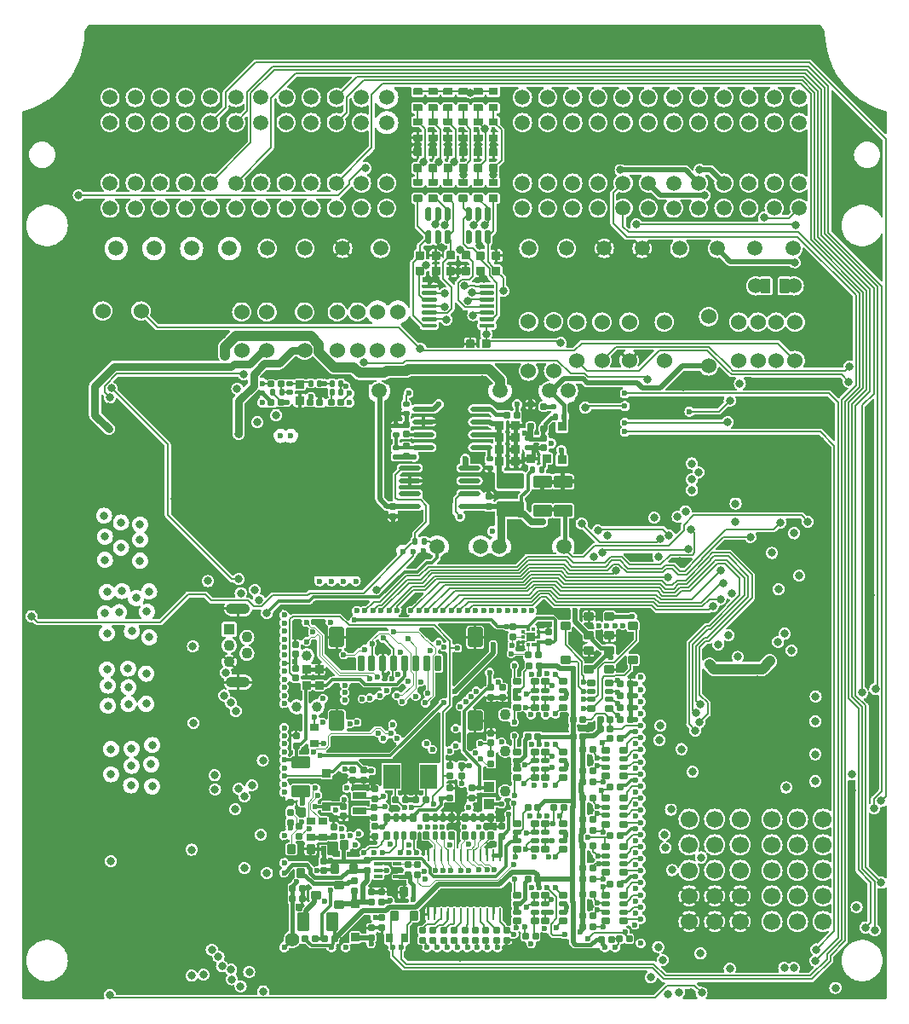
<source format=gbl>
G75*
G70*
%OFA0B0*%
%FSLAX25Y25*%
%IPPOS*%
%LPD*%
%AMOC8*
5,1,8,0,0,1.08239X$1,22.5*
%
%AMM100*
21,1,0.033470,0.026770,-0.000000,0.000000,90.000000*
21,1,0.026770,0.033470,-0.000000,0.000000,90.000000*
1,1,0.006690,0.013390,0.013390*
1,1,0.006690,0.013390,-0.013390*
1,1,0.006690,-0.013390,-0.013390*
1,1,0.006690,-0.013390,0.013390*
%
%AMM139*
21,1,0.019680,0.019680,-0.000000,-0.000000,180.000000*
21,1,0.015750,0.023620,-0.000000,-0.000000,180.000000*
1,1,0.003940,-0.007870,0.009840*
1,1,0.003940,0.007870,0.009840*
1,1,0.003940,0.007870,-0.009840*
1,1,0.003940,-0.007870,-0.009840*
%
%AMM140*
21,1,0.019680,0.019680,-0.000000,-0.000000,90.000000*
21,1,0.015750,0.023620,-0.000000,-0.000000,90.000000*
1,1,0.003940,0.009840,0.007870*
1,1,0.003940,0.009840,-0.007870*
1,1,0.003940,-0.009840,-0.007870*
1,1,0.003940,-0.009840,0.007870*
%
%AMM155*
21,1,0.033470,0.026770,-0.000000,-0.000000,90.000000*
21,1,0.026770,0.033470,-0.000000,-0.000000,90.000000*
1,1,0.006690,0.013390,0.013390*
1,1,0.006690,0.013390,-0.013390*
1,1,0.006690,-0.013390,-0.013390*
1,1,0.006690,-0.013390,0.013390*
%
%AMM156*
21,1,0.023620,0.018900,-0.000000,-0.000000,0.000000*
21,1,0.018900,0.023620,-0.000000,-0.000000,0.000000*
1,1,0.004720,0.009450,-0.009450*
1,1,0.004720,-0.009450,-0.009450*
1,1,0.004720,-0.009450,0.009450*
1,1,0.004720,0.009450,0.009450*
%
%AMM170*
21,1,0.035830,0.026770,0.000000,-0.000000,270.000000*
21,1,0.029130,0.033470,0.000000,-0.000000,270.000000*
1,1,0.006690,-0.013390,-0.014570*
1,1,0.006690,-0.013390,0.014570*
1,1,0.006690,0.013390,0.014570*
1,1,0.006690,0.013390,-0.014570*
%
%AMM171*
21,1,0.070870,0.036220,0.000000,-0.000000,0.000000*
21,1,0.061810,0.045280,0.000000,-0.000000,0.000000*
1,1,0.009060,0.030910,-0.018110*
1,1,0.009060,-0.030910,-0.018110*
1,1,0.009060,-0.030910,0.018110*
1,1,0.009060,0.030910,0.018110*
%
%AMM174*
21,1,0.023620,0.018900,0.000000,-0.000000,0.000000*
21,1,0.018900,0.023620,0.000000,-0.000000,0.000000*
1,1,0.004720,0.009450,-0.009450*
1,1,0.004720,-0.009450,-0.009450*
1,1,0.004720,-0.009450,0.009450*
1,1,0.004720,0.009450,0.009450*
%
%AMM175*
21,1,0.019680,0.019680,0.000000,-0.000000,270.000000*
21,1,0.015750,0.023620,0.000000,-0.000000,270.000000*
1,1,0.003940,-0.009840,-0.007870*
1,1,0.003940,-0.009840,0.007870*
1,1,0.003940,0.009840,0.007870*
1,1,0.003940,0.009840,-0.007870*
%
%AMM176*
21,1,0.019680,0.019680,0.000000,-0.000000,180.000000*
21,1,0.015750,0.023620,0.000000,-0.000000,180.000000*
1,1,0.003940,-0.007870,0.009840*
1,1,0.003940,0.007870,0.009840*
1,1,0.003940,0.007870,-0.009840*
1,1,0.003940,-0.007870,-0.009840*
%
%AMM190*
21,1,0.106300,0.050390,0.000000,-0.000000,0.000000*
21,1,0.093700,0.062990,0.000000,-0.000000,0.000000*
1,1,0.012600,0.046850,-0.025200*
1,1,0.012600,-0.046850,-0.025200*
1,1,0.012600,-0.046850,0.025200*
1,1,0.012600,0.046850,0.025200*
%
%AMM191*
21,1,0.033470,0.026770,0.000000,-0.000000,180.000000*
21,1,0.026770,0.033470,0.000000,-0.000000,180.000000*
1,1,0.006690,-0.013390,0.013390*
1,1,0.006690,0.013390,0.013390*
1,1,0.006690,0.013390,-0.013390*
1,1,0.006690,-0.013390,-0.013390*
%
%AMM192*
21,1,0.023620,0.018900,0.000000,-0.000000,90.000000*
21,1,0.018900,0.023620,0.000000,-0.000000,90.000000*
1,1,0.004720,0.009450,0.009450*
1,1,0.004720,0.009450,-0.009450*
1,1,0.004720,-0.009450,-0.009450*
1,1,0.004720,-0.009450,0.009450*
%
%AMM193*
21,1,0.122050,0.075590,0.000000,-0.000000,90.000000*
21,1,0.103150,0.094490,0.000000,-0.000000,90.000000*
1,1,0.018900,0.037800,0.051580*
1,1,0.018900,0.037800,-0.051580*
1,1,0.018900,-0.037800,-0.051580*
1,1,0.018900,-0.037800,0.051580*
%
%AMM194*
21,1,0.118110,0.083460,0.000000,-0.000000,270.000000*
21,1,0.097240,0.104330,0.000000,-0.000000,270.000000*
1,1,0.020870,-0.041730,-0.048620*
1,1,0.020870,-0.041730,0.048620*
1,1,0.020870,0.041730,0.048620*
1,1,0.020870,0.041730,-0.048620*
%
%AMM200*
21,1,0.025590,0.026380,-0.000000,0.000000,0.000000*
21,1,0.020470,0.031500,-0.000000,0.000000,0.000000*
1,1,0.005120,0.010240,-0.013190*
1,1,0.005120,-0.010240,-0.013190*
1,1,0.005120,-0.010240,0.013190*
1,1,0.005120,0.010240,0.013190*
%
%AMM201*
21,1,0.017720,0.027950,-0.000000,0.000000,0.000000*
21,1,0.014170,0.031500,-0.000000,0.000000,0.000000*
1,1,0.003540,0.007090,-0.013980*
1,1,0.003540,-0.007090,-0.013980*
1,1,0.003540,-0.007090,0.013980*
1,1,0.003540,0.007090,0.013980*
%
%AMM204*
21,1,0.027560,0.018900,-0.000000,0.000000,180.000000*
21,1,0.022840,0.023620,-0.000000,0.000000,180.000000*
1,1,0.004720,-0.011420,0.009450*
1,1,0.004720,0.011420,0.009450*
1,1,0.004720,0.011420,-0.009450*
1,1,0.004720,-0.011420,-0.009450*
%
%AMM206*
21,1,0.027560,0.018900,-0.000000,0.000000,270.000000*
21,1,0.022840,0.023620,-0.000000,0.000000,270.000000*
1,1,0.004720,-0.009450,-0.011420*
1,1,0.004720,-0.009450,0.011420*
1,1,0.004720,0.009450,0.011420*
1,1,0.004720,0.009450,-0.011420*
%
%AMM208*
21,1,0.035430,0.030320,-0.000000,0.000000,0.000000*
21,1,0.028350,0.037400,-0.000000,0.000000,0.000000*
1,1,0.007090,0.014170,-0.015160*
1,1,0.007090,-0.014170,-0.015160*
1,1,0.007090,-0.014170,0.015160*
1,1,0.007090,0.014170,0.015160*
%
%AMM211*
21,1,0.027560,0.030710,-0.000000,0.000000,90.000000*
21,1,0.022050,0.036220,-0.000000,0.000000,90.000000*
1,1,0.005510,0.015350,0.011020*
1,1,0.005510,0.015350,-0.011020*
1,1,0.005510,-0.015350,-0.011020*
1,1,0.005510,-0.015350,0.011020*
%
%AMM232*
21,1,0.025590,0.026380,-0.000000,0.000000,90.000000*
21,1,0.020470,0.031500,-0.000000,0.000000,90.000000*
1,1,0.005120,0.013190,0.010240*
1,1,0.005120,0.013190,-0.010240*
1,1,0.005120,-0.013190,-0.010240*
1,1,0.005120,-0.013190,0.010240*
%
%AMM233*
21,1,0.017720,0.027950,-0.000000,0.000000,90.000000*
21,1,0.014170,0.031500,-0.000000,0.000000,90.000000*
1,1,0.003540,0.013980,0.007090*
1,1,0.003540,0.013980,-0.007090*
1,1,0.003540,-0.013980,-0.007090*
1,1,0.003540,-0.013980,0.007090*
%
%AMM234*
21,1,0.078740,0.045670,-0.000000,0.000000,270.000000*
21,1,0.067320,0.057090,-0.000000,0.000000,270.000000*
1,1,0.011420,-0.022840,-0.033660*
1,1,0.011420,-0.022840,0.033660*
1,1,0.011420,0.022840,0.033660*
1,1,0.011420,0.022840,-0.033660*
%
%AMM235*
21,1,0.059060,0.020470,-0.000000,0.000000,270.000000*
21,1,0.053940,0.025590,-0.000000,0.000000,270.000000*
1,1,0.005120,-0.010240,-0.026970*
1,1,0.005120,-0.010240,0.026970*
1,1,0.005120,0.010240,0.026970*
1,1,0.005120,0.010240,-0.026970*
%
%AMM236*
21,1,0.035430,0.030320,-0.000000,0.000000,270.000000*
21,1,0.028350,0.037400,-0.000000,0.000000,270.000000*
1,1,0.007090,-0.015160,-0.014170*
1,1,0.007090,-0.015160,0.014170*
1,1,0.007090,0.015160,0.014170*
1,1,0.007090,0.015160,-0.014170*
%
%AMM237*
21,1,0.012600,0.028980,-0.000000,0.000000,270.000000*
21,1,0.010080,0.031500,-0.000000,0.000000,270.000000*
1,1,0.002520,-0.014490,-0.005040*
1,1,0.002520,-0.014490,0.005040*
1,1,0.002520,0.014490,0.005040*
1,1,0.002520,0.014490,-0.005040*
%
%AMM238*
21,1,0.070870,0.036220,-0.000000,0.000000,90.000000*
21,1,0.061810,0.045280,-0.000000,0.000000,90.000000*
1,1,0.009060,0.018110,0.030910*
1,1,0.009060,0.018110,-0.030910*
1,1,0.009060,-0.018110,-0.030910*
1,1,0.009060,-0.018110,0.030910*
%
%AMM239*
21,1,0.027560,0.049610,-0.000000,0.000000,90.000000*
21,1,0.022050,0.055120,-0.000000,0.000000,90.000000*
1,1,0.005510,0.024800,0.011020*
1,1,0.005510,0.024800,-0.011020*
1,1,0.005510,-0.024800,-0.011020*
1,1,0.005510,-0.024800,0.011020*
%
%AMM240*
21,1,0.027560,0.030710,-0.000000,0.000000,180.000000*
21,1,0.022050,0.036220,-0.000000,0.000000,180.000000*
1,1,0.005510,-0.011020,0.015350*
1,1,0.005510,0.011020,0.015350*
1,1,0.005510,0.011020,-0.015350*
1,1,0.005510,-0.011020,-0.015350*
%
%AMM98*
21,1,0.035830,0.026770,-0.000000,0.000000,90.000000*
21,1,0.029130,0.033470,-0.000000,0.000000,90.000000*
1,1,0.006690,0.013390,0.014570*
1,1,0.006690,0.013390,-0.014570*
1,1,0.006690,-0.013390,-0.014570*
1,1,0.006690,-0.013390,0.014570*
%
%AMM99*
21,1,0.070870,0.036220,-0.000000,0.000000,180.000000*
21,1,0.061810,0.045280,-0.000000,0.000000,180.000000*
1,1,0.009060,-0.030910,0.018110*
1,1,0.009060,0.030910,0.018110*
1,1,0.009060,0.030910,-0.018110*
1,1,0.009060,-0.030910,-0.018110*
%
%ADD10C,0.00787*%
%ADD13C,0.05906*%
%ADD14C,0.06000*%
%ADD15C,0.06693*%
%ADD168C,0.00492*%
%ADD169C,0.01260*%
%ADD170C,0.03900*%
%ADD171C,0.05512*%
%ADD18R,0.04331X0.04331*%
%ADD19C,0.04331*%
%ADD20O,0.09449X0.04331*%
%ADD204R,0.01378X0.01476*%
%ADD205R,0.01968X0.01968*%
%ADD21C,0.02362*%
%ADD210R,0.01476X0.01378*%
%ADD22O,0.00787X0.04823*%
%ADD23O,0.36614X0.00787*%
%ADD24R,0.24350X0.00984*%
%ADD25R,0.04390X0.00984*%
%ADD251M98*%
%ADD252M99*%
%ADD253M100*%
%ADD258O,0.40158X0.00787*%
%ADD26R,0.00984X0.56201*%
%ADD27R,0.00984X0.59449*%
%ADD275O,0.08661X0.01968*%
%ADD28R,0.20374X0.00984*%
%ADD29R,0.14567X0.00787*%
%ADD295M139*%
%ADD296M140*%
%ADD30R,0.01575X0.00787*%
%ADD31R,0.06299X0.00787*%
%ADD311M155*%
%ADD312M156*%
%ADD32R,0.38189X0.00787*%
%ADD326M170*%
%ADD327M171*%
%ADD33R,0.09055X0.00787*%
%ADD330M174*%
%ADD331M175*%
%ADD332M176*%
%ADD34R,0.00787X0.05512*%
%ADD346M190*%
%ADD347M191*%
%ADD348M192*%
%ADD349M193*%
%ADD35R,0.00787X0.25197*%
%ADD350M194*%
%ADD359M200*%
%ADD36R,0.00787X0.06693*%
%ADD360M201*%
%ADD364M204*%
%ADD366M206*%
%ADD368M208*%
%ADD37R,0.00787X0.12992*%
%ADD371M211*%
%ADD38R,0.27559X0.00787*%
%ADD39R,0.12992X0.00787*%
%ADD394M232*%
%ADD395M233*%
%ADD396M234*%
%ADD397M235*%
%ADD398M236*%
%ADD399M237*%
%ADD40R,0.24803X0.00787*%
%ADD400O,0.00984X0.04961*%
%ADD401M238*%
%ADD402R,0.06693X0.09449*%
%ADD403M239*%
%ADD404R,0.04331X0.03937*%
%ADD405M240*%
%ADD41O,0.12992X0.00787*%
%ADD42O,0.40157X0.00787*%
%ADD43O,0.01181X0.00787*%
%ADD44O,0.00787X0.66929*%
%ADD45O,0.00787X0.60630*%
%ADD46O,0.18898X0.00787*%
%ADD47O,0.10236X0.00787*%
%ADD48O,0.03937X0.00787*%
%ADD49O,0.05906X0.00787*%
%ADD56C,0.03150*%
%ADD57C,0.01969*%
%ADD58C,0.03937*%
%ADD59C,0.02756*%
%ADD60C,0.00591*%
%ADD61C,0.01181*%
%ADD65C,0.00984*%
%ADD75C,0.01968*%
%ADD76C,0.01575*%
X0000000Y0000000D02*
%LPD*%
G01*
D13*
X0304741Y0353214D03*
X0294899Y0353214D03*
X0285056Y0353214D03*
X0275214Y0353214D03*
X0265371Y0353214D03*
X0255529Y0353214D03*
X0245686Y0353214D03*
X0235844Y0353214D03*
X0226001Y0353214D03*
X0216159Y0353214D03*
X0206316Y0353214D03*
X0196473Y0353214D03*
X0304741Y0343372D03*
X0294899Y0343372D03*
X0285056Y0343372D03*
X0275214Y0343372D03*
X0265371Y0343372D03*
X0255529Y0343372D03*
X0245686Y0343372D03*
X0235844Y0343372D03*
X0226001Y0343372D03*
X0216159Y0343372D03*
X0206316Y0343372D03*
X0196473Y0343372D03*
X0304741Y0319750D03*
X0294899Y0319750D03*
X0285056Y0319750D03*
X0275214Y0319750D03*
X0265371Y0319750D03*
X0255529Y0319750D03*
X0245686Y0319750D03*
X0235844Y0319750D03*
X0226001Y0319750D03*
X0216159Y0319750D03*
X0206316Y0319750D03*
X0196473Y0319750D03*
X0304741Y0309907D03*
X0294899Y0309907D03*
X0285056Y0309907D03*
X0275214Y0309907D03*
X0265371Y0309907D03*
X0255529Y0309907D03*
X0245686Y0309907D03*
X0235844Y0309907D03*
X0226001Y0309907D03*
X0216159Y0309907D03*
X0206316Y0309907D03*
X0196473Y0309907D03*
X0302281Y0294159D03*
X0287517Y0294159D03*
X0272753Y0294159D03*
X0257989Y0294159D03*
X0243225Y0294159D03*
X0228462Y0294159D03*
X0213698Y0294159D03*
X0198934Y0294159D03*
X0143324Y0353214D03*
X0133481Y0353214D03*
X0123639Y0353214D03*
X0113796Y0353214D03*
X0103954Y0353214D03*
X0094111Y0353214D03*
X0084269Y0353214D03*
X0074426Y0353214D03*
X0064584Y0353214D03*
X0054741Y0353214D03*
X0044899Y0353214D03*
X0035056Y0353214D03*
X0143324Y0343372D03*
X0133481Y0343372D03*
X0123639Y0343372D03*
X0113796Y0343372D03*
X0103954Y0343372D03*
X0094111Y0343372D03*
X0084269Y0343372D03*
X0074426Y0343372D03*
X0064584Y0343372D03*
X0054741Y0343372D03*
X0044899Y0343372D03*
X0035056Y0343372D03*
X0143324Y0319750D03*
X0133481Y0319750D03*
X0123639Y0319750D03*
X0113796Y0319750D03*
X0103954Y0319750D03*
X0094111Y0319750D03*
X0084269Y0319750D03*
X0074426Y0319750D03*
X0064584Y0319750D03*
X0054741Y0319750D03*
X0044899Y0319750D03*
X0035056Y0319750D03*
X0143324Y0309907D03*
X0133481Y0309907D03*
X0123639Y0309907D03*
X0113796Y0309907D03*
X0103954Y0309907D03*
X0094111Y0309907D03*
X0084269Y0309907D03*
X0074426Y0309907D03*
X0064584Y0309907D03*
X0054741Y0309907D03*
X0044899Y0309907D03*
X0035056Y0309907D03*
X0140863Y0294159D03*
X0126099Y0294159D03*
X0111336Y0294159D03*
X0096572Y0294159D03*
X0081808Y0294159D03*
X0067044Y0294159D03*
X0052281Y0294159D03*
X0037517Y0294159D03*
D14*
X0131890Y0269311D03*
X0131890Y0254311D03*
D15*
X0294063Y0031024D03*
X0294063Y0041024D03*
X0294063Y0051024D03*
X0294063Y0061024D03*
X0294063Y0071024D03*
X0304063Y0031024D03*
X0304063Y0041024D03*
X0304063Y0051024D03*
X0304063Y0061024D03*
X0304063Y0071024D03*
X0314063Y0031024D03*
X0314063Y0041024D03*
X0314063Y0051024D03*
X0314063Y0061024D03*
X0314063Y0071024D03*
D14*
X0032244Y0269685D03*
X0047244Y0269685D03*
X0124016Y0269311D03*
X0124016Y0254311D03*
X0086614Y0269311D03*
X0086614Y0254311D03*
X0208661Y0265551D03*
X0208661Y0246260D03*
X0111220Y0269311D03*
X0111220Y0254311D03*
X0269291Y0267520D03*
X0269291Y0248228D03*
X0198819Y0265551D03*
X0198819Y0246260D03*
X0251969Y0265374D03*
X0251969Y0250374D03*
D15*
X0261654Y0031024D03*
X0261654Y0041024D03*
X0261654Y0051024D03*
X0261654Y0061024D03*
X0261654Y0071024D03*
X0271654Y0031024D03*
X0271654Y0041024D03*
X0271654Y0051024D03*
X0271654Y0061024D03*
X0271654Y0071024D03*
X0281654Y0031024D03*
X0281654Y0041024D03*
X0281654Y0051024D03*
X0281654Y0061024D03*
X0281654Y0071024D03*
D14*
X0147638Y0269311D03*
X0147638Y0254311D03*
X0303150Y0265374D03*
X0303150Y0250374D03*
D18*
X0081693Y0145276D03*
D19*
X0088583Y0142126D03*
X0081693Y0138976D03*
X0088583Y0135827D03*
X0081693Y0132677D03*
D20*
X0085138Y0153346D03*
X0085138Y0124606D03*
D21*
X0094587Y0233957D03*
D22*
X0129626Y0241732D03*
D23*
X0111713Y0231594D03*
X0111713Y0243799D03*
D21*
X0094587Y0237697D03*
X0094587Y0241437D03*
X0128839Y0237500D03*
X0128839Y0233957D03*
D14*
X0281102Y0265374D03*
X0281102Y0250374D03*
X0288583Y0265374D03*
X0288583Y0250374D03*
X0139764Y0269311D03*
X0139764Y0254311D03*
D21*
X0121752Y0164075D03*
X0117028Y0164075D03*
X0126476Y0164075D03*
X0131201Y0164075D03*
D24*
X0120699Y0221752D03*
D25*
X0096880Y0221752D03*
D26*
X0132382Y0194144D03*
D27*
X0095177Y0192520D03*
D28*
X0104872Y0163287D03*
D21*
X0105768Y0220866D03*
X0101831Y0220866D03*
D14*
X0295669Y0265374D03*
X0295669Y0250374D03*
X0096457Y0269311D03*
X0096457Y0254311D03*
D21*
X0217028Y0152461D03*
X0200098Y0152461D03*
X0196949Y0152461D03*
X0193799Y0152461D03*
X0190650Y0152461D03*
X0187500Y0152461D03*
X0184350Y0152461D03*
X0181201Y0152461D03*
X0178051Y0152461D03*
X0174902Y0152461D03*
X0171752Y0152461D03*
X0168602Y0152461D03*
X0165453Y0152461D03*
X0162303Y0152461D03*
X0159154Y0152461D03*
X0156004Y0152461D03*
X0152854Y0152461D03*
X0147343Y0152461D03*
X0144193Y0152461D03*
X0141043Y0152461D03*
X0137894Y0152461D03*
X0134744Y0152461D03*
X0131595Y0152461D03*
D29*
X0112500Y0020177D03*
D30*
X0124508Y0020177D03*
D29*
X0136516Y0020177D03*
D31*
X0154035Y0020177D03*
D32*
X0207776Y0020177D03*
D33*
X0239272Y0020177D03*
D34*
X0243406Y0027264D03*
D35*
X0102461Y0035531D03*
D36*
X0102461Y0059350D03*
D37*
X0102461Y0073130D03*
D34*
X0102461Y0111516D03*
D35*
X0243406Y0141043D03*
D38*
X0115846Y0153248D03*
D30*
X0150098Y0153248D03*
D39*
X0208563Y0153248D03*
D40*
X0231398Y0153248D03*
D21*
X0103248Y0150886D03*
X0103248Y0147736D03*
X0103248Y0144587D03*
X0103248Y0141437D03*
X0103248Y0138287D03*
X0103248Y0135138D03*
X0103248Y0131988D03*
X0103248Y0128839D03*
X0103248Y0125689D03*
X0103248Y0122539D03*
X0103248Y0119390D03*
X0103248Y0116240D03*
X0103248Y0106791D03*
X0103248Y0103642D03*
X0103248Y0100492D03*
X0103248Y0097343D03*
X0103248Y0094193D03*
X0103248Y0091043D03*
X0103248Y0087894D03*
X0103248Y0084744D03*
X0103248Y0081594D03*
X0103248Y0064665D03*
X0103248Y0054035D03*
X0103248Y0050098D03*
X0103248Y0020965D03*
X0242618Y0126476D03*
X0242618Y0121752D03*
X0242618Y0117028D03*
X0242618Y0112303D03*
X0242618Y0107579D03*
X0242618Y0102854D03*
X0242618Y0098130D03*
X0242618Y0093406D03*
X0242618Y0088681D03*
X0242618Y0083957D03*
X0242618Y0079232D03*
X0242618Y0074508D03*
X0242618Y0069784D03*
X0242618Y0065059D03*
X0242618Y0060335D03*
X0242618Y0055610D03*
X0242618Y0050886D03*
X0242618Y0046161D03*
X0242618Y0041437D03*
X0242618Y0036713D03*
X0242618Y0031988D03*
X0242618Y0022539D03*
X0232776Y0020965D03*
X0228839Y0020965D03*
X0186713Y0020965D03*
X0182776Y0020965D03*
X0178839Y0020965D03*
X0174902Y0020965D03*
X0170965Y0020965D03*
X0167028Y0020965D03*
X0163091Y0020965D03*
X0159154Y0020965D03*
X0148917Y0020965D03*
X0145768Y0020965D03*
X0127264Y0020965D03*
X0121752Y0020965D03*
D13*
X0212697Y0177461D03*
X0187500Y0177461D03*
X0180020Y0177461D03*
X0163091Y0177461D03*
D21*
X0153642Y0175689D03*
X0149705Y0175689D03*
D41*
X0197539Y0241043D03*
D42*
X0164075Y0241043D03*
D43*
X0136122Y0241043D03*
D44*
X0135925Y0207972D03*
D45*
X0217028Y0204823D03*
D13*
X0138484Y0177461D03*
D43*
X0216831Y0174902D03*
D46*
X0200295Y0174902D03*
D47*
X0171358Y0174902D03*
D48*
X0157579Y0174902D03*
D49*
X0144587Y0174902D03*
D13*
X0214469Y0238484D03*
X0207185Y0238484D03*
X0187697Y0238484D03*
X0140256Y0238484D03*
D14*
X0227559Y0265374D03*
X0227559Y0250374D03*
X0238189Y0265374D03*
X0238189Y0250374D03*
X0217717Y0265374D03*
X0217717Y0250374D03*
D21*
X0261811Y0230315D03*
X0236516Y0237520D03*
X0236516Y0232500D03*
X0236516Y0226004D03*
X0236516Y0222461D03*
G36*
G01*
X0171693Y0345079D02*
X0174764Y0345079D01*
G75*
G02*
X0175039Y0344803I0000000J-000276D01*
G01*
X0175039Y0342598D01*
G75*
G02*
X0174764Y0342323I-000276J0000000D01*
G01*
X0171693Y0342323D01*
G75*
G02*
X0171417Y0342598I0000000J0000276D01*
G01*
X0171417Y0344803D01*
G75*
G02*
X0171693Y0345079I0000276J0000000D01*
G01*
G37*
G36*
G01*
X0171693Y0338780D02*
X0174764Y0338780D01*
G75*
G02*
X0175039Y0338504I0000000J-000276D01*
G01*
X0175039Y0336299D01*
G75*
G02*
X0174764Y0336024I-000276J0000000D01*
G01*
X0171693Y0336024D01*
G75*
G02*
X0171417Y0336299I0000000J0000276D01*
G01*
X0171417Y0338504D01*
G75*
G02*
X0171693Y0338780I0000276J0000000D01*
G01*
G37*
G36*
G01*
X0154173Y0333524D02*
X0156850Y0333524D01*
G75*
G02*
X0157185Y0333189I0000000J-000335D01*
G01*
X0157185Y0330512D01*
G75*
G02*
X0156850Y0330177I-000335J0000000D01*
G01*
X0154173Y0330177D01*
G75*
G02*
X0153839Y0330512I0000000J0000335D01*
G01*
X0153839Y0333189D01*
G75*
G02*
X0154173Y0333524I0000335J0000000D01*
G01*
G37*
G36*
G01*
X0154173Y0327303D02*
X0156850Y0327303D01*
G75*
G02*
X0157185Y0326968I0000000J-000335D01*
G01*
X0157185Y0324291D01*
G75*
G02*
X0156850Y0323957I-000335J0000000D01*
G01*
X0154173Y0323957D01*
G75*
G02*
X0153839Y0324291I0000000J0000335D01*
G01*
X0153839Y0326968D01*
G75*
G02*
X0154173Y0327303I0000335J0000000D01*
G01*
G37*
G36*
G01*
X0165984Y0333524D02*
X0168661Y0333524D01*
G75*
G02*
X0168996Y0333189I0000000J-000335D01*
G01*
X0168996Y0330512D01*
G75*
G02*
X0168661Y0330177I-000335J0000000D01*
G01*
X0165984Y0330177D01*
G75*
G02*
X0165650Y0330512I0000000J0000335D01*
G01*
X0165650Y0333189D01*
G75*
G02*
X0165984Y0333524I0000335J0000000D01*
G01*
G37*
G36*
G01*
X0165984Y0327303D02*
X0168661Y0327303D01*
G75*
G02*
X0168996Y0326968I0000000J-000335D01*
G01*
X0168996Y0324291D01*
G75*
G02*
X0168661Y0323957I-000335J0000000D01*
G01*
X0165984Y0323957D01*
G75*
G02*
X0165650Y0324291I0000000J0000335D01*
G01*
X0165650Y0326968D01*
G75*
G02*
X0165984Y0327303I0000335J0000000D01*
G01*
G37*
G36*
G01*
X0174764Y0312402D02*
X0171693Y0312402D01*
G75*
G02*
X0171417Y0312677I0000000J0000276D01*
G01*
X0171417Y0314882D01*
G75*
G02*
X0171693Y0315157I0000276J0000000D01*
G01*
X0174764Y0315157D01*
G75*
G02*
X0175039Y0314882I0000000J-000276D01*
G01*
X0175039Y0312677D01*
G75*
G02*
X0174764Y0312402I-000276J0000000D01*
G01*
G37*
G36*
G01*
X0174764Y0318701D02*
X0171693Y0318701D01*
G75*
G02*
X0171417Y0318976I0000000J0000276D01*
G01*
X0171417Y0321181D01*
G75*
G02*
X0171693Y0321457I0000276J0000000D01*
G01*
X0174764Y0321457D01*
G75*
G02*
X0175039Y0321181I0000000J-000276D01*
G01*
X0175039Y0318976D01*
G75*
G02*
X0174764Y0318701I-000276J0000000D01*
G01*
G37*
G36*
G01*
X0160079Y0333524D02*
X0162756Y0333524D01*
G75*
G02*
X0163091Y0333189I0000000J-000335D01*
G01*
X0163091Y0330512D01*
G75*
G02*
X0162756Y0330177I-000335J0000000D01*
G01*
X0160079Y0330177D01*
G75*
G02*
X0159744Y0330512I0000000J0000335D01*
G01*
X0159744Y0333189D01*
G75*
G02*
X0160079Y0333524I0000335J0000000D01*
G01*
G37*
G36*
G01*
X0160079Y0327303D02*
X0162756Y0327303D01*
G75*
G02*
X0163091Y0326968I0000000J-000335D01*
G01*
X0163091Y0324291D01*
G75*
G02*
X0162756Y0323957I-000335J0000000D01*
G01*
X0160079Y0323957D01*
G75*
G02*
X0159744Y0324291I0000000J0000335D01*
G01*
X0159744Y0326968D01*
G75*
G02*
X0160079Y0327303I0000335J0000000D01*
G01*
G37*
G36*
G01*
X0177598Y0345079D02*
X0180669Y0345079D01*
G75*
G02*
X0180945Y0344803I0000000J-000276D01*
G01*
X0180945Y0342598D01*
G75*
G02*
X0180669Y0342323I-000276J0000000D01*
G01*
X0177598Y0342323D01*
G75*
G02*
X0177323Y0342598I0000000J0000276D01*
G01*
X0177323Y0344803D01*
G75*
G02*
X0177598Y0345079I0000276J0000000D01*
G01*
G37*
G36*
G01*
X0177598Y0338780D02*
X0180669Y0338780D01*
G75*
G02*
X0180945Y0338504I0000000J-000276D01*
G01*
X0180945Y0336299D01*
G75*
G02*
X0180669Y0336024I-000276J0000000D01*
G01*
X0177598Y0336024D01*
G75*
G02*
X0177323Y0336299I0000000J0000276D01*
G01*
X0177323Y0338504D01*
G75*
G02*
X0177598Y0338780I0000276J0000000D01*
G01*
G37*
G36*
G01*
X0157087Y0263583D02*
X0157087Y0264370D01*
G75*
G02*
X0157480Y0264764I0000394J0000000D01*
G01*
X0162500Y0264764D01*
G75*
G02*
X0162894Y0264370I0000000J-000394D01*
G01*
X0162894Y0263583D01*
G75*
G02*
X0162500Y0263189I-000394J0000000D01*
G01*
X0157480Y0263189D01*
G75*
G02*
X0157087Y0263583I0000000J0000394D01*
G01*
G37*
G36*
G01*
X0157087Y0266142D02*
X0157087Y0266929D01*
G75*
G02*
X0157480Y0267323I0000394J0000000D01*
G01*
X0162500Y0267323D01*
G75*
G02*
X0162894Y0266929I0000000J-000394D01*
G01*
X0162894Y0266142D01*
G75*
G02*
X0162500Y0265748I-000394J0000000D01*
G01*
X0157480Y0265748D01*
G75*
G02*
X0157087Y0266142I0000000J0000394D01*
G01*
G37*
G36*
G01*
X0157087Y0268701D02*
X0157087Y0269488D01*
G75*
G02*
X0157480Y0269882I0000394J0000000D01*
G01*
X0162500Y0269882D01*
G75*
G02*
X0162894Y0269488I0000000J-000394D01*
G01*
X0162894Y0268701D01*
G75*
G02*
X0162500Y0268307I-000394J0000000D01*
G01*
X0157480Y0268307D01*
G75*
G02*
X0157087Y0268701I0000000J0000394D01*
G01*
G37*
G36*
G01*
X0157087Y0271260D02*
X0157087Y0272047D01*
G75*
G02*
X0157480Y0272441I0000394J0000000D01*
G01*
X0162500Y0272441D01*
G75*
G02*
X0162894Y0272047I0000000J-000394D01*
G01*
X0162894Y0271260D01*
G75*
G02*
X0162500Y0270866I-000394J0000000D01*
G01*
X0157480Y0270866D01*
G75*
G02*
X0157087Y0271260I0000000J0000394D01*
G01*
G37*
G36*
G01*
X0157087Y0273819D02*
X0157087Y0274606D01*
G75*
G02*
X0157480Y0275000I0000394J0000000D01*
G01*
X0162500Y0275000D01*
G75*
G02*
X0162894Y0274606I0000000J-000394D01*
G01*
X0162894Y0273819D01*
G75*
G02*
X0162500Y0273425I-000394J0000000D01*
G01*
X0157480Y0273425D01*
G75*
G02*
X0157087Y0273819I0000000J0000394D01*
G01*
G37*
G36*
G01*
X0157087Y0276378D02*
X0157087Y0277165D01*
G75*
G02*
X0157480Y0277559I0000394J0000000D01*
G01*
X0162500Y0277559D01*
G75*
G02*
X0162894Y0277165I0000000J-000394D01*
G01*
X0162894Y0276378D01*
G75*
G02*
X0162500Y0275984I-000394J0000000D01*
G01*
X0157480Y0275984D01*
G75*
G02*
X0157087Y0276378I0000000J0000394D01*
G01*
G37*
G36*
G01*
X0157087Y0278937D02*
X0157087Y0279724D01*
G75*
G02*
X0157480Y0280118I0000394J0000000D01*
G01*
X0162500Y0280118D01*
G75*
G02*
X0162894Y0279724I0000000J-000394D01*
G01*
X0162894Y0278937D01*
G75*
G02*
X0162500Y0278543I-000394J0000000D01*
G01*
X0157480Y0278543D01*
G75*
G02*
X0157087Y0278937I0000000J0000394D01*
G01*
G37*
G36*
G01*
X0179626Y0278937D02*
X0179626Y0279724D01*
G75*
G02*
X0180020Y0280118I0000394J0000000D01*
G01*
X0185039Y0280118D01*
G75*
G02*
X0185433Y0279724I0000000J-000394D01*
G01*
X0185433Y0278937D01*
G75*
G02*
X0185039Y0278543I-000394J0000000D01*
G01*
X0180020Y0278543D01*
G75*
G02*
X0179626Y0278937I0000000J0000394D01*
G01*
G37*
G36*
G01*
X0179626Y0276378D02*
X0179626Y0277165D01*
G75*
G02*
X0180020Y0277559I0000394J0000000D01*
G01*
X0185039Y0277559D01*
G75*
G02*
X0185433Y0277165I0000000J-000394D01*
G01*
X0185433Y0276378D01*
G75*
G02*
X0185039Y0275984I-000394J0000000D01*
G01*
X0180020Y0275984D01*
G75*
G02*
X0179626Y0276378I0000000J0000394D01*
G01*
G37*
G36*
G01*
X0179626Y0273819D02*
X0179626Y0274606D01*
G75*
G02*
X0180020Y0275000I0000394J0000000D01*
G01*
X0185039Y0275000D01*
G75*
G02*
X0185433Y0274606I0000000J-000394D01*
G01*
X0185433Y0273819D01*
G75*
G02*
X0185039Y0273425I-000394J0000000D01*
G01*
X0180020Y0273425D01*
G75*
G02*
X0179626Y0273819I0000000J0000394D01*
G01*
G37*
G36*
G01*
X0179626Y0271260D02*
X0179626Y0272047D01*
G75*
G02*
X0180020Y0272441I0000394J0000000D01*
G01*
X0185039Y0272441D01*
G75*
G02*
X0185433Y0272047I0000000J-000394D01*
G01*
X0185433Y0271260D01*
G75*
G02*
X0185039Y0270866I-000394J0000000D01*
G01*
X0180020Y0270866D01*
G75*
G02*
X0179626Y0271260I0000000J0000394D01*
G01*
G37*
G36*
G01*
X0179626Y0268701D02*
X0179626Y0269488D01*
G75*
G02*
X0180020Y0269882I0000394J0000000D01*
G01*
X0185039Y0269882D01*
G75*
G02*
X0185433Y0269488I0000000J-000394D01*
G01*
X0185433Y0268701D01*
G75*
G02*
X0185039Y0268307I-000394J0000000D01*
G01*
X0180020Y0268307D01*
G75*
G02*
X0179626Y0268701I0000000J0000394D01*
G01*
G37*
G36*
G01*
X0179626Y0266142D02*
X0179626Y0266929D01*
G75*
G02*
X0180020Y0267323I0000394J0000000D01*
G01*
X0185039Y0267323D01*
G75*
G02*
X0185433Y0266929I0000000J-000394D01*
G01*
X0185433Y0266142D01*
G75*
G02*
X0185039Y0265748I-000394J0000000D01*
G01*
X0180020Y0265748D01*
G75*
G02*
X0179626Y0266142I0000000J0000394D01*
G01*
G37*
G36*
G01*
X0179626Y0263583D02*
X0179626Y0264370D01*
G75*
G02*
X0180020Y0264764I0000394J0000000D01*
G01*
X0185039Y0264764D01*
G75*
G02*
X0185433Y0264370I0000000J-000394D01*
G01*
X0185433Y0263583D01*
G75*
G02*
X0185039Y0263189I-000394J0000000D01*
G01*
X0180020Y0263189D01*
G75*
G02*
X0179626Y0263583I0000000J0000394D01*
G01*
G37*
G36*
G01*
X0175551Y0283602D02*
X0172874Y0283602D01*
G75*
G02*
X0172539Y0283937I0000000J0000335D01*
G01*
X0172539Y0286614D01*
G75*
G02*
X0172874Y0286949I0000335J0000000D01*
G01*
X0175551Y0286949D01*
G75*
G02*
X0175886Y0286614I0000000J-000335D01*
G01*
X0175886Y0283937D01*
G75*
G02*
X0175551Y0283602I-000335J0000000D01*
G01*
G37*
G36*
G01*
X0175551Y0289823D02*
X0172874Y0289823D01*
G75*
G02*
X0172539Y0290157I0000000J0000335D01*
G01*
X0172539Y0292835D01*
G75*
G02*
X0172874Y0293169I0000335J0000000D01*
G01*
X0175551Y0293169D01*
G75*
G02*
X0175886Y0292835I0000000J-000335D01*
G01*
X0175886Y0290157D01*
G75*
G02*
X0175551Y0289823I-000335J0000000D01*
G01*
G37*
G36*
G01*
X0162953Y0312402D02*
X0159882Y0312402D01*
G75*
G02*
X0159606Y0312677I0000000J0000276D01*
G01*
X0159606Y0314882D01*
G75*
G02*
X0159882Y0315157I0000276J0000000D01*
G01*
X0162953Y0315157D01*
G75*
G02*
X0163228Y0314882I0000000J-000276D01*
G01*
X0163228Y0312677D01*
G75*
G02*
X0162953Y0312402I-000276J0000000D01*
G01*
G37*
G36*
G01*
X0162953Y0318701D02*
X0159882Y0318701D01*
G75*
G02*
X0159606Y0318976I0000000J0000276D01*
G01*
X0159606Y0321181D01*
G75*
G02*
X0159882Y0321457I0000276J0000000D01*
G01*
X0162953Y0321457D01*
G75*
G02*
X0163228Y0321181I0000000J-000276D01*
G01*
X0163228Y0318976D01*
G75*
G02*
X0162953Y0318701I-000276J0000000D01*
G01*
G37*
G36*
G01*
X0157047Y0312402D02*
X0153976Y0312402D01*
G75*
G02*
X0153701Y0312677I0000000J0000276D01*
G01*
X0153701Y0314882D01*
G75*
G02*
X0153976Y0315157I0000276J0000000D01*
G01*
X0157047Y0315157D01*
G75*
G02*
X0157323Y0314882I0000000J-000276D01*
G01*
X0157323Y0312677D01*
G75*
G02*
X0157047Y0312402I-000276J0000000D01*
G01*
G37*
G36*
G01*
X0157047Y0318701D02*
X0153976Y0318701D01*
G75*
G02*
X0153701Y0318976I0000000J0000276D01*
G01*
X0153701Y0321181D01*
G75*
G02*
X0153976Y0321457I0000276J0000000D01*
G01*
X0157047Y0321457D01*
G75*
G02*
X0157323Y0321181I0000000J-000276D01*
G01*
X0157323Y0318976D01*
G75*
G02*
X0157047Y0318701I-000276J0000000D01*
G01*
G37*
G36*
G01*
X0180669Y0312402D02*
X0177598Y0312402D01*
G75*
G02*
X0177323Y0312677I0000000J0000276D01*
G01*
X0177323Y0314882D01*
G75*
G02*
X0177598Y0315157I0000276J0000000D01*
G01*
X0180669Y0315157D01*
G75*
G02*
X0180945Y0314882I0000000J-000276D01*
G01*
X0180945Y0312677D01*
G75*
G02*
X0180669Y0312402I-000276J0000000D01*
G01*
G37*
G36*
G01*
X0180669Y0318701D02*
X0177598Y0318701D01*
G75*
G02*
X0177323Y0318976I0000000J0000276D01*
G01*
X0177323Y0321181D01*
G75*
G02*
X0177598Y0321457I0000276J0000000D01*
G01*
X0180669Y0321457D01*
G75*
G02*
X0180945Y0321181I0000000J-000276D01*
G01*
X0180945Y0318976D01*
G75*
G02*
X0180669Y0318701I-000276J0000000D01*
G01*
G37*
G36*
G01*
X0171890Y0333524D02*
X0174567Y0333524D01*
G75*
G02*
X0174902Y0333189I0000000J-000335D01*
G01*
X0174902Y0330512D01*
G75*
G02*
X0174567Y0330177I-000335J0000000D01*
G01*
X0171890Y0330177D01*
G75*
G02*
X0171555Y0330512I0000000J0000335D01*
G01*
X0171555Y0333189D01*
G75*
G02*
X0171890Y0333524I0000335J0000000D01*
G01*
G37*
G36*
G01*
X0171890Y0327303D02*
X0174567Y0327303D01*
G75*
G02*
X0174902Y0326968I0000000J-000335D01*
G01*
X0174902Y0324291D01*
G75*
G02*
X0174567Y0323957I-000335J0000000D01*
G01*
X0171890Y0323957D01*
G75*
G02*
X0171555Y0324291I0000000J0000335D01*
G01*
X0171555Y0326968D01*
G75*
G02*
X0171890Y0327303I0000335J0000000D01*
G01*
G37*
G36*
G01*
X0183465Y0296063D02*
X0182283Y0296063D01*
G75*
G02*
X0181693Y0296654I0000000J0000591D01*
G01*
X0181693Y0300689D01*
G75*
G02*
X0182283Y0301280I0000591J0000000D01*
G01*
X0183465Y0301280D01*
G75*
G02*
X0184055Y0300689I0000000J-000591D01*
G01*
X0184055Y0296654D01*
G75*
G02*
X0183465Y0296063I-000591J0000000D01*
G01*
G37*
G36*
G01*
X0179724Y0296063D02*
X0178543Y0296063D01*
G75*
G02*
X0177953Y0296654I0000000J0000591D01*
G01*
X0177953Y0300689D01*
G75*
G02*
X0178543Y0301280I0000591J0000000D01*
G01*
X0179724Y0301280D01*
G75*
G02*
X0180315Y0300689I0000000J-000591D01*
G01*
X0180315Y0296654D01*
G75*
G02*
X0179724Y0296063I-000591J0000000D01*
G01*
G37*
G36*
G01*
X0175984Y0296063D02*
X0174803Y0296063D01*
G75*
G02*
X0174213Y0296654I0000000J0000591D01*
G01*
X0174213Y0300689D01*
G75*
G02*
X0174803Y0301280I0000591J0000000D01*
G01*
X0175984Y0301280D01*
G75*
G02*
X0176575Y0300689I0000000J-000591D01*
G01*
X0176575Y0296654D01*
G75*
G02*
X0175984Y0296063I-000591J0000000D01*
G01*
G37*
G36*
G01*
X0175984Y0305020D02*
X0174803Y0305020D01*
G75*
G02*
X0174213Y0305610I0000000J0000591D01*
G01*
X0174213Y0309646D01*
G75*
G02*
X0174803Y0310236I0000591J0000000D01*
G01*
X0175984Y0310236D01*
G75*
G02*
X0176575Y0309646I0000000J-000591D01*
G01*
X0176575Y0305610D01*
G75*
G02*
X0175984Y0305020I-000591J0000000D01*
G01*
G37*
G36*
G01*
X0179724Y0305020D02*
X0178543Y0305020D01*
G75*
G02*
X0177953Y0305610I0000000J0000591D01*
G01*
X0177953Y0309646D01*
G75*
G02*
X0178543Y0310236I0000591J0000000D01*
G01*
X0179724Y0310236D01*
G75*
G02*
X0180315Y0309646I0000000J-000591D01*
G01*
X0180315Y0305610D01*
G75*
G02*
X0179724Y0305020I-000591J0000000D01*
G01*
G37*
G36*
G01*
X0183465Y0305020D02*
X0182283Y0305020D01*
G75*
G02*
X0181693Y0305610I0000000J0000591D01*
G01*
X0181693Y0309646D01*
G75*
G02*
X0182283Y0310236I0000591J0000000D01*
G01*
X0183465Y0310236D01*
G75*
G02*
X0184055Y0309646I0000000J-000591D01*
G01*
X0184055Y0305610D01*
G75*
G02*
X0183465Y0305020I-000591J0000000D01*
G01*
G37*
G36*
G01*
X0164232Y0286772D02*
X0164232Y0284094D01*
G75*
G02*
X0163898Y0283760I-000335J0000000D01*
G01*
X0161220Y0283760D01*
G75*
G02*
X0160886Y0284094I0000000J0000335D01*
G01*
X0160886Y0286772D01*
G75*
G02*
X0161220Y0287106I0000335J0000000D01*
G01*
X0163898Y0287106D01*
G75*
G02*
X0164232Y0286772I0000000J-000335D01*
G01*
G37*
G36*
G01*
X0158012Y0286772D02*
X0158012Y0284094D01*
G75*
G02*
X0157677Y0283760I-000335J0000000D01*
G01*
X0155000Y0283760D01*
G75*
G02*
X0154665Y0284094I0000000J0000335D01*
G01*
X0154665Y0286772D01*
G75*
G02*
X0155000Y0287106I0000335J0000000D01*
G01*
X0157677Y0287106D01*
G75*
G02*
X0158012Y0286772I0000000J-000335D01*
G01*
G37*
G36*
G01*
X0153976Y0345079D02*
X0157047Y0345079D01*
G75*
G02*
X0157323Y0344803I0000000J-000276D01*
G01*
X0157323Y0342598D01*
G75*
G02*
X0157047Y0342323I-000276J0000000D01*
G01*
X0153976Y0342323D01*
G75*
G02*
X0153701Y0342598I0000000J0000276D01*
G01*
X0153701Y0344803D01*
G75*
G02*
X0153976Y0345079I0000276J0000000D01*
G01*
G37*
G36*
G01*
X0153976Y0338780D02*
X0157047Y0338780D01*
G75*
G02*
X0157323Y0338504I0000000J-000276D01*
G01*
X0157323Y0336299D01*
G75*
G02*
X0157047Y0336024I-000276J0000000D01*
G01*
X0153976Y0336024D01*
G75*
G02*
X0153701Y0336299I0000000J0000276D01*
G01*
X0153701Y0338504D01*
G75*
G02*
X0153976Y0338780I0000276J0000000D01*
G01*
G37*
G36*
G01*
X0183701Y0333524D02*
X0186378Y0333524D01*
G75*
G02*
X0186713Y0333189I0000000J-000335D01*
G01*
X0186713Y0330512D01*
G75*
G02*
X0186378Y0330177I-000335J0000000D01*
G01*
X0183701Y0330177D01*
G75*
G02*
X0183366Y0330512I0000000J0000335D01*
G01*
X0183366Y0333189D01*
G75*
G02*
X0183701Y0333524I0000335J0000000D01*
G01*
G37*
G36*
G01*
X0183701Y0327303D02*
X0186378Y0327303D01*
G75*
G02*
X0186713Y0326968I0000000J-000335D01*
G01*
X0186713Y0324291D01*
G75*
G02*
X0186378Y0323957I-000335J0000000D01*
G01*
X0183701Y0323957D01*
G75*
G02*
X0183366Y0324291I0000000J0000335D01*
G01*
X0183366Y0326968D01*
G75*
G02*
X0183701Y0327303I0000335J0000000D01*
G01*
G37*
G36*
G01*
X0153980Y0356890D02*
X0157051Y0356890D01*
G75*
G02*
X0157327Y0356614I0000000J-000276D01*
G01*
X0157327Y0354409D01*
G75*
G02*
X0157051Y0354134I-000276J0000000D01*
G01*
X0153980Y0354134D01*
G75*
G02*
X0153705Y0354409I0000000J0000276D01*
G01*
X0153705Y0356614D01*
G75*
G02*
X0153980Y0356890I0000276J0000000D01*
G01*
G37*
G36*
G01*
X0153980Y0350591D02*
X0157051Y0350591D01*
G75*
G02*
X0157327Y0350315I0000000J-000276D01*
G01*
X0157327Y0348110D01*
G75*
G02*
X0157051Y0347835I-000276J0000000D01*
G01*
X0153980Y0347835D01*
G75*
G02*
X0153705Y0348110I0000000J0000276D01*
G01*
X0153705Y0350315D01*
G75*
G02*
X0153980Y0350591I0000276J0000000D01*
G01*
G37*
G36*
G01*
X0174350Y0255551D02*
X0174350Y0258228D01*
G75*
G02*
X0174685Y0258563I0000335J0000000D01*
G01*
X0177362Y0258563D01*
G75*
G02*
X0177697Y0258228I0000000J-000335D01*
G01*
X0177697Y0255551D01*
G75*
G02*
X0177362Y0255217I-000335J0000000D01*
G01*
X0174685Y0255217D01*
G75*
G02*
X0174350Y0255551I0000000J0000335D01*
G01*
G37*
G36*
G01*
X0180571Y0255551D02*
X0180571Y0258228D01*
G75*
G02*
X0180906Y0258563I0000335J0000000D01*
G01*
X0183583Y0258563D01*
G75*
G02*
X0183917Y0258228I0000000J-000335D01*
G01*
X0183917Y0255551D01*
G75*
G02*
X0183583Y0255217I-000335J0000000D01*
G01*
X0180906Y0255217D01*
G75*
G02*
X0180571Y0255551I0000000J0000335D01*
G01*
G37*
G36*
G01*
X0165787Y0345079D02*
X0168858Y0345079D01*
G75*
G02*
X0169134Y0344803I0000000J-000276D01*
G01*
X0169134Y0342598D01*
G75*
G02*
X0168858Y0342323I-000276J0000000D01*
G01*
X0165787Y0342323D01*
G75*
G02*
X0165512Y0342598I0000000J0000276D01*
G01*
X0165512Y0344803D01*
G75*
G02*
X0165787Y0345079I0000276J0000000D01*
G01*
G37*
G36*
G01*
X0165787Y0338780D02*
X0168858Y0338780D01*
G75*
G02*
X0169134Y0338504I0000000J-000276D01*
G01*
X0169134Y0336299D01*
G75*
G02*
X0168858Y0336024I-000276J0000000D01*
G01*
X0165787Y0336024D01*
G75*
G02*
X0165512Y0336299I0000000J0000276D01*
G01*
X0165512Y0338504D01*
G75*
G02*
X0165787Y0338780I0000276J0000000D01*
G01*
G37*
G36*
G01*
X0177795Y0333524D02*
X0180472Y0333524D01*
G75*
G02*
X0180807Y0333189I0000000J-000335D01*
G01*
X0180807Y0330512D01*
G75*
G02*
X0180472Y0330177I-000335J0000000D01*
G01*
X0177795Y0330177D01*
G75*
G02*
X0177461Y0330512I0000000J0000335D01*
G01*
X0177461Y0333189D01*
G75*
G02*
X0177795Y0333524I0000335J0000000D01*
G01*
G37*
G36*
G01*
X0177795Y0327303D02*
X0180472Y0327303D01*
G75*
G02*
X0180807Y0326968I0000000J-000335D01*
G01*
X0180807Y0324291D01*
G75*
G02*
X0180472Y0323957I-000335J0000000D01*
G01*
X0177795Y0323957D01*
G75*
G02*
X0177461Y0324291I0000000J0000335D01*
G01*
X0177461Y0326968D01*
G75*
G02*
X0177795Y0327303I0000335J0000000D01*
G01*
G37*
G36*
G01*
X0159882Y0356890D02*
X0162953Y0356890D01*
G75*
G02*
X0163228Y0356614I0000000J-000276D01*
G01*
X0163228Y0354409D01*
G75*
G02*
X0162953Y0354134I-000276J0000000D01*
G01*
X0159882Y0354134D01*
G75*
G02*
X0159606Y0354409I0000000J0000276D01*
G01*
X0159606Y0356614D01*
G75*
G02*
X0159882Y0356890I0000276J0000000D01*
G01*
G37*
G36*
G01*
X0159882Y0350591D02*
X0162953Y0350591D01*
G75*
G02*
X0163228Y0350315I0000000J-000276D01*
G01*
X0163228Y0348110D01*
G75*
G02*
X0162953Y0347835I-000276J0000000D01*
G01*
X0159882Y0347835D01*
G75*
G02*
X0159606Y0348110I0000000J0000276D01*
G01*
X0159606Y0350315D01*
G75*
G02*
X0159882Y0350591I0000276J0000000D01*
G01*
G37*
G36*
G01*
X0187854Y0292677D02*
X0187854Y0290000D01*
G75*
G02*
X0187520Y0289665I-000335J0000000D01*
G01*
X0184843Y0289665D01*
G75*
G02*
X0184508Y0290000I0000000J0000335D01*
G01*
X0184508Y0292677D01*
G75*
G02*
X0184843Y0293012I0000335J0000000D01*
G01*
X0187520Y0293012D01*
G75*
G02*
X0187854Y0292677I0000000J-000335D01*
G01*
G37*
G36*
G01*
X0181634Y0292677D02*
X0181634Y0290000D01*
G75*
G02*
X0181299Y0289665I-000335J0000000D01*
G01*
X0178622Y0289665D01*
G75*
G02*
X0178287Y0290000I0000000J0000335D01*
G01*
X0178287Y0292677D01*
G75*
G02*
X0178622Y0293012I0000335J0000000D01*
G01*
X0181299Y0293012D01*
G75*
G02*
X0181634Y0292677I0000000J-000335D01*
G01*
G37*
G36*
G01*
X0168858Y0312402D02*
X0165787Y0312402D01*
G75*
G02*
X0165512Y0312677I0000000J0000276D01*
G01*
X0165512Y0314882D01*
G75*
G02*
X0165787Y0315157I0000276J0000000D01*
G01*
X0168858Y0315157D01*
G75*
G02*
X0169134Y0314882I0000000J-000276D01*
G01*
X0169134Y0312677D01*
G75*
G02*
X0168858Y0312402I-000276J0000000D01*
G01*
G37*
G36*
G01*
X0168858Y0318701D02*
X0165787Y0318701D01*
G75*
G02*
X0165512Y0318976I0000000J0000276D01*
G01*
X0165512Y0321181D01*
G75*
G02*
X0165787Y0321457I0000276J0000000D01*
G01*
X0168858Y0321457D01*
G75*
G02*
X0169134Y0321181I0000000J-000276D01*
G01*
X0169134Y0318976D01*
G75*
G02*
X0168858Y0318701I-000276J0000000D01*
G01*
G37*
G36*
G01*
X0178287Y0284094D02*
X0178287Y0286772D01*
G75*
G02*
X0178622Y0287106I0000335J0000000D01*
G01*
X0181299Y0287106D01*
G75*
G02*
X0181634Y0286772I0000000J-000335D01*
G01*
X0181634Y0284094D01*
G75*
G02*
X0181299Y0283760I-000335J0000000D01*
G01*
X0178622Y0283760D01*
G75*
G02*
X0178287Y0284094I0000000J0000335D01*
G01*
G37*
G36*
G01*
X0184508Y0284094D02*
X0184508Y0286772D01*
G75*
G02*
X0184843Y0287106I0000335J0000000D01*
G01*
X0187520Y0287106D01*
G75*
G02*
X0187854Y0286772I0000000J-000335D01*
G01*
X0187854Y0284094D01*
G75*
G02*
X0187520Y0283760I-000335J0000000D01*
G01*
X0184843Y0283760D01*
G75*
G02*
X0184508Y0284094I0000000J0000335D01*
G01*
G37*
G36*
G01*
X0167717Y0296063D02*
X0166535Y0296063D01*
G75*
G02*
X0165945Y0296654I0000000J0000591D01*
G01*
X0165945Y0300689D01*
G75*
G02*
X0166535Y0301280I0000591J0000000D01*
G01*
X0167717Y0301280D01*
G75*
G02*
X0168307Y0300689I0000000J-000591D01*
G01*
X0168307Y0296654D01*
G75*
G02*
X0167717Y0296063I-000591J0000000D01*
G01*
G37*
G36*
G01*
X0163976Y0296063D02*
X0162795Y0296063D01*
G75*
G02*
X0162205Y0296654I0000000J0000591D01*
G01*
X0162205Y0300689D01*
G75*
G02*
X0162795Y0301280I0000591J0000000D01*
G01*
X0163976Y0301280D01*
G75*
G02*
X0164567Y0300689I0000000J-000591D01*
G01*
X0164567Y0296654D01*
G75*
G02*
X0163976Y0296063I-000591J0000000D01*
G01*
G37*
G36*
G01*
X0160236Y0296063D02*
X0159055Y0296063D01*
G75*
G02*
X0158465Y0296654I0000000J0000591D01*
G01*
X0158465Y0300689D01*
G75*
G02*
X0159055Y0301280I0000591J0000000D01*
G01*
X0160236Y0301280D01*
G75*
G02*
X0160827Y0300689I0000000J-000591D01*
G01*
X0160827Y0296654D01*
G75*
G02*
X0160236Y0296063I-000591J0000000D01*
G01*
G37*
G36*
G01*
X0160236Y0305020D02*
X0159055Y0305020D01*
G75*
G02*
X0158465Y0305610I0000000J0000591D01*
G01*
X0158465Y0309646D01*
G75*
G02*
X0159055Y0310236I0000591J0000000D01*
G01*
X0160236Y0310236D01*
G75*
G02*
X0160827Y0309646I0000000J-000591D01*
G01*
X0160827Y0305610D01*
G75*
G02*
X0160236Y0305020I-000591J0000000D01*
G01*
G37*
G36*
G01*
X0163976Y0305020D02*
X0162795Y0305020D01*
G75*
G02*
X0162205Y0305610I0000000J0000591D01*
G01*
X0162205Y0309646D01*
G75*
G02*
X0162795Y0310236I0000591J0000000D01*
G01*
X0163976Y0310236D01*
G75*
G02*
X0164567Y0309646I0000000J-000591D01*
G01*
X0164567Y0305610D01*
G75*
G02*
X0163976Y0305020I-000591J0000000D01*
G01*
G37*
G36*
G01*
X0167717Y0305020D02*
X0166535Y0305020D01*
G75*
G02*
X0165945Y0305610I0000000J0000591D01*
G01*
X0165945Y0309646D01*
G75*
G02*
X0166535Y0310236I0000591J0000000D01*
G01*
X0167717Y0310236D01*
G75*
G02*
X0168307Y0309646I0000000J-000591D01*
G01*
X0168307Y0305610D01*
G75*
G02*
X0167717Y0305020I-000591J0000000D01*
G01*
G37*
G36*
G01*
X0177598Y0356890D02*
X0180669Y0356890D01*
G75*
G02*
X0180945Y0356614I0000000J-000276D01*
G01*
X0180945Y0354409D01*
G75*
G02*
X0180669Y0354134I-000276J0000000D01*
G01*
X0177598Y0354134D01*
G75*
G02*
X0177323Y0354409I0000000J0000276D01*
G01*
X0177323Y0356614D01*
G75*
G02*
X0177598Y0356890I0000276J0000000D01*
G01*
G37*
G36*
G01*
X0177598Y0350591D02*
X0180669Y0350591D01*
G75*
G02*
X0180945Y0350315I0000000J-000276D01*
G01*
X0180945Y0348110D01*
G75*
G02*
X0180669Y0347835I-000276J0000000D01*
G01*
X0177598Y0347835D01*
G75*
G02*
X0177323Y0348110I0000000J0000276D01*
G01*
X0177323Y0350315D01*
G75*
G02*
X0177598Y0350591I0000276J0000000D01*
G01*
G37*
G36*
G01*
X0183504Y0356890D02*
X0186575Y0356890D01*
G75*
G02*
X0186850Y0356614I0000000J-000276D01*
G01*
X0186850Y0354409D01*
G75*
G02*
X0186575Y0354134I-000276J0000000D01*
G01*
X0183504Y0354134D01*
G75*
G02*
X0183228Y0354409I0000000J0000276D01*
G01*
X0183228Y0356614D01*
G75*
G02*
X0183504Y0356890I0000276J0000000D01*
G01*
G37*
G36*
G01*
X0183504Y0350591D02*
X0186575Y0350591D01*
G75*
G02*
X0186850Y0350315I0000000J-000276D01*
G01*
X0186850Y0348110D01*
G75*
G02*
X0186575Y0347835I-000276J0000000D01*
G01*
X0183504Y0347835D01*
G75*
G02*
X0183228Y0348110I0000000J0000276D01*
G01*
X0183228Y0350315D01*
G75*
G02*
X0183504Y0350591I0000276J0000000D01*
G01*
G37*
G36*
G01*
X0159882Y0345079D02*
X0162953Y0345079D01*
G75*
G02*
X0163228Y0344803I0000000J-000276D01*
G01*
X0163228Y0342598D01*
G75*
G02*
X0162953Y0342323I-000276J0000000D01*
G01*
X0159882Y0342323D01*
G75*
G02*
X0159606Y0342598I0000000J0000276D01*
G01*
X0159606Y0344803D01*
G75*
G02*
X0159882Y0345079I0000276J0000000D01*
G01*
G37*
G36*
G01*
X0159882Y0338780D02*
X0162953Y0338780D01*
G75*
G02*
X0163228Y0338504I0000000J-000276D01*
G01*
X0163228Y0336299D01*
G75*
G02*
X0162953Y0336024I-000276J0000000D01*
G01*
X0159882Y0336024D01*
G75*
G02*
X0159606Y0336299I0000000J0000276D01*
G01*
X0159606Y0338504D01*
G75*
G02*
X0159882Y0338780I0000276J0000000D01*
G01*
G37*
D14*
X0287756Y0279528D03*
G36*
G01*
X0289547Y0277067D02*
X0289547Y0281988D01*
G75*
G02*
X0289941Y0282382I0000394J0000000D01*
G01*
X0293091Y0282382D01*
G75*
G02*
X0293484Y0281988I0000000J-000394D01*
G01*
X0293484Y0277067D01*
G75*
G02*
X0293091Y0276673I-000394J0000000D01*
G01*
X0289941Y0276673D01*
G75*
G02*
X0289547Y0277067I0000000J0000394D01*
G01*
G37*
G36*
G01*
X0297028Y0277067D02*
X0297028Y0281988D01*
G75*
G02*
X0297421Y0282382I0000394J0000000D01*
G01*
X0300571Y0282382D01*
G75*
G02*
X0300965Y0281988I0000000J-000394D01*
G01*
X0300965Y0277067D01*
G75*
G02*
X0300571Y0276673I-000394J0000000D01*
G01*
X0297421Y0276673D01*
G75*
G02*
X0297028Y0277067I0000000J0000394D01*
G01*
G37*
X0302756Y0279528D03*
G36*
G01*
X0186575Y0312402D02*
X0183504Y0312402D01*
G75*
G02*
X0183228Y0312677I0000000J0000276D01*
G01*
X0183228Y0314882D01*
G75*
G02*
X0183504Y0315157I0000276J0000000D01*
G01*
X0186575Y0315157D01*
G75*
G02*
X0186850Y0314882I0000000J-000276D01*
G01*
X0186850Y0312677D01*
G75*
G02*
X0186575Y0312402I-000276J0000000D01*
G01*
G37*
G36*
G01*
X0186575Y0318701D02*
X0183504Y0318701D01*
G75*
G02*
X0183228Y0318976I0000000J0000276D01*
G01*
X0183228Y0321181D01*
G75*
G02*
X0183504Y0321457I0000276J0000000D01*
G01*
X0186575Y0321457D01*
G75*
G02*
X0186850Y0321181I0000000J-000276D01*
G01*
X0186850Y0318976D01*
G75*
G02*
X0186575Y0318701I-000276J0000000D01*
G01*
G37*
G36*
G01*
X0183504Y0345079D02*
X0186575Y0345079D01*
G75*
G02*
X0186850Y0344803I0000000J-000276D01*
G01*
X0186850Y0342598D01*
G75*
G02*
X0186575Y0342323I-000276J0000000D01*
G01*
X0183504Y0342323D01*
G75*
G02*
X0183228Y0342598I0000000J0000276D01*
G01*
X0183228Y0344803D01*
G75*
G02*
X0183504Y0345079I0000276J0000000D01*
G01*
G37*
G36*
G01*
X0183504Y0338780D02*
X0186575Y0338780D01*
G75*
G02*
X0186850Y0338504I0000000J-000276D01*
G01*
X0186850Y0336299D01*
G75*
G02*
X0186575Y0336024I-000276J0000000D01*
G01*
X0183504Y0336024D01*
G75*
G02*
X0183228Y0336299I0000000J0000276D01*
G01*
X0183228Y0338504D01*
G75*
G02*
X0183504Y0338780I0000276J0000000D01*
G01*
G37*
G36*
G01*
X0165787Y0356890D02*
X0168858Y0356890D01*
G75*
G02*
X0169134Y0356614I0000000J-000276D01*
G01*
X0169134Y0354409D01*
G75*
G02*
X0168858Y0354134I-000276J0000000D01*
G01*
X0165787Y0354134D01*
G75*
G02*
X0165512Y0354409I0000000J0000276D01*
G01*
X0165512Y0356614D01*
G75*
G02*
X0165787Y0356890I0000276J0000000D01*
G01*
G37*
G36*
G01*
X0165787Y0350591D02*
X0168858Y0350591D01*
G75*
G02*
X0169134Y0350315I0000000J-000276D01*
G01*
X0169134Y0348110D01*
G75*
G02*
X0168858Y0347835I-000276J0000000D01*
G01*
X0165787Y0347835D01*
G75*
G02*
X0165512Y0348110I0000000J0000276D01*
G01*
X0165512Y0350315D01*
G75*
G02*
X0165787Y0350591I0000276J0000000D01*
G01*
G37*
G36*
G01*
X0169646Y0283602D02*
X0166969Y0283602D01*
G75*
G02*
X0166634Y0283937I0000000J0000335D01*
G01*
X0166634Y0286614D01*
G75*
G02*
X0166969Y0286949I0000335J0000000D01*
G01*
X0169646Y0286949D01*
G75*
G02*
X0169980Y0286614I0000000J-000335D01*
G01*
X0169980Y0283937D01*
G75*
G02*
X0169646Y0283602I-000335J0000000D01*
G01*
G37*
G36*
G01*
X0169646Y0289823D02*
X0166969Y0289823D01*
G75*
G02*
X0166634Y0290157I0000000J0000335D01*
G01*
X0166634Y0292835D01*
G75*
G02*
X0166969Y0293169I0000335J0000000D01*
G01*
X0169646Y0293169D01*
G75*
G02*
X0169980Y0292835I0000000J-000335D01*
G01*
X0169980Y0290157D01*
G75*
G02*
X0169646Y0289823I-000335J0000000D01*
G01*
G37*
G36*
G01*
X0164232Y0292677D02*
X0164232Y0290000D01*
G75*
G02*
X0163898Y0289665I-000335J0000000D01*
G01*
X0161220Y0289665D01*
G75*
G02*
X0160886Y0290000I0000000J0000335D01*
G01*
X0160886Y0292677D01*
G75*
G02*
X0161220Y0293012I0000335J0000000D01*
G01*
X0163898Y0293012D01*
G75*
G02*
X0164232Y0292677I0000000J-000335D01*
G01*
G37*
G36*
G01*
X0158012Y0292677D02*
X0158012Y0290000D01*
G75*
G02*
X0157677Y0289665I-000335J0000000D01*
G01*
X0155000Y0289665D01*
G75*
G02*
X0154665Y0290000I0000000J0000335D01*
G01*
X0154665Y0292677D01*
G75*
G02*
X0155000Y0293012I0000335J0000000D01*
G01*
X0157677Y0293012D01*
G75*
G02*
X0158012Y0292677I0000000J-000335D01*
G01*
G37*
G36*
G01*
X0171693Y0356890D02*
X0174764Y0356890D01*
G75*
G02*
X0175039Y0356614I0000000J-000276D01*
G01*
X0175039Y0354409D01*
G75*
G02*
X0174764Y0354134I-000276J0000000D01*
G01*
X0171693Y0354134D01*
G75*
G02*
X0171417Y0354409I0000000J0000276D01*
G01*
X0171417Y0356614D01*
G75*
G02*
X0171693Y0356890I0000276J0000000D01*
G01*
G37*
G36*
G01*
X0171693Y0350591D02*
X0174764Y0350591D01*
G75*
G02*
X0175039Y0350315I0000000J-000276D01*
G01*
X0175039Y0348110D01*
G75*
G02*
X0174764Y0347835I-000276J0000000D01*
G01*
X0171693Y0347835D01*
G75*
G02*
X0171417Y0348110I0000000J0000276D01*
G01*
X0171417Y0350315D01*
G75*
G02*
X0171693Y0350591I0000276J0000000D01*
G01*
G37*
D56*
X0034596Y0223622D03*
X0085433Y0221614D03*
X0182244Y0260690D03*
X0266142Y0018504D03*
X0176025Y0355118D03*
X0266535Y0003150D03*
X0177356Y0303222D03*
X0035039Y0002362D03*
X0221016Y0231951D03*
X0211451Y0257191D03*
X0035433Y0054626D03*
X0162205Y0303543D03*
X0224264Y0173747D03*
X0279845Y0194448D03*
X0302756Y0182825D03*
X0302891Y0288740D03*
X0278189Y0159211D03*
X0296654Y0160955D03*
X0234843Y0324803D03*
X0229645Y0181890D03*
X0296457Y0140354D03*
X0273116Y0139344D03*
X0095010Y0003738D03*
X0094882Y0094094D03*
X0257743Y0003346D03*
X0156496Y0255003D03*
X0257160Y0189295D03*
X0265752Y0324852D03*
X0279664Y0187280D03*
X0267717Y0314961D03*
X0225984Y0183858D03*
X0253679Y0182024D03*
X0254528Y0074803D03*
X0261220Y0176740D03*
X0227623Y0175394D03*
X0262953Y0089502D03*
X0258661Y0098425D03*
X0250259Y0180510D03*
X0219654Y0186626D03*
X0303346Y0303150D03*
X0240945Y0303543D03*
X0250000Y0101969D03*
X0181841Y0340815D03*
X0276772Y0226181D03*
X0334527Y0121930D03*
X0157781Y0327948D03*
X0169675Y0328125D03*
X0163729Y0328042D03*
X0265926Y0115814D03*
X0264238Y0112477D03*
X0265748Y0109055D03*
X0264075Y0105710D03*
X0185036Y0322835D03*
X0336833Y0046161D03*
X0334257Y0027557D03*
X0334077Y0075204D03*
X0336810Y0078149D03*
X0330709Y0028740D03*
X0329331Y0120472D03*
X0311158Y0119094D03*
X0311024Y0109311D03*
X0311024Y0096457D03*
X0311024Y0085827D03*
X0249563Y0021080D03*
X0103150Y0161319D03*
X0332283Y0228346D03*
X0179134Y0334646D03*
X0108268Y0377165D03*
X0192913Y0172835D03*
X0124409Y0302362D03*
X0112205Y0301575D03*
X0066929Y0148031D03*
X0285827Y0376772D03*
X0262205Y0003150D03*
X0011024Y0276378D03*
X0306299Y0212598D03*
X0103937Y0276378D03*
X0228740Y0215354D03*
X0072712Y0195869D03*
X0332283Y0137795D03*
X0161417Y0334646D03*
X0064961Y0095669D03*
X0035039Y0374409D03*
X0045276Y0062205D03*
X0297638Y0226378D03*
X0002756Y0240157D03*
X0098819Y0037402D03*
X0162598Y0377165D03*
X0236811Y0206299D03*
X0155512Y0334646D03*
X0048819Y0264173D03*
X0078983Y0260387D03*
X0284252Y0143701D03*
X0127165Y0229921D03*
X0031496Y0068110D03*
X0073228Y0228346D03*
X0294094Y0271654D03*
X0061024Y0242126D03*
X0222343Y0237008D03*
X0296457Y0156693D03*
X0096417Y0229938D03*
X0039764Y0048819D03*
X0099606Y0099213D03*
X0292913Y0115354D03*
X0061024Y0235433D03*
X0060236Y0182677D03*
X0274803Y0083311D03*
X0155512Y0172047D03*
X0007480Y0031102D03*
X0053150Y0044882D03*
X0308661Y0163386D03*
X0192913Y0243307D03*
X0311024Y0080709D03*
X0074803Y0300787D03*
X0162267Y0282281D03*
X0100394Y0073228D03*
X0081496Y0200787D03*
X0091339Y0301969D03*
X0100000Y0059449D03*
X0056299Y0329921D03*
X0026378Y0062992D03*
X0333858Y0113780D03*
X0065354Y0125591D03*
X0060630Y0190551D03*
X0332677Y0158661D03*
X0044882Y0332677D03*
X0092520Y0214567D03*
X0222441Y0223228D03*
X0287402Y0020079D03*
X0118504Y0246063D03*
X0061024Y0217323D03*
X0245669Y0026378D03*
X0210236Y0335433D03*
X0170472Y0172835D03*
X0073228Y0224409D03*
X0287795Y0055512D03*
X0335827Y0055118D03*
X0262598Y0083858D03*
X0288189Y0125591D03*
X0246457Y0150394D03*
X0185816Y0295118D03*
X0222343Y0204878D03*
X0171260Y0285433D03*
X0326378Y0031496D03*
X0061024Y0229528D03*
X0100000Y0110630D03*
X0227165Y0331890D03*
X0014961Y0004724D03*
X0181199Y0282354D03*
X0170472Y0257874D03*
X0087598Y0056299D03*
X0287795Y0041732D03*
X0141339Y0172047D03*
X0115748Y0155118D03*
X0124409Y0017717D03*
X0302362Y0272441D03*
X0167323Y0334646D03*
X0075984Y0375984D03*
X0003937Y0288189D03*
X0188976Y0299606D03*
X0262598Y0332283D03*
X0179709Y0295206D03*
X0258043Y0171847D03*
X0325197Y0082283D03*
X0172047Y0016929D03*
X0296457Y0166535D03*
X0225984Y0018110D03*
X0138976Y0278346D03*
X0311024Y0114173D03*
X0039764Y0204331D03*
X0154724Y0017323D03*
X0311417Y0103937D03*
X0312992Y0229125D03*
X0152928Y0242777D03*
X0060236Y0104724D03*
X0114173Y0333858D03*
X0063189Y0137131D03*
X0266180Y0215928D03*
X0204762Y0155118D03*
X0038976Y0216535D03*
X0144488Y0331496D03*
X0312992Y0218898D03*
X0127165Y0333858D03*
X0063386Y0152362D03*
X0060501Y0196457D03*
X0006693Y0073622D03*
X0292520Y0093307D03*
X0334646Y0289764D03*
X0043307Y0264173D03*
X0103487Y0246009D03*
X0287795Y0066535D03*
X0060236Y0098031D03*
X0097632Y0224013D03*
X0060630Y0129528D03*
X0055906Y0302756D03*
X0251480Y0377073D03*
X0257087Y0118504D03*
X0172047Y0264961D03*
X0285827Y0002756D03*
X0078740Y0266535D03*
X0070079Y0095669D03*
X0071358Y0155118D03*
X0046850Y0051181D03*
X0075197Y0095669D03*
X0288189Y0033071D03*
X0246457Y0130315D03*
X0029528Y0331496D03*
X0238976Y0018898D03*
X0110212Y0223451D03*
X0309843Y0201181D03*
X0201181Y0377559D03*
X0060630Y0123622D03*
X0305118Y0131102D03*
X0336220Y0068898D03*
X0020472Y0352362D03*
X0311417Y0091339D03*
X0284646Y0212598D03*
X0030709Y0212205D03*
X0259261Y0240097D03*
X0173228Y0334646D03*
X0136614Y0017323D03*
X0073228Y0184646D03*
X0333858Y0085827D03*
X0331952Y0340020D03*
X0270472Y0020472D03*
X0310629Y0375499D03*
X0092126Y0192126D03*
X0012992Y0230315D03*
X0306299Y0153543D03*
X0030709Y0301969D03*
X0089764Y0024409D03*
X0180709Y0242913D03*
X0331102Y0317717D03*
X0070866Y0333465D03*
X0134449Y0168990D03*
X0282352Y0175266D03*
X0037402Y0259449D03*
X0308465Y0143307D03*
X0063189Y0147244D03*
X0239010Y0173433D03*
X0302362Y0285039D03*
X0060236Y0170079D03*
X0191339Y0261811D03*
X0074016Y0190157D03*
X0061024Y0223622D03*
X0297638Y0198425D03*
X0153543Y0156693D03*
X0034252Y0232185D03*
X0334646Y0004724D03*
X0118110Y0229528D03*
X0248425Y0198032D03*
X0227528Y0198711D03*
X0305512Y0175591D03*
X0039370Y0199213D03*
X0103937Y0229134D03*
X0248425Y0211417D03*
X0297244Y0241339D03*
X0164743Y0294563D03*
X0091732Y0171654D03*
X0295669Y0330709D03*
X0112598Y0017717D03*
X0073228Y0232283D03*
X0130704Y0223425D03*
X0002756Y0199606D03*
X0310236Y0191339D03*
X0304724Y0332283D03*
X0206299Y0301181D03*
X0192126Y0018110D03*
X0144094Y0301575D03*
X0185039Y0334646D03*
X0082283Y0277559D03*
X0073379Y0164136D03*
X0082469Y0012184D03*
X0077501Y0017317D03*
X0067717Y0108661D03*
X0078897Y0013504D03*
X0067520Y0138601D03*
X0042323Y0122638D03*
X0042126Y0129921D03*
X0049213Y0116142D03*
X0034252Y0115354D03*
X0042323Y0116043D03*
X0033858Y0129528D03*
X0049213Y0127953D03*
X0034252Y0123228D03*
X0033071Y0151575D03*
X0039764Y0160236D03*
X0045276Y0157480D03*
X0038583Y0151969D03*
X0033858Y0143701D03*
X0043657Y0144488D03*
X0050362Y0160079D03*
X0033858Y0159843D03*
X0049508Y0152165D03*
X0050394Y0142126D03*
X0076161Y0082677D03*
X0074898Y0020003D03*
X0032743Y0189654D03*
X0033071Y0181496D03*
X0039370Y0177165D03*
X0033071Y0172441D03*
X0046850Y0172047D03*
X0039370Y0187008D03*
X0046850Y0180315D03*
X0046850Y0186220D03*
X0277559Y0234646D03*
X0260236Y0191422D03*
X0096457Y0151575D03*
X0096457Y0050000D03*
X0093226Y0156774D03*
X0094094Y0064947D03*
X0139402Y0160754D03*
X0080315Y0128346D03*
X0177165Y0268110D03*
X0293307Y0132809D03*
X0281496Y0241339D03*
X0294094Y0175131D03*
X0269685Y0131496D03*
X0080090Y0252356D03*
X0035433Y0088583D03*
X0035433Y0098425D03*
X0043504Y0091929D03*
X0043307Y0084252D03*
X0051575Y0100000D03*
X0043504Y0098524D03*
X0051181Y0092520D03*
X0051575Y0083858D03*
X0249606Y0173487D03*
X0251969Y0064961D03*
X0271109Y0154422D03*
X0262795Y0199701D03*
X0273874Y0156981D03*
X0265297Y0206653D03*
X0262795Y0203873D03*
X0275013Y0163290D03*
X0274091Y0168408D03*
X0262708Y0210102D03*
X0084843Y0239325D03*
X0086220Y0159449D03*
X0318898Y0005118D03*
X0071654Y0010236D03*
X0308071Y0187353D03*
X0075984Y0088189D03*
X0091732Y0160688D03*
X0092701Y0226208D03*
X0253221Y0165699D03*
X0290945Y0306299D03*
X0233076Y0168209D03*
X0297441Y0187008D03*
X0301745Y0137003D03*
X0280638Y0134464D03*
X0262205Y0184417D03*
X0311024Y0015748D03*
X0086183Y0005708D03*
X0090551Y0084252D03*
X0087598Y0051969D03*
X0035043Y0235841D03*
X0087598Y0079862D03*
X0087418Y0245012D03*
X0311417Y0020079D03*
X0082717Y0008454D03*
X0085413Y0082897D03*
X0134250Y0249677D03*
X0245276Y0242911D03*
X0250394Y0107579D03*
X0324116Y0242097D03*
X0325197Y0088583D03*
X0299606Y0083465D03*
X0252362Y0059843D03*
X0246676Y0009252D03*
X0089539Y0011228D03*
X0266355Y0056086D03*
X0254921Y0051154D03*
X0067006Y0059113D03*
X0066929Y0009843D03*
X0253482Y0002669D03*
X0327165Y0036614D03*
X0324260Y0248031D03*
X0251307Y0016055D03*
X0247956Y0188901D03*
X0299016Y0143511D03*
X0298873Y0012833D03*
X0277053Y0142950D03*
X0277558Y0012598D03*
X0302613Y0012905D03*
X0304783Y0166238D03*
X0084055Y0074898D03*
X0035621Y0239558D03*
X0085387Y0164915D03*
X0173225Y0322835D03*
X0022835Y0314961D03*
X0135039Y0325591D03*
X0004331Y0150394D03*
X0166104Y0303409D03*
X0158825Y0287611D03*
X0181848Y0303408D03*
X0172043Y0293536D03*
X0165905Y0271457D03*
X0100023Y0228945D03*
X0166732Y0266339D03*
X0079721Y0119423D03*
X0166142Y0276575D03*
X0173810Y0279536D03*
X0082270Y0116557D03*
X0175032Y0273696D03*
X0084252Y0113386D03*
X0176629Y0277079D03*
X0188976Y0277559D03*
X0285560Y0181384D03*
D56*
X0029163Y0229055D02*
X0034596Y0223622D01*
X0082421Y0247835D02*
X0036660Y0247835D01*
X0089847Y0249007D02*
X0083593Y0249007D01*
X0029163Y0240338D02*
X0029163Y0229055D01*
X0095152Y0254311D02*
X0089847Y0249007D01*
X0036660Y0247835D02*
X0029163Y0240338D01*
X0083593Y0249007D02*
X0082421Y0247835D01*
X0096457Y0254311D02*
X0095152Y0254311D01*
X0106502Y0254311D02*
X0101337Y0249146D01*
X0111220Y0254311D02*
X0106502Y0254311D01*
X0091240Y0240433D02*
X0085433Y0234626D01*
X0085433Y0234626D02*
X0085433Y0221614D01*
X0101337Y0249146D02*
X0095276Y0249146D01*
X0095276Y0249146D02*
X0091240Y0245110D01*
X0091240Y0245110D02*
X0091240Y0240433D01*
D10*
X0176419Y0355512D02*
X0176025Y0355118D01*
X0185039Y0355512D02*
X0176419Y0355512D01*
X0183228Y0257874D02*
X0182244Y0256890D01*
X0155516Y0355512D02*
X0175632Y0355512D01*
X0210768Y0257874D02*
X0183228Y0257874D01*
X0177356Y0303222D02*
X0179134Y0305000D01*
X0211451Y0257191D02*
X0210768Y0257874D01*
X0182244Y0263691D02*
X0182530Y0263976D01*
X0163386Y0304724D02*
X0162205Y0303543D01*
X0263780Y0005906D02*
X0266535Y0003150D01*
X0036220Y0001181D02*
X0248375Y0001181D01*
X0182244Y0256890D02*
X0182244Y0260690D01*
X0236516Y0232500D02*
X0221565Y0232500D01*
X0163386Y0307628D02*
X0163386Y0304724D01*
X0182244Y0260690D02*
X0182244Y0263691D01*
X0179134Y0305000D02*
X0179134Y0307628D01*
X0253099Y0005906D02*
X0263780Y0005906D01*
X0175632Y0355512D02*
X0176025Y0355118D01*
X0035039Y0002362D02*
X0036220Y0001181D01*
X0221565Y0232500D02*
X0221016Y0231951D01*
X0248375Y0001181D02*
X0253099Y0005906D01*
D57*
X0302891Y0288740D02*
X0302532Y0289099D01*
X0302532Y0289099D02*
X0277814Y0289099D01*
X0277814Y0289099D02*
X0272753Y0294159D01*
X0260318Y0324803D02*
X0234843Y0324803D01*
X0265371Y0319750D02*
X0260318Y0324803D01*
D10*
X0219610Y0257114D02*
X0216728Y0254232D01*
X0216728Y0254232D02*
X0157267Y0254232D01*
X0157267Y0254232D02*
X0156496Y0255003D01*
X0296409Y0257114D02*
X0219610Y0257114D01*
X0053589Y0263340D02*
X0148159Y0263340D01*
X0303150Y0250374D02*
X0296409Y0257114D01*
X0148159Y0263340D02*
X0156496Y0255003D01*
X0047244Y0269685D02*
X0053589Y0263340D01*
D57*
X0270112Y0324852D02*
X0275214Y0319750D01*
X0265752Y0324852D02*
X0270112Y0324852D01*
X0250475Y0314961D02*
X0267717Y0314961D01*
X0245686Y0319750D02*
X0250475Y0314961D01*
D10*
X0326969Y0240669D02*
X0326969Y0275926D01*
X0231907Y0304081D02*
X0231907Y0315813D01*
X0237267Y0298720D02*
X0231907Y0304081D01*
X0304174Y0298720D02*
X0237267Y0298720D01*
X0148917Y0020965D02*
X0148917Y0016437D01*
X0315551Y0016414D02*
X0315551Y0018327D01*
X0231907Y0315813D02*
X0235844Y0319750D01*
X0321260Y0024036D02*
X0321260Y0234960D01*
X0247815Y0014370D02*
X0252342Y0009843D01*
X0148917Y0016437D02*
X0150984Y0014370D01*
X0150984Y0014370D02*
X0247815Y0014370D01*
X0321260Y0234960D02*
X0326969Y0240669D01*
X0252342Y0009843D02*
X0308979Y0009843D01*
X0308979Y0009843D02*
X0315551Y0016414D01*
X0315551Y0018327D02*
X0321260Y0024036D01*
X0326969Y0275926D02*
X0304174Y0298720D01*
X0226575Y0184449D02*
X0251254Y0184449D01*
X0225984Y0183858D02*
X0226575Y0184449D01*
X0251254Y0184449D02*
X0253679Y0182024D01*
X0328346Y0276497D02*
X0304351Y0300492D01*
X0247244Y0012992D02*
X0251772Y0008465D01*
X0238091Y0300492D02*
X0235844Y0302739D01*
X0316929Y0017756D02*
X0322638Y0023465D01*
X0309646Y0008465D02*
X0316929Y0015748D01*
X0322638Y0023465D02*
X0322638Y0234389D01*
X0145768Y0017546D02*
X0150322Y0012992D01*
X0304351Y0300492D02*
X0238091Y0300492D01*
X0316929Y0015748D02*
X0316929Y0017756D01*
X0145768Y0020965D02*
X0145768Y0017546D01*
X0150322Y0012992D02*
X0247244Y0012992D01*
X0322638Y0234389D02*
X0328346Y0240098D01*
X0251772Y0008465D02*
X0309646Y0008465D01*
X0235844Y0302739D02*
X0235844Y0309907D01*
X0328346Y0240098D02*
X0328346Y0276497D01*
X0228410Y0176181D02*
X0260662Y0176181D01*
X0227623Y0175394D02*
X0228410Y0176181D01*
X0260662Y0176181D02*
X0261220Y0176740D01*
X0226555Y0179331D02*
X0249080Y0179331D01*
X0249080Y0179331D02*
X0250259Y0180510D01*
X0219654Y0186232D02*
X0226555Y0179331D01*
X0219654Y0186626D02*
X0219654Y0186232D01*
X0302953Y0303543D02*
X0303346Y0303150D01*
X0240945Y0303543D02*
X0302953Y0303543D01*
X0182111Y0340719D02*
X0182111Y0328611D01*
X0179134Y0349213D02*
X0179134Y0343705D01*
X0179130Y0343701D02*
X0182111Y0340719D01*
X0179130Y0325630D02*
X0179130Y0320079D01*
X0182111Y0328611D02*
X0179130Y0325630D01*
X0179134Y0343705D02*
X0179130Y0343701D01*
X0236516Y0226004D02*
X0276595Y0226004D01*
X0276595Y0226004D02*
X0276772Y0226181D01*
X0090174Y0354845D02*
X0099305Y0363976D01*
X0307717Y0363976D02*
X0314764Y0356929D01*
X0074426Y0319750D02*
X0090174Y0335498D01*
X0314764Y0299823D02*
X0335236Y0279350D01*
X0335236Y0279350D02*
X0335236Y0122640D01*
X0090174Y0335498D02*
X0090174Y0354845D01*
X0099305Y0363976D02*
X0307717Y0363976D01*
X0335236Y0122640D02*
X0334527Y0121930D01*
X0314764Y0356929D02*
X0314764Y0299823D01*
X0155512Y0343701D02*
X0158307Y0340906D01*
X0155516Y0349213D02*
X0155516Y0343705D01*
X0158307Y0340906D02*
X0158307Y0328425D01*
X0158307Y0328425D02*
X0155512Y0325630D01*
X0155516Y0343705D02*
X0155512Y0343701D01*
X0155512Y0325630D02*
X0155512Y0320079D01*
X0167323Y0349213D02*
X0167323Y0343705D01*
X0170268Y0328579D02*
X0167319Y0325630D01*
X0170268Y0340752D02*
X0170268Y0328579D01*
X0167319Y0325630D02*
X0167319Y0320079D01*
X0167323Y0343705D02*
X0167319Y0343701D01*
X0167319Y0343701D02*
X0170268Y0340752D01*
X0161417Y0343705D02*
X0161414Y0343701D01*
X0161417Y0349213D02*
X0161417Y0343705D01*
X0164329Y0340785D02*
X0164329Y0328546D01*
X0161414Y0325630D02*
X0161414Y0320079D01*
X0164329Y0328546D02*
X0161414Y0325630D01*
X0161414Y0343701D02*
X0164329Y0340785D01*
D60*
X0284843Y0165965D02*
X0284843Y0158051D01*
X0255539Y0161088D02*
X0257443Y0162992D01*
X0284843Y0158051D02*
X0268721Y0141929D01*
X0270079Y0172284D02*
X0270079Y0172481D01*
X0255535Y0161088D02*
X0255539Y0161088D01*
X0257443Y0162992D02*
X0260787Y0162992D01*
X0156004Y0152461D02*
X0166043Y0162500D01*
X0212697Y0162894D02*
X0250468Y0162894D01*
X0264370Y0138760D02*
X0264370Y0117371D01*
X0267539Y0141929D02*
X0264370Y0138760D01*
X0268721Y0141929D02*
X0267539Y0141929D01*
X0270079Y0172481D02*
X0271417Y0173819D01*
X0255535Y0161088D02*
X0255535Y0161088D01*
X0210433Y0165157D02*
X0212697Y0162894D01*
X0250468Y0162894D02*
X0252273Y0161088D01*
X0271417Y0173819D02*
X0276988Y0173819D01*
X0166043Y0162500D02*
X0197262Y0162500D01*
X0260787Y0162992D02*
X0270079Y0172284D01*
X0264370Y0117371D02*
X0265926Y0115814D01*
X0197262Y0162500D02*
X0199919Y0165157D01*
X0276988Y0173819D02*
X0284843Y0165965D01*
X0199919Y0165157D02*
X0210433Y0165157D01*
X0252273Y0161088D02*
X0255535Y0161088D01*
X0261358Y0161614D02*
X0271457Y0171713D01*
X0268937Y0145276D02*
X0262992Y0139331D01*
X0271457Y0171910D02*
X0271988Y0172441D01*
X0276206Y0172441D02*
X0283465Y0165182D01*
X0271457Y0171713D02*
X0271457Y0171910D01*
X0270118Y0145276D02*
X0268937Y0145276D01*
X0262992Y0113723D02*
X0264238Y0112477D01*
X0262992Y0139331D02*
X0262992Y0113723D01*
X0159154Y0152461D02*
X0168012Y0161319D01*
X0271988Y0172441D02*
X0276206Y0172441D01*
X0200310Y0163878D02*
X0209744Y0163878D01*
X0197751Y0161319D02*
X0200310Y0163878D01*
X0283465Y0158622D02*
X0270118Y0145276D01*
X0256110Y0159710D02*
X0258014Y0161614D01*
X0209744Y0163878D02*
X0212106Y0161516D01*
X0251702Y0159710D02*
X0256110Y0159710D01*
X0249897Y0161516D02*
X0251702Y0159710D01*
X0212106Y0161516D02*
X0249897Y0161516D01*
X0168012Y0161319D02*
X0197751Y0161319D01*
X0283465Y0165182D02*
X0283465Y0158622D01*
X0258014Y0161614D02*
X0261358Y0161614D01*
X0211024Y0166535D02*
X0213287Y0164272D01*
X0251029Y0164272D02*
X0252835Y0162466D01*
X0265748Y0119685D02*
X0268898Y0116535D01*
X0199627Y0166535D02*
X0211024Y0166535D01*
X0265748Y0138189D02*
X0265748Y0119685D01*
X0260216Y0164370D02*
X0268701Y0172855D01*
X0286220Y0166535D02*
X0286220Y0157480D01*
X0269291Y0140551D02*
X0268110Y0140551D01*
X0268898Y0112205D02*
X0265748Y0109055D01*
X0213287Y0164272D02*
X0251029Y0164272D01*
X0270846Y0175197D02*
X0277559Y0175197D01*
X0252835Y0162466D02*
X0254968Y0162466D01*
X0196772Y0163681D02*
X0199627Y0166535D01*
X0164075Y0163681D02*
X0196772Y0163681D01*
X0152854Y0152461D02*
X0164075Y0163681D01*
X0277559Y0175197D02*
X0286220Y0166535D01*
X0254968Y0162466D02*
X0256872Y0164370D01*
X0256872Y0164370D02*
X0260216Y0164370D01*
X0268110Y0140551D02*
X0265748Y0138189D01*
X0268701Y0172855D02*
X0268701Y0173051D01*
X0268701Y0173051D02*
X0270846Y0175197D01*
X0286220Y0157480D02*
X0269291Y0140551D01*
X0268898Y0116535D02*
X0268898Y0112205D01*
X0261614Y0139901D02*
X0261614Y0108171D01*
X0256681Y0158332D02*
X0258584Y0160236D01*
X0261614Y0108171D02*
X0264075Y0105710D01*
X0268366Y0146654D02*
X0261614Y0139901D01*
X0198386Y0160138D02*
X0200945Y0162697D01*
X0208917Y0162697D02*
X0211476Y0160138D01*
X0275635Y0171063D02*
X0281496Y0165202D01*
X0251132Y0158332D02*
X0256681Y0158332D01*
X0272755Y0171063D02*
X0275635Y0171063D01*
X0281496Y0165202D02*
X0281496Y0158602D01*
X0211476Y0160138D02*
X0249326Y0160138D01*
X0200945Y0162697D02*
X0208917Y0162697D01*
X0258584Y0160236D02*
X0261928Y0160236D01*
X0169980Y0160138D02*
X0198386Y0160138D01*
X0261928Y0160236D02*
X0272755Y0171063D01*
X0269548Y0146654D02*
X0268366Y0146654D01*
X0162303Y0152461D02*
X0169980Y0160138D01*
X0249326Y0160138D02*
X0251132Y0158332D01*
X0281496Y0158602D02*
X0269548Y0146654D01*
D10*
X0185039Y0349213D02*
X0185039Y0343705D01*
X0185036Y0322835D02*
X0185036Y0320079D01*
X0185039Y0343705D02*
X0185036Y0343701D01*
X0188189Y0340547D02*
X0188189Y0328783D01*
X0185036Y0325630D02*
X0185036Y0322835D01*
X0185036Y0343701D02*
X0188189Y0340547D01*
X0188189Y0328783D02*
X0185036Y0325630D01*
X0312008Y0298681D02*
X0332480Y0278209D01*
X0312008Y0355728D02*
X0312008Y0298681D01*
X0332480Y0278209D02*
X0332480Y0238386D01*
X0330709Y0115475D02*
X0330709Y0052285D01*
X0123639Y0353214D02*
X0131645Y0361220D01*
X0326772Y0119412D02*
X0330709Y0115475D01*
X0330709Y0052285D02*
X0336833Y0046161D01*
X0306516Y0361220D02*
X0312008Y0355728D01*
X0326772Y0232677D02*
X0326772Y0119412D01*
X0131645Y0361220D02*
X0306516Y0361220D01*
X0332480Y0238386D02*
X0326772Y0232677D01*
X0305886Y0359843D02*
X0310630Y0355098D01*
X0310630Y0355098D02*
X0310630Y0298111D01*
X0310630Y0298111D02*
X0331102Y0277638D01*
X0334257Y0046789D02*
X0334257Y0027557D01*
X0329331Y0114905D02*
X0329331Y0051715D01*
X0331102Y0238957D02*
X0325394Y0233248D01*
X0123639Y0343372D02*
X0127576Y0347309D01*
X0329331Y0051715D02*
X0334257Y0046789D01*
X0134252Y0359843D02*
X0305886Y0359843D01*
X0325394Y0118842D02*
X0329331Y0114905D01*
X0127576Y0353166D02*
X0134252Y0359843D01*
X0325394Y0233248D02*
X0325394Y0118842D01*
X0127576Y0347309D02*
X0127576Y0353166D01*
X0331102Y0277638D02*
X0331102Y0238957D01*
X0308288Y0365354D02*
X0316142Y0357500D01*
X0084269Y0343372D02*
X0088796Y0347900D01*
X0316142Y0300394D02*
X0337086Y0279450D01*
X0088796Y0347900D02*
X0088796Y0355416D01*
X0337086Y0279450D02*
X0337086Y0082041D01*
X0337086Y0082041D02*
X0333858Y0078814D01*
X0098735Y0365354D02*
X0308288Y0365354D01*
X0333858Y0078814D02*
X0333858Y0075423D01*
X0088796Y0355416D02*
X0098735Y0365354D01*
X0333858Y0075423D02*
X0334077Y0075204D01*
X0316142Y0357500D02*
X0316142Y0300394D01*
X0338583Y0337008D02*
X0308661Y0366929D01*
X0308661Y0366929D02*
X0092126Y0366929D01*
X0080332Y0355135D02*
X0080332Y0349277D01*
X0080332Y0349277D02*
X0074426Y0343372D01*
X0336810Y0078149D02*
X0338583Y0079922D01*
X0338583Y0079922D02*
X0338583Y0337008D01*
X0092126Y0366929D02*
X0080332Y0355135D01*
X0305315Y0358465D02*
X0309252Y0354528D01*
X0324016Y0118271D02*
X0327953Y0114334D01*
X0309252Y0297540D02*
X0329724Y0277067D01*
X0137418Y0354269D02*
X0141614Y0358465D01*
X0332677Y0030709D02*
X0330709Y0028740D01*
X0329724Y0239527D02*
X0324016Y0233819D01*
X0327953Y0051144D02*
X0332677Y0046420D01*
X0332677Y0046420D02*
X0332677Y0030709D01*
X0324016Y0233819D02*
X0324016Y0118271D01*
X0141614Y0358465D02*
X0305315Y0358465D01*
X0327953Y0114334D02*
X0327953Y0051144D01*
X0137418Y0333529D02*
X0137418Y0354269D01*
X0123639Y0319750D02*
X0137418Y0333529D01*
X0329724Y0277067D02*
X0329724Y0239527D01*
X0309252Y0354528D02*
X0309252Y0297540D01*
X0333858Y0237402D02*
X0329331Y0232874D01*
X0329331Y0232874D02*
X0329331Y0120472D01*
X0333858Y0278780D02*
X0333858Y0237402D01*
X0313386Y0299252D02*
X0333858Y0278780D01*
X0084269Y0319750D02*
X0098048Y0333529D01*
X0313386Y0356359D02*
X0313386Y0299252D01*
X0307146Y0362598D02*
X0313386Y0356359D01*
X0098048Y0333529D02*
X0098048Y0352877D01*
X0098048Y0352877D02*
X0107770Y0362598D01*
X0107770Y0362598D02*
X0307146Y0362598D01*
D60*
X0173228Y0331850D02*
X0173228Y0334646D01*
D10*
X0179961Y0285433D02*
X0179961Y0283592D01*
X0162559Y0285433D02*
X0162559Y0291339D01*
X0162559Y0282573D02*
X0162267Y0282281D01*
X0159990Y0280004D02*
X0162267Y0282281D01*
X0179709Y0295206D02*
X0179134Y0295782D01*
D60*
X0167323Y0337402D02*
X0167323Y0334646D01*
X0155512Y0337402D02*
X0155512Y0334646D01*
D10*
X0179961Y0283592D02*
X0181199Y0282354D01*
X0171102Y0285276D02*
X0171260Y0285433D01*
D60*
X0167323Y0331850D02*
X0167323Y0334646D01*
D10*
X0186181Y0294753D02*
X0185816Y0295118D01*
D60*
X0173228Y0337402D02*
X0173228Y0334646D01*
D10*
X0186181Y0291339D02*
X0186181Y0294753D01*
D60*
X0185039Y0337402D02*
X0185039Y0334646D01*
X0161417Y0331850D02*
X0161417Y0334646D01*
D10*
X0162559Y0285433D02*
X0162559Y0282573D01*
X0159990Y0279331D02*
X0159990Y0280004D01*
D60*
X0179134Y0337402D02*
X0179134Y0334646D01*
X0155512Y0331850D02*
X0155512Y0334646D01*
D10*
X0171417Y0285276D02*
X0171260Y0285433D01*
D60*
X0161417Y0337402D02*
X0161417Y0334646D01*
X0185039Y0331850D02*
X0185039Y0334646D01*
D10*
X0179134Y0295782D02*
X0179134Y0298671D01*
D60*
X0179134Y0331850D02*
X0179134Y0334646D01*
D10*
X0174213Y0285276D02*
X0171417Y0285276D01*
X0168307Y0285276D02*
X0171102Y0285276D01*
X0163386Y0298671D02*
X0163386Y0295920D01*
X0163386Y0295920D02*
X0164743Y0294563D01*
X0273228Y0230315D02*
X0277559Y0234646D01*
X0261811Y0230315D02*
X0273228Y0230315D01*
D61*
X0163091Y0173285D02*
X0161066Y0171260D01*
X0101181Y0156299D02*
X0096457Y0151575D01*
X0155512Y0167717D02*
X0150262Y0167717D01*
X0159055Y0171260D02*
X0155512Y0167717D01*
X0163091Y0177461D02*
X0163091Y0173285D01*
X0161066Y0171260D02*
X0159055Y0171260D01*
X0150262Y0167717D02*
X0140420Y0157874D01*
X0140420Y0157874D02*
X0114606Y0157874D01*
X0114606Y0157874D02*
X0113032Y0156299D01*
X0113032Y0156299D02*
X0101181Y0156299D01*
D10*
X0153642Y0175689D02*
X0153642Y0174114D01*
X0140282Y0160754D02*
X0139402Y0160754D01*
X0153642Y0174114D02*
X0140282Y0160754D01*
X0182530Y0269094D02*
X0178150Y0269094D01*
X0178150Y0269094D02*
X0177165Y0268110D01*
D58*
X0293307Y0132809D02*
X0290223Y0129724D01*
X0143300Y0246390D02*
X0142453Y0245544D01*
X0187697Y0242660D02*
X0183310Y0247047D01*
X0150919Y0246390D02*
X0143300Y0246390D01*
X0116780Y0256614D02*
X0113523Y0259870D01*
X0130306Y0247775D02*
X0122638Y0247775D01*
X0084312Y0259870D02*
X0080090Y0255649D01*
X0132538Y0245544D02*
X0130306Y0247775D01*
X0187697Y0238484D02*
X0187697Y0242660D01*
X0271457Y0129724D02*
X0269685Y0131496D01*
X0113523Y0259870D02*
X0084312Y0259870D01*
X0116780Y0253634D02*
X0116780Y0256614D01*
X0142453Y0245544D02*
X0132538Y0245544D01*
X0080090Y0255649D02*
X0080090Y0252356D01*
X0183310Y0247047D02*
X0151576Y0247047D01*
X0122638Y0247775D02*
X0116780Y0253634D01*
X0290223Y0129724D02*
X0271457Y0129724D01*
X0151576Y0247047D02*
X0150919Y0246390D01*
D57*
X0243307Y0239764D02*
X0250394Y0239764D01*
X0221626Y0241732D02*
X0241339Y0241732D01*
X0241339Y0241732D02*
X0243307Y0239764D01*
X0250394Y0239764D02*
X0258858Y0248228D01*
X0258858Y0248228D02*
X0269291Y0248228D01*
X0220231Y0243127D02*
X0221626Y0241732D01*
X0207185Y0238484D02*
X0208066Y0238484D01*
X0208066Y0238484D02*
X0212708Y0243127D01*
X0212708Y0243127D02*
X0220231Y0243127D01*
D60*
X0200396Y0154626D02*
X0203743Y0157972D01*
X0203743Y0157972D02*
X0205781Y0157972D01*
X0205781Y0157972D02*
X0209128Y0154626D01*
X0177067Y0154626D02*
X0200396Y0154626D01*
X0247034Y0154626D02*
X0248840Y0152820D01*
X0174902Y0152461D02*
X0177067Y0154626D01*
X0269507Y0152820D02*
X0271109Y0154422D01*
X0248840Y0152820D02*
X0269507Y0152820D01*
X0209128Y0154626D02*
X0247034Y0154626D01*
X0249419Y0154198D02*
X0266777Y0154198D01*
X0203254Y0159154D02*
X0206604Y0159154D01*
X0266777Y0154198D02*
X0269560Y0156981D01*
X0200104Y0156004D02*
X0203254Y0159154D01*
X0247614Y0156004D02*
X0249419Y0154198D01*
X0171752Y0152461D02*
X0175295Y0156004D01*
X0209754Y0156004D02*
X0247614Y0156004D01*
X0269560Y0156981D02*
X0273874Y0156981D01*
X0206604Y0159154D02*
X0209754Y0156004D01*
X0175295Y0156004D02*
X0200104Y0156004D01*
X0168602Y0152461D02*
X0173524Y0157382D01*
X0248184Y0157382D02*
X0249990Y0155576D01*
X0210335Y0157382D02*
X0248184Y0157382D01*
X0199812Y0157382D02*
X0202764Y0160335D01*
X0202764Y0160335D02*
X0207382Y0160335D01*
X0207382Y0160335D02*
X0210335Y0157382D01*
X0266206Y0155576D02*
X0273920Y0163290D01*
X0173524Y0157382D02*
X0199812Y0157382D01*
X0273920Y0163290D02*
X0275013Y0163290D01*
X0249990Y0155576D02*
X0266206Y0155576D01*
X0210905Y0158760D02*
X0248755Y0158760D01*
X0171752Y0158760D02*
X0198957Y0158760D01*
X0208150Y0161516D02*
X0210905Y0158760D01*
X0165453Y0152461D02*
X0171752Y0158760D01*
X0250561Y0156954D02*
X0262637Y0156954D01*
X0248755Y0158760D02*
X0250561Y0156954D01*
X0201713Y0161516D02*
X0208150Y0161516D01*
X0262637Y0156954D02*
X0274091Y0168408D01*
X0198957Y0158760D02*
X0201713Y0161516D01*
D10*
X0253543Y0177953D02*
X0259646Y0184055D01*
X0259646Y0184055D02*
X0259646Y0186024D01*
X0305584Y0189839D02*
X0308071Y0187353D01*
X0212697Y0176890D02*
X0216063Y0173524D01*
X0224803Y0177953D02*
X0253543Y0177953D01*
X0212697Y0177461D02*
X0212697Y0176890D01*
X0263462Y0189839D02*
X0305584Y0189839D01*
X0259646Y0186024D02*
X0263462Y0189839D01*
X0220374Y0173524D02*
X0224803Y0177953D01*
X0216063Y0173524D02*
X0220374Y0173524D01*
D60*
X0196283Y0164862D02*
X0199334Y0167913D01*
X0158447Y0160630D02*
X0162679Y0164862D01*
X0153841Y0160630D02*
X0158447Y0160630D01*
X0147342Y0154131D02*
X0153841Y0160630D01*
X0211614Y0167913D02*
X0213828Y0165699D01*
X0213828Y0165699D02*
X0253221Y0165699D01*
X0199334Y0167913D02*
X0211614Y0167913D01*
X0147342Y0152461D02*
X0147342Y0154131D01*
X0162679Y0164862D02*
X0196283Y0164862D01*
D10*
X0291274Y0305970D02*
X0300804Y0305970D01*
X0290945Y0306299D02*
X0291274Y0305970D01*
X0300804Y0305970D02*
X0304741Y0309907D01*
D60*
X0161912Y0166043D02*
X0195794Y0166043D01*
X0144193Y0152461D02*
X0144193Y0152910D01*
X0195794Y0166043D02*
X0199042Y0169291D01*
X0144193Y0152910D02*
X0153290Y0162008D01*
X0231895Y0167028D02*
X0233076Y0168209D01*
X0214469Y0167028D02*
X0231895Y0167028D01*
X0153290Y0162008D02*
X0157876Y0162008D01*
X0199042Y0169291D02*
X0212205Y0169291D01*
X0157876Y0162008D02*
X0161912Y0166043D01*
X0212205Y0169291D02*
X0214469Y0167028D01*
X0160377Y0168406D02*
X0194816Y0168406D01*
X0265157Y0173405D02*
X0276004Y0184252D01*
X0231446Y0172146D02*
X0234707Y0172146D01*
X0257966Y0168112D02*
X0260061Y0168112D01*
X0276004Y0184252D02*
X0294685Y0184252D01*
X0151485Y0164764D02*
X0156735Y0164764D01*
X0251048Y0169094D02*
X0252267Y0170313D01*
X0294685Y0184252D02*
X0297441Y0187008D01*
X0141347Y0154626D02*
X0151485Y0164764D01*
X0265157Y0173209D02*
X0265157Y0173405D01*
X0260061Y0168112D02*
X0265157Y0173209D01*
X0194816Y0168406D02*
X0198556Y0172146D01*
X0213287Y0172146D02*
X0215650Y0169783D01*
X0198556Y0172146D02*
X0213287Y0172146D01*
X0234707Y0172146D02*
X0237758Y0169094D01*
X0237758Y0169094D02*
X0251048Y0169094D01*
X0140059Y0154626D02*
X0141347Y0154626D01*
X0156735Y0164764D02*
X0160377Y0168406D01*
X0137894Y0152461D02*
X0140059Y0154626D01*
X0229083Y0169783D02*
X0231446Y0172146D01*
X0252267Y0170313D02*
X0255765Y0170313D01*
X0215650Y0169783D02*
X0229083Y0169783D01*
X0255765Y0170313D02*
X0257966Y0168112D01*
X0250477Y0170472D02*
X0254411Y0174406D01*
X0194326Y0169587D02*
X0198263Y0173524D01*
X0259103Y0174406D02*
X0259230Y0174279D01*
X0259230Y0174279D02*
X0262862Y0174279D01*
X0216213Y0171188D02*
X0228604Y0171188D01*
X0235278Y0173524D02*
X0238329Y0170472D01*
X0262862Y0174279D02*
X0263780Y0175197D01*
X0263780Y0182842D02*
X0262205Y0184417D01*
X0228604Y0171188D02*
X0230939Y0173524D01*
X0254411Y0174406D02*
X0259103Y0174406D01*
X0150914Y0166142D02*
X0156164Y0166142D01*
X0198263Y0173524D02*
X0213878Y0173524D01*
X0263780Y0175197D02*
X0263780Y0182842D01*
X0140777Y0156004D02*
X0150914Y0166142D01*
X0238329Y0170472D02*
X0250477Y0170472D01*
X0230939Y0173524D02*
X0235278Y0173524D01*
X0156164Y0166142D02*
X0159609Y0169587D01*
X0213878Y0173524D02*
X0216213Y0171188D01*
X0134744Y0152461D02*
X0138287Y0156004D01*
X0138287Y0156004D02*
X0140777Y0156004D01*
X0159609Y0169587D02*
X0194326Y0169587D01*
D10*
X0319882Y0233956D02*
X0319882Y0024606D01*
X0236516Y0237520D02*
X0316318Y0237520D01*
X0316318Y0237520D02*
X0319882Y0233956D01*
X0319882Y0024606D02*
X0311024Y0015748D01*
X0087418Y0245012D02*
X0087214Y0245216D01*
X0032874Y0240430D02*
X0032874Y0238010D01*
X0037660Y0245216D02*
X0032874Y0240430D01*
X0087214Y0245216D02*
X0037660Y0245216D01*
X0032874Y0238010D02*
X0035043Y0235841D01*
X0318504Y0217005D02*
X0318504Y0027165D01*
X0318504Y0027165D02*
X0311417Y0020079D01*
X0236516Y0222461D02*
X0313048Y0222461D01*
X0313048Y0222461D02*
X0318504Y0217005D01*
X0150747Y0250394D02*
X0149696Y0249343D01*
X0210162Y0250394D02*
X0150747Y0250394D01*
X0222047Y0244094D02*
X0220854Y0245288D01*
X0149696Y0249343D02*
X0134585Y0249343D01*
X0215268Y0245288D02*
X0210162Y0250394D01*
X0220854Y0245288D02*
X0215268Y0245288D01*
X0245276Y0242911D02*
X0244093Y0244094D01*
X0244093Y0244094D02*
X0222047Y0244094D01*
X0134585Y0249343D02*
X0134250Y0249677D01*
X0249606Y0253937D02*
X0250028Y0254358D01*
X0321330Y0244882D02*
X0324116Y0242097D01*
X0268796Y0254358D02*
X0276698Y0246457D01*
X0250028Y0254358D02*
X0268796Y0254358D01*
X0278217Y0245012D02*
X0286484Y0245012D01*
X0217717Y0250374D02*
X0221701Y0246390D01*
X0286484Y0245012D02*
X0286614Y0244882D01*
X0276772Y0246457D02*
X0278217Y0245012D01*
X0221701Y0246390D02*
X0242059Y0246390D01*
X0286614Y0244882D02*
X0321330Y0244882D01*
X0276698Y0246457D02*
X0276772Y0246457D01*
X0242059Y0246390D02*
X0249606Y0253937D01*
X0322618Y0246390D02*
X0278787Y0246390D01*
X0324260Y0248031D02*
X0322618Y0246390D01*
X0277342Y0247835D02*
X0277268Y0247835D01*
X0278787Y0246390D02*
X0277342Y0247835D01*
X0277268Y0247835D02*
X0269367Y0255736D01*
X0269367Y0255736D02*
X0232921Y0255736D01*
X0232921Y0255736D02*
X0227559Y0250374D01*
X0035621Y0239558D02*
X0057677Y0217502D01*
X0057677Y0217502D02*
X0057677Y0189885D01*
X0057677Y0189885D02*
X0082647Y0164915D01*
X0082647Y0164915D02*
X0085387Y0164915D01*
X0091364Y0154134D02*
X0089001Y0156496D01*
X0072255Y0158938D02*
X0065631Y0158938D01*
X0094204Y0154134D02*
X0091364Y0154134D01*
X0134199Y0159449D02*
X0113386Y0159449D01*
X0089001Y0156496D02*
X0074697Y0156496D01*
X0112402Y0158465D02*
X0098535Y0158465D01*
X0022835Y0314961D02*
X0124417Y0314961D01*
X0074697Y0156496D02*
X0072255Y0158938D01*
X0173225Y0343701D02*
X0176138Y0340788D01*
X0128740Y0319283D02*
X0128740Y0320576D01*
X0173228Y0349213D02*
X0173228Y0343705D01*
X0176138Y0340788D02*
X0176138Y0328543D01*
X0006693Y0148031D02*
X0004331Y0150394D01*
X0113386Y0159449D02*
X0112402Y0158465D01*
X0173225Y0325630D02*
X0173225Y0322835D01*
X0173228Y0343705D02*
X0173225Y0343701D01*
X0054724Y0148031D02*
X0006693Y0148031D01*
X0098535Y0158465D02*
X0094204Y0154134D01*
X0065631Y0158938D02*
X0054724Y0148031D01*
X0128740Y0320576D02*
X0133754Y0325591D01*
X0149705Y0175689D02*
X0149705Y0174955D01*
X0173225Y0322835D02*
X0173225Y0320079D01*
X0149705Y0174955D02*
X0134199Y0159449D01*
X0176138Y0328543D02*
X0173225Y0325630D01*
X0124417Y0314961D02*
X0128740Y0319283D01*
X0133754Y0325591D02*
X0135039Y0325591D01*
X0156339Y0291339D02*
X0156339Y0295364D01*
X0153681Y0267992D02*
X0157697Y0263976D01*
X0155512Y0313780D02*
X0155512Y0302805D01*
X0156339Y0291339D02*
X0153681Y0288681D01*
X0157697Y0263976D02*
X0159990Y0263976D01*
X0153681Y0288681D02*
X0153681Y0267992D01*
X0156339Y0295364D02*
X0159646Y0298671D01*
X0155512Y0302805D02*
X0159646Y0298671D01*
X0168701Y0270633D02*
X0168701Y0279082D01*
X0166965Y0268898D02*
X0168701Y0270633D01*
X0167323Y0313780D02*
X0169291Y0311811D01*
X0169291Y0311811D02*
X0169291Y0300837D01*
X0167126Y0298671D02*
X0168307Y0297490D01*
X0160187Y0268898D02*
X0166965Y0268898D01*
X0159990Y0269094D02*
X0160187Y0268898D01*
X0165354Y0282429D02*
X0165354Y0288543D01*
X0169291Y0300837D02*
X0167126Y0298671D01*
X0165354Y0288543D02*
X0168307Y0291496D01*
X0168701Y0279082D02*
X0165354Y0282429D01*
X0168307Y0297490D02*
X0168307Y0291496D01*
X0167126Y0309252D02*
X0162598Y0313780D01*
X0158516Y0287611D02*
X0158825Y0287611D01*
X0156102Y0285197D02*
X0156102Y0275807D01*
X0166104Y0303409D02*
X0167126Y0304431D01*
X0167126Y0307628D02*
X0167126Y0309252D01*
X0156339Y0285433D02*
X0158516Y0287611D01*
X0156102Y0275807D02*
X0157697Y0274213D01*
X0162598Y0313780D02*
X0161417Y0313780D01*
X0157697Y0274213D02*
X0159990Y0274213D01*
X0167126Y0304431D02*
X0167126Y0307628D01*
X0156339Y0285433D02*
X0156102Y0285197D01*
X0174083Y0291496D02*
X0172043Y0293536D01*
X0182874Y0304434D02*
X0182874Y0307628D01*
X0171251Y0280616D02*
X0171251Y0273798D01*
X0173912Y0271137D02*
X0182012Y0271137D01*
X0174213Y0291496D02*
X0176890Y0288819D01*
X0182874Y0310039D02*
X0182874Y0307628D01*
X0176890Y0288819D02*
X0176890Y0283264D01*
X0175731Y0282106D02*
X0172740Y0282106D01*
X0174213Y0291496D02*
X0174083Y0291496D01*
X0171251Y0273798D02*
X0173912Y0271137D01*
X0172740Y0282106D02*
X0171251Y0280616D01*
X0179134Y0313780D02*
X0182874Y0310039D01*
X0176890Y0283264D02*
X0175731Y0282106D01*
X0182012Y0271137D02*
X0182530Y0271654D01*
X0181848Y0303408D02*
X0182874Y0304434D01*
X0179961Y0289975D02*
X0183524Y0286412D01*
X0186417Y0268130D02*
X0184823Y0266535D01*
X0175394Y0307628D02*
X0173228Y0305463D01*
X0173228Y0305463D02*
X0173228Y0296001D01*
X0177146Y0294154D02*
X0179961Y0291339D01*
X0184823Y0266535D02*
X0182530Y0266535D01*
X0173228Y0309793D02*
X0175394Y0307628D01*
X0186417Y0280654D02*
X0186417Y0268130D01*
X0173228Y0296001D02*
X0175076Y0294154D01*
X0183524Y0286412D02*
X0183524Y0283548D01*
X0173228Y0313780D02*
X0173228Y0309793D01*
X0183524Y0283548D02*
X0186417Y0280654D01*
X0175076Y0294154D02*
X0177146Y0294154D01*
X0179961Y0291339D02*
X0179961Y0289975D01*
X0165708Y0271654D02*
X0165905Y0271457D01*
X0159990Y0271654D02*
X0165708Y0271654D01*
X0166535Y0266535D02*
X0166732Y0266339D01*
X0159990Y0266535D02*
X0166535Y0266535D01*
X0159990Y0276772D02*
X0165945Y0276772D01*
X0165945Y0276772D02*
X0166142Y0276575D01*
X0178422Y0279362D02*
X0178144Y0279362D01*
X0178076Y0279430D02*
X0177935Y0279430D01*
X0177935Y0279430D02*
X0177834Y0279532D01*
X0178427Y0279358D02*
X0178422Y0279362D01*
X0175560Y0279648D02*
X0175270Y0279358D01*
X0175270Y0279358D02*
X0173988Y0279358D01*
X0177680Y0279648D02*
X0175560Y0279648D01*
X0182530Y0279331D02*
X0182502Y0279358D01*
X0182502Y0279358D02*
X0178427Y0279358D01*
X0177834Y0279532D02*
X0177796Y0279532D01*
X0177796Y0279532D02*
X0177680Y0279648D01*
X0178144Y0279362D02*
X0178076Y0279430D01*
X0173988Y0279358D02*
X0173810Y0279536D01*
X0175549Y0274213D02*
X0175032Y0273696D01*
X0182530Y0274213D02*
X0175549Y0274213D01*
X0186181Y0285704D02*
X0186181Y0285433D01*
X0186181Y0285433D02*
X0186181Y0285704D01*
X0182874Y0289011D02*
X0184761Y0287123D01*
X0185039Y0300837D02*
X0182874Y0298671D01*
X0188976Y0282638D02*
X0188976Y0277559D01*
X0182530Y0276772D02*
X0176936Y0276772D01*
X0186181Y0285704D02*
X0184761Y0287123D01*
X0182874Y0298671D02*
X0182874Y0289011D01*
X0186181Y0285433D02*
X0188976Y0282638D01*
X0184761Y0287123D02*
X0186181Y0285704D01*
X0176936Y0276772D02*
X0176629Y0277079D01*
X0185039Y0313780D02*
X0185039Y0300837D01*
D60*
X0257235Y0166734D02*
X0260631Y0166734D01*
X0234136Y0170768D02*
X0237418Y0167486D01*
X0275085Y0181384D02*
X0285560Y0181384D01*
X0251388Y0167486D02*
X0252838Y0168935D01*
X0141043Y0152461D02*
X0151969Y0163386D01*
X0212775Y0170669D02*
X0215039Y0168406D01*
X0151969Y0163386D02*
X0157306Y0163386D01*
X0237418Y0167486D02*
X0251388Y0167486D01*
X0260631Y0166734D02*
X0266535Y0172638D01*
X0266535Y0172638D02*
X0266535Y0172835D01*
X0215039Y0168406D02*
X0229654Y0168406D01*
X0266535Y0172835D02*
X0275085Y0181384D01*
X0195305Y0167224D02*
X0198750Y0170669D01*
X0255034Y0168935D02*
X0257235Y0166734D01*
X0232016Y0170768D02*
X0234136Y0170768D01*
X0157306Y0163386D02*
X0161144Y0167224D01*
X0198750Y0170669D02*
X0212775Y0170669D01*
X0229654Y0168406D02*
X0232016Y0170768D01*
X0252838Y0168935D02*
X0255034Y0168935D01*
X0161144Y0167224D02*
X0195305Y0167224D01*
G36*
X0161975Y0341459D02*
G01*
X0162022Y0341419D01*
X0163032Y0340409D01*
X0163142Y0340194D01*
X0163146Y0340133D01*
X0163146Y0339957D01*
X0163072Y0339728D01*
X0162877Y0339586D01*
X0162757Y0339567D01*
X0161909Y0339567D01*
X0161909Y0339567D01*
X0161909Y0335236D01*
X0161909Y0335236D01*
X0162757Y0335236D01*
X0162986Y0335162D01*
X0163127Y0334967D01*
X0163146Y0334846D01*
X0163146Y0334701D01*
X0163072Y0334472D01*
X0162877Y0334330D01*
X0162757Y0334311D01*
X0161909Y0334311D01*
X0161909Y0334311D01*
X0161909Y0329687D01*
X0161835Y0329458D01*
X0161829Y0329450D01*
X0161664Y0329235D01*
X0161652Y0329215D01*
X0161556Y0329129D01*
X0161571Y0329038D01*
X0161546Y0328950D01*
X0161425Y0328659D01*
X0161425Y0328659D01*
X0161395Y0328431D01*
X0161292Y0328214D01*
X0161080Y0328099D01*
X0161009Y0328093D01*
X0160488Y0328093D01*
X0160259Y0328167D01*
X0160117Y0328362D01*
X0160101Y0328431D01*
X0160094Y0328487D01*
X0160084Y0328565D01*
X0160053Y0328639D01*
X0159965Y0328851D01*
X0159946Y0329091D01*
X0160072Y0329296D01*
X0160295Y0329389D01*
X0160325Y0329390D01*
X0160926Y0329390D01*
X0160925Y0329410D01*
X0160925Y0334311D01*
X0160925Y0334311D01*
X0159911Y0334311D01*
X0159902Y0334311D01*
X0159900Y0334311D01*
X0159900Y0334311D01*
X0159900Y0334311D01*
X0159669Y0334372D01*
X0159517Y0334558D01*
X0159490Y0334700D01*
X0159490Y0334846D01*
X0159565Y0335076D01*
X0159759Y0335217D01*
X0159880Y0335236D01*
X0160925Y0335236D01*
X0160925Y0335236D01*
X0160925Y0339567D01*
X0160925Y0339567D01*
X0159880Y0339567D01*
X0159651Y0339641D01*
X0159509Y0339836D01*
X0159490Y0339957D01*
X0159490Y0340649D01*
X0159499Y0340703D01*
X0159494Y0340703D01*
X0159499Y0340739D01*
X0159490Y0340928D01*
X0159490Y0340937D01*
X0159490Y0341015D01*
X0159490Y0341015D01*
X0159488Y0341029D01*
X0159484Y0341056D01*
X0159481Y0341126D01*
X0159545Y0341358D01*
X0159733Y0341508D01*
X0159871Y0341533D01*
X0161746Y0341533D01*
X0161975Y0341459D01*
G37*
G36*
X0167881Y0341459D02*
G01*
X0167927Y0341419D01*
X0168971Y0340376D01*
X0169080Y0340161D01*
X0169085Y0340100D01*
X0169085Y0339957D01*
X0169011Y0339728D01*
X0168816Y0339586D01*
X0168695Y0339567D01*
X0167815Y0339567D01*
X0167815Y0339567D01*
X0167815Y0335236D01*
X0167815Y0335236D01*
X0168695Y0335236D01*
X0168924Y0335162D01*
X0169066Y0334967D01*
X0169085Y0334846D01*
X0169085Y0334701D01*
X0169011Y0334472D01*
X0168816Y0334330D01*
X0168695Y0334311D01*
X0167815Y0334311D01*
X0167815Y0334311D01*
X0167815Y0329716D01*
X0167741Y0329487D01*
X0167735Y0329479D01*
X0167652Y0329371D01*
X0167610Y0329317D01*
X0167581Y0329245D01*
X0167476Y0329123D01*
X0167488Y0329050D01*
X0167463Y0328962D01*
X0167372Y0328742D01*
X0167372Y0328742D01*
X0167331Y0328431D01*
X0167227Y0328214D01*
X0167016Y0328099D01*
X0166945Y0328093D01*
X0166449Y0328093D01*
X0166219Y0328167D01*
X0166078Y0328362D01*
X0166062Y0328431D01*
X0166045Y0328562D01*
X0166032Y0328659D01*
X0166032Y0328659D01*
X0165953Y0328851D01*
X0165934Y0329091D01*
X0166060Y0329296D01*
X0166282Y0329389D01*
X0166313Y0329390D01*
X0166831Y0329390D01*
X0166831Y0329394D01*
X0166831Y0334311D01*
X0166831Y0334311D01*
X0165902Y0334311D01*
X0165673Y0334385D01*
X0165532Y0334580D01*
X0165513Y0334701D01*
X0165513Y0334846D01*
X0165587Y0335076D01*
X0165782Y0335217D01*
X0165902Y0335236D01*
X0166831Y0335236D01*
X0166831Y0335236D01*
X0166831Y0339567D01*
X0166831Y0339567D01*
X0165902Y0339567D01*
X0165673Y0339641D01*
X0165532Y0339836D01*
X0165513Y0339957D01*
X0165513Y0340528D01*
X0165521Y0340582D01*
X0165517Y0340583D01*
X0165522Y0340619D01*
X0165517Y0340725D01*
X0165513Y0340808D01*
X0165513Y0340817D01*
X0165513Y0340894D01*
X0165513Y0340894D01*
X0165510Y0340908D01*
X0165507Y0340935D01*
X0165501Y0341060D01*
X0165501Y0341060D01*
X0165499Y0341097D01*
X0165506Y0341097D01*
X0165522Y0341295D01*
X0165680Y0341477D01*
X0165882Y0341533D01*
X0167652Y0341533D01*
X0167881Y0341459D01*
G37*
G36*
X0173786Y0341459D02*
G01*
X0173833Y0341419D01*
X0174840Y0340412D01*
X0174950Y0340197D01*
X0174955Y0340136D01*
X0174955Y0339957D01*
X0174880Y0339728D01*
X0174685Y0339586D01*
X0174565Y0339567D01*
X0173720Y0339567D01*
X0173720Y0339567D01*
X0173720Y0335236D01*
X0173720Y0335236D01*
X0174565Y0335236D01*
X0174794Y0335162D01*
X0174936Y0334967D01*
X0174955Y0334846D01*
X0174955Y0334701D01*
X0174880Y0334472D01*
X0174685Y0334330D01*
X0174565Y0334311D01*
X0173720Y0334311D01*
X0173720Y0334311D01*
X0173720Y0329390D01*
X0173720Y0329390D01*
X0174370Y0329390D01*
X0174599Y0329315D01*
X0174741Y0329120D01*
X0174741Y0328880D01*
X0174646Y0328724D01*
X0174374Y0328452D01*
X0174128Y0328207D01*
X0173914Y0328097D01*
X0173853Y0328093D01*
X0172406Y0328093D01*
X0172177Y0328167D01*
X0172035Y0328362D01*
X0172020Y0328431D01*
X0172002Y0328565D01*
X0171979Y0328742D01*
X0171979Y0328742D01*
X0171933Y0328851D01*
X0171915Y0329091D01*
X0172040Y0329296D01*
X0172263Y0329389D01*
X0172294Y0329390D01*
X0172736Y0329390D01*
X0172736Y0329390D01*
X0172736Y0334311D01*
X0172736Y0334311D01*
X0171841Y0334311D01*
X0171612Y0334385D01*
X0171470Y0334580D01*
X0171451Y0334701D01*
X0171451Y0334846D01*
X0171526Y0335076D01*
X0171720Y0335217D01*
X0171841Y0335236D01*
X0172736Y0335236D01*
X0172736Y0335236D01*
X0172736Y0339567D01*
X0172736Y0339567D01*
X0171841Y0339567D01*
X0171612Y0339641D01*
X0171470Y0339836D01*
X0171451Y0339957D01*
X0171451Y0340495D01*
X0171460Y0340549D01*
X0171455Y0340550D01*
X0171460Y0340585D01*
X0171454Y0340713D01*
X0171451Y0340775D01*
X0171451Y0340784D01*
X0171451Y0340861D01*
X0171451Y0340861D01*
X0171449Y0340875D01*
X0171445Y0340902D01*
X0171440Y0341027D01*
X0171440Y0341027D01*
X0171440Y0341027D01*
X0171433Y0341054D01*
X0171453Y0341295D01*
X0171611Y0341477D01*
X0171813Y0341533D01*
X0173557Y0341533D01*
X0173786Y0341459D01*
G37*
G36*
X0179335Y0341459D02*
G01*
X0179477Y0341264D01*
X0179493Y0341093D01*
X0179456Y0340815D01*
X0179456Y0340815D01*
X0179537Y0340197D01*
X0179537Y0340197D01*
X0179648Y0339929D01*
X0179667Y0339689D01*
X0179626Y0339616D01*
X0179626Y0335236D01*
X0179626Y0335236D01*
X0180539Y0335236D01*
X0180768Y0335162D01*
X0180909Y0334967D01*
X0180928Y0334846D01*
X0180928Y0334701D01*
X0180854Y0334472D01*
X0180659Y0334330D01*
X0180539Y0334311D01*
X0179626Y0334311D01*
X0179626Y0334311D01*
X0179626Y0329390D01*
X0179626Y0329390D01*
X0180276Y0329390D01*
X0180505Y0329315D01*
X0180647Y0329120D01*
X0180647Y0328880D01*
X0180551Y0328724D01*
X0180034Y0328207D01*
X0179819Y0328097D01*
X0179758Y0328093D01*
X0177730Y0328093D01*
X0177501Y0328167D01*
X0177359Y0328362D01*
X0177347Y0328452D01*
X0177345Y0328452D01*
X0177323Y0328612D01*
X0177321Y0328639D01*
X0177321Y0329000D01*
X0177395Y0329229D01*
X0177590Y0329371D01*
X0177711Y0329390D01*
X0178642Y0329390D01*
X0178642Y0329390D01*
X0178642Y0334311D01*
X0178642Y0334311D01*
X0177711Y0334311D01*
X0177481Y0334385D01*
X0177340Y0334580D01*
X0177321Y0334701D01*
X0177321Y0334846D01*
X0177395Y0335076D01*
X0177590Y0335217D01*
X0177711Y0335236D01*
X0178642Y0335236D01*
X0178642Y0335236D01*
X0178642Y0339567D01*
X0178642Y0339567D01*
X0177711Y0339567D01*
X0177481Y0339641D01*
X0177340Y0339836D01*
X0177321Y0339957D01*
X0177321Y0340531D01*
X0177330Y0340585D01*
X0177325Y0340586D01*
X0177330Y0340621D01*
X0177323Y0340775D01*
X0177321Y0340811D01*
X0177321Y0340820D01*
X0177321Y0340897D01*
X0177321Y0340897D01*
X0177318Y0340911D01*
X0177315Y0340938D01*
X0177309Y0341063D01*
X0177309Y0341063D01*
X0177308Y0341099D01*
X0177315Y0341100D01*
X0177331Y0341295D01*
X0177489Y0341477D01*
X0177691Y0341533D01*
X0179106Y0341533D01*
X0179335Y0341459D01*
G37*
G36*
X0185597Y0341459D02*
G01*
X0185644Y0341419D01*
X0186831Y0340232D01*
X0186940Y0340018D01*
X0186903Y0339780D01*
X0186732Y0339609D01*
X0186555Y0339567D01*
X0185532Y0339567D01*
X0185531Y0339567D01*
X0185531Y0335236D01*
X0185532Y0335236D01*
X0186616Y0335236D01*
X0186845Y0335162D01*
X0186987Y0334967D01*
X0187006Y0334846D01*
X0187006Y0334695D01*
X0186931Y0334466D01*
X0186737Y0334325D01*
X0186571Y0334308D01*
X0186546Y0334311D01*
X0185532Y0334311D01*
X0185531Y0334311D01*
X0185531Y0329390D01*
X0185532Y0329390D01*
X0186181Y0329390D01*
X0186410Y0329315D01*
X0186552Y0329120D01*
X0186552Y0328880D01*
X0186457Y0328724D01*
X0186185Y0328452D01*
X0185939Y0328207D01*
X0185725Y0328097D01*
X0185664Y0328093D01*
X0183697Y0328093D01*
X0183468Y0328167D01*
X0183326Y0328362D01*
X0183320Y0328519D01*
X0183312Y0328520D01*
X0183314Y0328556D01*
X0183313Y0328559D01*
X0183296Y0328680D01*
X0183295Y0328707D01*
X0183295Y0329000D01*
X0183369Y0329229D01*
X0183564Y0329371D01*
X0183684Y0329390D01*
X0184547Y0329390D01*
X0184547Y0329390D01*
X0184547Y0334311D01*
X0184547Y0334311D01*
X0183684Y0334311D01*
X0183455Y0334385D01*
X0183314Y0334580D01*
X0183295Y0334701D01*
X0183295Y0334846D01*
X0183369Y0335076D01*
X0183564Y0335217D01*
X0183684Y0335236D01*
X0184547Y0335236D01*
X0184547Y0335236D01*
X0184547Y0339567D01*
X0184547Y0339567D01*
X0184466Y0339567D01*
X0184237Y0339641D01*
X0184095Y0339836D01*
X0184095Y0340077D01*
X0184106Y0340106D01*
X0184144Y0340197D01*
X0184144Y0340197D01*
X0184144Y0340197D01*
X0184225Y0340815D01*
X0184214Y0340902D01*
X0184189Y0341093D01*
X0184232Y0341330D01*
X0184407Y0341495D01*
X0184575Y0341533D01*
X0185368Y0341533D01*
X0185597Y0341459D01*
G37*
G36*
X0313158Y0381420D02*
G01*
X0313260Y0381311D01*
X0314703Y0379002D01*
X0314762Y0378796D01*
X0314762Y0378053D01*
X0314762Y0378053D01*
X0314906Y0375896D01*
X0314906Y0375896D01*
X0314906Y0375896D01*
X0315194Y0373753D01*
X0315624Y0371634D01*
X0315624Y0371634D01*
X0316194Y0369549D01*
X0316714Y0368051D01*
X0316903Y0367506D01*
X0317746Y0365515D01*
X0317746Y0365515D01*
X0317746Y0365515D01*
X0317746Y0365515D01*
X0317813Y0365383D01*
X0318720Y0363585D01*
X0318795Y0363458D01*
X0319821Y0361724D01*
X0321043Y0359941D01*
X0321043Y0359941D01*
X0321043Y0359941D01*
X0322023Y0358699D01*
X0322382Y0358243D01*
X0323831Y0356638D01*
X0325318Y0355198D01*
X0325383Y0355134D01*
X0325383Y0355134D01*
X0326652Y0354059D01*
X0327033Y0353737D01*
X0327665Y0353270D01*
X0328772Y0352452D01*
X0328772Y0352452D01*
X0328772Y0352452D01*
X0330593Y0351287D01*
X0330593Y0351287D01*
X0330593Y0351287D01*
X0332488Y0350246D01*
X0332488Y0350246D01*
X0334448Y0349333D01*
X0334448Y0349333D01*
X0334448Y0349333D01*
X0336464Y0348553D01*
X0336464Y0348553D01*
X0338030Y0348065D01*
X0338528Y0347910D01*
X0338528Y0347910D01*
X0338563Y0347901D01*
X0338676Y0347874D01*
X0338881Y0347749D01*
X0338973Y0347526D01*
X0338974Y0347495D01*
X0338974Y0339230D01*
X0338900Y0339001D01*
X0338705Y0338860D01*
X0338464Y0338860D01*
X0338309Y0338955D01*
X0309679Y0367584D01*
X0309648Y0367629D01*
X0309644Y0367626D01*
X0309622Y0367654D01*
X0309482Y0367782D01*
X0309475Y0367788D01*
X0309420Y0367843D01*
X0309409Y0367851D01*
X0309388Y0367868D01*
X0309295Y0367952D01*
X0309259Y0367966D01*
X0309179Y0368008D01*
X0309148Y0368030D01*
X0309148Y0368030D01*
X0309025Y0368059D01*
X0309000Y0368067D01*
X0308883Y0368112D01*
X0308883Y0368112D01*
X0308883Y0368112D01*
X0308883Y0368112D01*
X0308844Y0368112D01*
X0308755Y0368123D01*
X0308717Y0368131D01*
X0308717Y0368131D01*
X0308593Y0368114D01*
X0308566Y0368112D01*
X0092383Y0368112D01*
X0092329Y0368121D01*
X0092328Y0368116D01*
X0092292Y0368121D01*
X0092133Y0368114D01*
X0092103Y0368112D01*
X0092094Y0368112D01*
X0092016Y0368112D01*
X0092003Y0368110D01*
X0091976Y0368107D01*
X0091850Y0368101D01*
X0091850Y0368101D01*
X0091815Y0368085D01*
X0091729Y0368059D01*
X0091691Y0368051D01*
X0091691Y0368051D01*
X0091585Y0367985D01*
X0091561Y0367973D01*
X0091446Y0367922D01*
X0091446Y0367922D01*
X0091418Y0367895D01*
X0091348Y0367839D01*
X0091315Y0367819D01*
X0091240Y0367718D01*
X0091222Y0367698D01*
X0079677Y0356153D01*
X0079632Y0356121D01*
X0079635Y0356117D01*
X0079606Y0356095D01*
X0079479Y0355955D01*
X0079473Y0355949D01*
X0079418Y0355894D01*
X0079418Y0355894D01*
X0079410Y0355882D01*
X0079393Y0355861D01*
X0079308Y0355769D01*
X0079308Y0355769D01*
X0079294Y0355732D01*
X0079253Y0355653D01*
X0079231Y0355621D01*
X0079231Y0355621D01*
X0079202Y0355499D01*
X0079194Y0355473D01*
X0079149Y0355356D01*
X0079149Y0355317D01*
X0079138Y0355228D01*
X0079129Y0355191D01*
X0079147Y0355066D01*
X0079149Y0355039D01*
X0079149Y0349929D01*
X0079074Y0349700D01*
X0079035Y0349653D01*
X0076305Y0346924D01*
X0076091Y0346815D01*
X0075881Y0346840D01*
X0075865Y0346846D01*
X0075865Y0346846D01*
X0075160Y0347060D01*
X0075160Y0347060D01*
X0075160Y0347060D01*
X0074426Y0347132D01*
X0074426Y0347132D01*
X0073693Y0347060D01*
X0073693Y0347060D01*
X0072987Y0346846D01*
X0072987Y0346846D01*
X0072337Y0346499D01*
X0072337Y0346498D01*
X0071767Y0346031D01*
X0071767Y0346031D01*
X0071300Y0345461D01*
X0071300Y0345461D01*
X0070952Y0344811D01*
X0070952Y0344811D01*
X0070738Y0344106D01*
X0070738Y0344106D01*
X0070666Y0343372D01*
X0070666Y0343372D01*
X0070738Y0342638D01*
X0070738Y0342638D01*
X0070952Y0341933D01*
X0070952Y0341933D01*
X0071300Y0341283D01*
X0071300Y0341283D01*
X0071300Y0341283D01*
X0071417Y0341140D01*
X0071767Y0340713D01*
X0071767Y0340713D01*
X0071989Y0340531D01*
X0072337Y0340245D01*
X0072337Y0340245D01*
X0072337Y0340245D01*
X0072858Y0339967D01*
X0072987Y0339898D01*
X0073693Y0339684D01*
X0073693Y0339684D01*
X0073693Y0339684D01*
X0074426Y0339612D01*
X0074426Y0339612D01*
X0074426Y0339612D01*
X0075160Y0339684D01*
X0075160Y0339684D01*
X0075160Y0339684D01*
X0075865Y0339898D01*
X0076515Y0340245D01*
X0077085Y0340713D01*
X0077553Y0341283D01*
X0077900Y0341933D01*
X0078114Y0342638D01*
X0078137Y0342870D01*
X0078186Y0343372D01*
X0078186Y0343372D01*
X0078114Y0344106D01*
X0078114Y0344106D01*
X0078114Y0344106D01*
X0077900Y0344811D01*
X0077900Y0344811D01*
X0077900Y0344811D01*
X0077894Y0344826D01*
X0077875Y0345066D01*
X0077978Y0345251D01*
X0080987Y0348260D01*
X0081031Y0348291D01*
X0081028Y0348295D01*
X0081057Y0348317D01*
X0081057Y0348317D01*
X0081185Y0348457D01*
X0081191Y0348463D01*
X0081246Y0348518D01*
X0081254Y0348530D01*
X0081270Y0348551D01*
X0081272Y0348553D01*
X0081355Y0348644D01*
X0081369Y0348680D01*
X0081411Y0348759D01*
X0081433Y0348791D01*
X0081462Y0348914D01*
X0081469Y0348939D01*
X0081515Y0349056D01*
X0081515Y0349095D01*
X0081525Y0349184D01*
X0081534Y0349222D01*
X0081519Y0349333D01*
X0081517Y0349346D01*
X0081515Y0349373D01*
X0081515Y0349810D01*
X0081589Y0350039D01*
X0081784Y0350180D01*
X0082025Y0350180D01*
X0082152Y0350111D01*
X0082180Y0350088D01*
X0082180Y0350088D01*
X0082180Y0350088D01*
X0082830Y0349740D01*
X0082830Y0349740D01*
X0083535Y0349527D01*
X0083535Y0349527D01*
X0083535Y0349526D01*
X0084269Y0349454D01*
X0084269Y0349454D01*
X0084269Y0349454D01*
X0085002Y0349526D01*
X0085002Y0349527D01*
X0085002Y0349527D01*
X0085708Y0349740D01*
X0086358Y0350088D01*
X0086928Y0350556D01*
X0086928Y0350556D01*
X0086941Y0350569D01*
X0086946Y0350564D01*
X0087125Y0350679D01*
X0087366Y0350665D01*
X0087552Y0350512D01*
X0087613Y0350302D01*
X0087613Y0348551D01*
X0087539Y0348322D01*
X0087499Y0348275D01*
X0086148Y0346924D01*
X0085933Y0346815D01*
X0085723Y0346840D01*
X0085708Y0346846D01*
X0085002Y0347060D01*
X0085002Y0347060D01*
X0084269Y0347132D01*
X0084269Y0347132D01*
X0083535Y0347060D01*
X0083535Y0347060D01*
X0082830Y0346846D01*
X0082830Y0346846D01*
X0082180Y0346499D01*
X0082180Y0346498D01*
X0081610Y0346031D01*
X0081610Y0346031D01*
X0081142Y0345461D01*
X0081142Y0345461D01*
X0080795Y0344811D01*
X0080795Y0344811D01*
X0080581Y0344106D01*
X0080581Y0344106D01*
X0080509Y0343372D01*
X0080509Y0343372D01*
X0080581Y0342638D01*
X0080581Y0342638D01*
X0080795Y0341933D01*
X0080795Y0341933D01*
X0081142Y0341283D01*
X0081142Y0341283D01*
X0081142Y0341283D01*
X0081260Y0341140D01*
X0081610Y0340713D01*
X0081610Y0340713D01*
X0081832Y0340531D01*
X0082180Y0340245D01*
X0082180Y0340245D01*
X0082180Y0340245D01*
X0082701Y0339967D01*
X0082830Y0339898D01*
X0083535Y0339684D01*
X0083535Y0339684D01*
X0083535Y0339684D01*
X0084269Y0339612D01*
X0084269Y0339612D01*
X0084269Y0339612D01*
X0085002Y0339684D01*
X0085002Y0339684D01*
X0085002Y0339684D01*
X0085708Y0339898D01*
X0086358Y0340245D01*
X0086928Y0340713D01*
X0087395Y0341283D01*
X0087743Y0341933D01*
X0087957Y0342638D01*
X0087980Y0342870D01*
X0088029Y0343372D01*
X0088029Y0343372D01*
X0087957Y0344106D01*
X0087957Y0344106D01*
X0087957Y0344106D01*
X0087743Y0344811D01*
X0087743Y0344811D01*
X0087736Y0344826D01*
X0087718Y0345066D01*
X0087821Y0345251D01*
X0088326Y0345756D01*
X0088540Y0345865D01*
X0088778Y0345828D01*
X0088949Y0345657D01*
X0088991Y0345480D01*
X0088991Y0336149D01*
X0088917Y0335920D01*
X0088877Y0335874D01*
X0076305Y0323302D01*
X0076091Y0323193D01*
X0075881Y0323218D01*
X0075865Y0323224D01*
X0075865Y0323224D01*
X0075160Y0323438D01*
X0075160Y0323438D01*
X0075160Y0323438D01*
X0074426Y0323510D01*
X0074426Y0323510D01*
X0073693Y0323438D01*
X0073693Y0323438D01*
X0072987Y0323224D01*
X0072987Y0323224D01*
X0072337Y0322876D01*
X0072337Y0322876D01*
X0071767Y0322409D01*
X0071767Y0322409D01*
X0071300Y0321839D01*
X0071300Y0321839D01*
X0070952Y0321189D01*
X0070952Y0321189D01*
X0070738Y0320483D01*
X0070738Y0320483D01*
X0070666Y0319750D01*
X0070666Y0319750D01*
X0070738Y0319016D01*
X0070738Y0319016D01*
X0070952Y0318311D01*
X0070952Y0318311D01*
X0071300Y0317661D01*
X0071300Y0317661D01*
X0071300Y0317661D01*
X0071301Y0317660D01*
X0071767Y0317091D01*
X0071767Y0317091D01*
X0072080Y0316835D01*
X0072210Y0316632D01*
X0072195Y0316391D01*
X0072043Y0316205D01*
X0071832Y0316144D01*
X0067178Y0316144D01*
X0066949Y0316218D01*
X0066807Y0316413D01*
X0066807Y0316654D01*
X0066930Y0316835D01*
X0067243Y0317091D01*
X0067243Y0317091D01*
X0067243Y0317091D01*
X0067710Y0317661D01*
X0068058Y0318311D01*
X0068272Y0319016D01*
X0068344Y0319750D01*
X0068344Y0319750D01*
X0068272Y0320483D01*
X0068272Y0320483D01*
X0068272Y0320484D01*
X0068058Y0321189D01*
X0068058Y0321189D01*
X0068058Y0321189D01*
X0067710Y0321839D01*
X0067710Y0321839D01*
X0067710Y0321839D01*
X0067323Y0322310D01*
X0067243Y0322409D01*
X0067243Y0322409D01*
X0066872Y0322713D01*
X0066673Y0322876D01*
X0066673Y0322876D01*
X0066673Y0322876D01*
X0066023Y0323224D01*
X0066023Y0323224D01*
X0065317Y0323438D01*
X0065317Y0323438D01*
X0064584Y0323510D01*
X0064584Y0323510D01*
X0063850Y0323438D01*
X0063850Y0323438D01*
X0063145Y0323224D01*
X0063145Y0323224D01*
X0062495Y0322876D01*
X0062495Y0322876D01*
X0061925Y0322409D01*
X0061925Y0322409D01*
X0061457Y0321839D01*
X0061457Y0321839D01*
X0061110Y0321189D01*
X0061110Y0321189D01*
X0060896Y0320483D01*
X0060896Y0320483D01*
X0060823Y0319750D01*
X0060823Y0319750D01*
X0060896Y0319016D01*
X0060896Y0319016D01*
X0061110Y0318311D01*
X0061110Y0318311D01*
X0061457Y0317661D01*
X0061457Y0317661D01*
X0061457Y0317661D01*
X0061458Y0317660D01*
X0061925Y0317091D01*
X0061925Y0317091D01*
X0062237Y0316835D01*
X0062367Y0316632D01*
X0062353Y0316391D01*
X0062200Y0316205D01*
X0061990Y0316144D01*
X0057335Y0316144D01*
X0057106Y0316218D01*
X0056964Y0316413D01*
X0056964Y0316654D01*
X0057088Y0316835D01*
X0057400Y0317091D01*
X0057400Y0317091D01*
X0057400Y0317091D01*
X0057868Y0317661D01*
X0058215Y0318311D01*
X0058429Y0319016D01*
X0058501Y0319750D01*
X0058501Y0319750D01*
X0058429Y0320483D01*
X0058429Y0320483D01*
X0058429Y0320484D01*
X0058215Y0321189D01*
X0058215Y0321189D01*
X0058215Y0321189D01*
X0057868Y0321839D01*
X0057868Y0321839D01*
X0057868Y0321839D01*
X0057481Y0322310D01*
X0057400Y0322409D01*
X0057400Y0322409D01*
X0057029Y0322713D01*
X0056830Y0322876D01*
X0056830Y0322876D01*
X0056830Y0322876D01*
X0056180Y0323224D01*
X0056180Y0323224D01*
X0055475Y0323438D01*
X0055475Y0323438D01*
X0054741Y0323510D01*
X0054741Y0323510D01*
X0054008Y0323438D01*
X0054008Y0323438D01*
X0053302Y0323224D01*
X0053302Y0323224D01*
X0052652Y0322876D01*
X0052652Y0322876D01*
X0052082Y0322409D01*
X0052082Y0322409D01*
X0051615Y0321839D01*
X0051615Y0321839D01*
X0051267Y0321189D01*
X0051267Y0321189D01*
X0051053Y0320483D01*
X0051053Y0320483D01*
X0050981Y0319750D01*
X0050981Y0319750D01*
X0051053Y0319016D01*
X0051053Y0319016D01*
X0051267Y0318311D01*
X0051267Y0318311D01*
X0051615Y0317661D01*
X0051615Y0317661D01*
X0051615Y0317661D01*
X0051616Y0317660D01*
X0052082Y0317091D01*
X0052082Y0317091D01*
X0052395Y0316835D01*
X0052524Y0316632D01*
X0052510Y0316391D01*
X0052357Y0316205D01*
X0052147Y0316144D01*
X0047493Y0316144D01*
X0047263Y0316218D01*
X0047122Y0316413D01*
X0047122Y0316654D01*
X0047245Y0316835D01*
X0047558Y0317091D01*
X0047558Y0317091D01*
X0047558Y0317091D01*
X0048025Y0317661D01*
X0048373Y0318311D01*
X0048587Y0319016D01*
X0048659Y0319750D01*
X0048659Y0319750D01*
X0048587Y0320483D01*
X0048587Y0320483D01*
X0048587Y0320484D01*
X0048373Y0321189D01*
X0048373Y0321189D01*
X0048373Y0321189D01*
X0048025Y0321839D01*
X0048025Y0321839D01*
X0048025Y0321839D01*
X0047638Y0322310D01*
X0047558Y0322409D01*
X0047558Y0322409D01*
X0047187Y0322713D01*
X0046988Y0322876D01*
X0046988Y0322876D01*
X0046988Y0322876D01*
X0046338Y0323224D01*
X0046338Y0323224D01*
X0045632Y0323438D01*
X0045632Y0323438D01*
X0044899Y0323510D01*
X0044899Y0323510D01*
X0044165Y0323438D01*
X0044165Y0323438D01*
X0043460Y0323224D01*
X0043460Y0323224D01*
X0042810Y0322876D01*
X0042810Y0322876D01*
X0042240Y0322409D01*
X0042240Y0322409D01*
X0041772Y0321839D01*
X0041772Y0321839D01*
X0041425Y0321189D01*
X0041425Y0321189D01*
X0041211Y0320483D01*
X0041211Y0320483D01*
X0041138Y0319750D01*
X0041138Y0319750D01*
X0041211Y0319016D01*
X0041211Y0319016D01*
X0041425Y0318311D01*
X0041425Y0318311D01*
X0041772Y0317661D01*
X0041772Y0317661D01*
X0041772Y0317661D01*
X0041773Y0317660D01*
X0042240Y0317091D01*
X0042240Y0317091D01*
X0042552Y0316835D01*
X0042682Y0316632D01*
X0042668Y0316391D01*
X0042515Y0316205D01*
X0042305Y0316144D01*
X0037650Y0316144D01*
X0037421Y0316218D01*
X0037279Y0316413D01*
X0037279Y0316654D01*
X0037403Y0316835D01*
X0037715Y0317091D01*
X0037715Y0317091D01*
X0037715Y0317091D01*
X0038183Y0317661D01*
X0038530Y0318311D01*
X0038744Y0319016D01*
X0038816Y0319750D01*
X0038816Y0319750D01*
X0038744Y0320483D01*
X0038744Y0320483D01*
X0038744Y0320484D01*
X0038530Y0321189D01*
X0038530Y0321189D01*
X0038530Y0321189D01*
X0038183Y0321839D01*
X0038183Y0321839D01*
X0038183Y0321839D01*
X0037796Y0322310D01*
X0037715Y0322409D01*
X0037715Y0322409D01*
X0037344Y0322713D01*
X0037145Y0322876D01*
X0037145Y0322876D01*
X0037145Y0322876D01*
X0036495Y0323224D01*
X0036495Y0323224D01*
X0035790Y0323438D01*
X0035790Y0323438D01*
X0035056Y0323510D01*
X0035056Y0323510D01*
X0034323Y0323438D01*
X0034323Y0323438D01*
X0033617Y0323224D01*
X0033617Y0323224D01*
X0032967Y0322876D01*
X0032967Y0322876D01*
X0032397Y0322409D01*
X0032397Y0322409D01*
X0031930Y0321839D01*
X0031930Y0321839D01*
X0031582Y0321189D01*
X0031582Y0321189D01*
X0031368Y0320483D01*
X0031368Y0320483D01*
X0031296Y0319750D01*
X0031296Y0319750D01*
X0031368Y0319016D01*
X0031368Y0319016D01*
X0031582Y0318311D01*
X0031582Y0318311D01*
X0031930Y0317661D01*
X0031930Y0317661D01*
X0031930Y0317661D01*
X0031931Y0317660D01*
X0032397Y0317091D01*
X0032397Y0317091D01*
X0032710Y0316835D01*
X0032839Y0316632D01*
X0032825Y0316391D01*
X0032672Y0316205D01*
X0032462Y0316144D01*
X0025099Y0316144D01*
X0024870Y0316218D01*
X0024790Y0316296D01*
X0024521Y0316647D01*
X0024521Y0316647D01*
X0024521Y0316647D01*
X0024521Y0316647D01*
X0024521Y0316647D01*
X0024027Y0317026D01*
X0023452Y0317264D01*
X0023452Y0317264D01*
X0022835Y0317345D01*
X0022835Y0317345D01*
X0022217Y0317264D01*
X0022217Y0317264D01*
X0021642Y0317026D01*
X0021642Y0317026D01*
X0021149Y0316647D01*
X0021148Y0316647D01*
X0020770Y0316153D01*
X0020770Y0316153D01*
X0020531Y0315578D01*
X0020531Y0315578D01*
X0020450Y0314961D01*
X0020450Y0314961D01*
X0020531Y0314343D01*
X0020531Y0314343D01*
X0020770Y0313768D01*
X0020770Y0313768D01*
X0020770Y0313768D01*
X0020902Y0313595D01*
X0021071Y0313375D01*
X0021148Y0313274D01*
X0021642Y0312896D01*
X0021642Y0312896D01*
X0021642Y0312896D01*
X0022035Y0312733D01*
X0022217Y0312657D01*
X0022680Y0312596D01*
X0022835Y0312576D01*
X0022835Y0312576D01*
X0022835Y0312576D01*
X0022958Y0312592D01*
X0023452Y0312657D01*
X0024027Y0312896D01*
X0024521Y0313274D01*
X0024704Y0313514D01*
X0024790Y0313625D01*
X0024988Y0313762D01*
X0025099Y0313778D01*
X0032802Y0313778D01*
X0033031Y0313703D01*
X0033173Y0313508D01*
X0033173Y0313267D01*
X0033031Y0313072D01*
X0032986Y0313044D01*
X0032967Y0313034D01*
X0032967Y0313034D01*
X0032397Y0312566D01*
X0032397Y0312566D01*
X0031930Y0311996D01*
X0031930Y0311996D01*
X0031582Y0311346D01*
X0031582Y0311346D01*
X0031368Y0310641D01*
X0031368Y0310641D01*
X0031296Y0309907D01*
X0031296Y0309907D01*
X0031368Y0309174D01*
X0031368Y0309174D01*
X0031582Y0308468D01*
X0031582Y0308468D01*
X0031930Y0307818D01*
X0031930Y0307818D01*
X0031930Y0307818D01*
X0031993Y0307742D01*
X0032397Y0307249D01*
X0032397Y0307248D01*
X0032663Y0307030D01*
X0032967Y0306781D01*
X0032967Y0306781D01*
X0032967Y0306781D01*
X0033617Y0306433D01*
X0033617Y0306433D01*
X0034323Y0306219D01*
X0034323Y0306219D01*
X0034323Y0306219D01*
X0035056Y0306147D01*
X0035056Y0306147D01*
X0035056Y0306147D01*
X0035790Y0306219D01*
X0035790Y0306219D01*
X0035790Y0306219D01*
X0036495Y0306433D01*
X0037145Y0306781D01*
X0037715Y0307249D01*
X0038183Y0307818D01*
X0038530Y0308468D01*
X0038744Y0309174D01*
X0038749Y0309228D01*
X0038816Y0309907D01*
X0038816Y0309907D01*
X0038744Y0310641D01*
X0038744Y0310641D01*
X0038744Y0310641D01*
X0038530Y0311346D01*
X0038458Y0311481D01*
X0038183Y0311996D01*
X0038183Y0311996D01*
X0038183Y0311996D01*
X0037881Y0312364D01*
X0037715Y0312566D01*
X0037715Y0312566D01*
X0037367Y0312852D01*
X0037145Y0313034D01*
X0037145Y0313034D01*
X0037145Y0313034D01*
X0037126Y0313044D01*
X0036959Y0313218D01*
X0036926Y0313456D01*
X0037040Y0313669D01*
X0037257Y0313774D01*
X0037310Y0313778D01*
X0042645Y0313778D01*
X0042874Y0313703D01*
X0043016Y0313508D01*
X0043016Y0313267D01*
X0042874Y0313072D01*
X0042829Y0313044D01*
X0042810Y0313034D01*
X0042810Y0313034D01*
X0042240Y0312566D01*
X0042240Y0312566D01*
X0041772Y0311996D01*
X0041772Y0311996D01*
X0041425Y0311346D01*
X0041425Y0311346D01*
X0041211Y0310641D01*
X0041211Y0310641D01*
X0041138Y0309907D01*
X0041138Y0309907D01*
X0041211Y0309174D01*
X0041211Y0309174D01*
X0041425Y0308468D01*
X0041425Y0308468D01*
X0041772Y0307818D01*
X0041772Y0307818D01*
X0041772Y0307818D01*
X0041835Y0307742D01*
X0042240Y0307249D01*
X0042240Y0307248D01*
X0042506Y0307030D01*
X0042810Y0306781D01*
X0042810Y0306781D01*
X0042810Y0306781D01*
X0043460Y0306433D01*
X0043460Y0306433D01*
X0044165Y0306219D01*
X0044165Y0306219D01*
X0044165Y0306219D01*
X0044899Y0306147D01*
X0044899Y0306147D01*
X0044899Y0306147D01*
X0045632Y0306219D01*
X0045632Y0306219D01*
X0045632Y0306219D01*
X0046338Y0306433D01*
X0046988Y0306781D01*
X0047558Y0307249D01*
X0048025Y0307818D01*
X0048373Y0308468D01*
X0048587Y0309174D01*
X0048592Y0309228D01*
X0048659Y0309907D01*
X0048659Y0309907D01*
X0048587Y0310641D01*
X0048587Y0310641D01*
X0048587Y0310641D01*
X0048373Y0311346D01*
X0048301Y0311481D01*
X0048025Y0311996D01*
X0048025Y0311996D01*
X0048025Y0311996D01*
X0047724Y0312364D01*
X0047558Y0312566D01*
X0047558Y0312566D01*
X0047209Y0312852D01*
X0046988Y0313034D01*
X0046988Y0313034D01*
X0046988Y0313034D01*
X0046969Y0313044D01*
X0046802Y0313218D01*
X0046769Y0313456D01*
X0046882Y0313669D01*
X0047099Y0313774D01*
X0047153Y0313778D01*
X0052487Y0313778D01*
X0052716Y0313703D01*
X0052858Y0313508D01*
X0052858Y0313267D01*
X0052716Y0313072D01*
X0052671Y0313044D01*
X0052652Y0313034D01*
X0052652Y0313034D01*
X0052082Y0312566D01*
X0052082Y0312566D01*
X0051615Y0311996D01*
X0051615Y0311996D01*
X0051267Y0311346D01*
X0051267Y0311346D01*
X0051053Y0310641D01*
X0051053Y0310641D01*
X0050981Y0309907D01*
X0050981Y0309907D01*
X0051053Y0309174D01*
X0051053Y0309174D01*
X0051267Y0308468D01*
X0051267Y0308468D01*
X0051615Y0307818D01*
X0051615Y0307818D01*
X0051615Y0307818D01*
X0051678Y0307742D01*
X0052082Y0307249D01*
X0052082Y0307248D01*
X0052348Y0307030D01*
X0052652Y0306781D01*
X0052652Y0306781D01*
X0052652Y0306781D01*
X0053302Y0306433D01*
X0053302Y0306433D01*
X0054008Y0306219D01*
X0054008Y0306219D01*
X0054008Y0306219D01*
X0054741Y0306147D01*
X0054741Y0306147D01*
X0054741Y0306147D01*
X0055475Y0306219D01*
X0055475Y0306219D01*
X0055475Y0306219D01*
X0056180Y0306433D01*
X0056830Y0306781D01*
X0057400Y0307249D01*
X0057868Y0307818D01*
X0058215Y0308468D01*
X0058429Y0309174D01*
X0058435Y0309228D01*
X0058501Y0309907D01*
X0058501Y0309907D01*
X0058429Y0310641D01*
X0058429Y0310641D01*
X0058429Y0310641D01*
X0058215Y0311346D01*
X0058143Y0311481D01*
X0057868Y0311996D01*
X0057868Y0311996D01*
X0057868Y0311996D01*
X0057566Y0312364D01*
X0057400Y0312566D01*
X0057400Y0312566D01*
X0057052Y0312852D01*
X0056830Y0313034D01*
X0056830Y0313034D01*
X0056830Y0313034D01*
X0056811Y0313044D01*
X0056644Y0313218D01*
X0056611Y0313456D01*
X0056725Y0313669D01*
X0056942Y0313774D01*
X0056995Y0313778D01*
X0062330Y0313778D01*
X0062559Y0313703D01*
X0062701Y0313508D01*
X0062701Y0313267D01*
X0062559Y0313072D01*
X0062514Y0313044D01*
X0062495Y0313034D01*
X0062495Y0313034D01*
X0061925Y0312566D01*
X0061925Y0312566D01*
X0061457Y0311996D01*
X0061457Y0311996D01*
X0061110Y0311346D01*
X0061110Y0311346D01*
X0060896Y0310641D01*
X0060896Y0310641D01*
X0060823Y0309907D01*
X0060823Y0309907D01*
X0060896Y0309174D01*
X0060896Y0309174D01*
X0061110Y0308468D01*
X0061110Y0308468D01*
X0061457Y0307818D01*
X0061457Y0307818D01*
X0061457Y0307818D01*
X0061520Y0307742D01*
X0061925Y0307249D01*
X0061925Y0307248D01*
X0062191Y0307030D01*
X0062495Y0306781D01*
X0062495Y0306781D01*
X0062495Y0306781D01*
X0063145Y0306433D01*
X0063145Y0306433D01*
X0063850Y0306219D01*
X0063850Y0306219D01*
X0063850Y0306219D01*
X0064584Y0306147D01*
X0064584Y0306147D01*
X0064584Y0306147D01*
X0065317Y0306219D01*
X0065317Y0306219D01*
X0065317Y0306219D01*
X0066023Y0306433D01*
X0066673Y0306781D01*
X0067243Y0307249D01*
X0067710Y0307818D01*
X0068058Y0308468D01*
X0068272Y0309174D01*
X0068277Y0309228D01*
X0068344Y0309907D01*
X0068344Y0309907D01*
X0068272Y0310641D01*
X0068272Y0310641D01*
X0068272Y0310641D01*
X0068058Y0311346D01*
X0067986Y0311481D01*
X0067710Y0311996D01*
X0067710Y0311996D01*
X0067710Y0311996D01*
X0067409Y0312364D01*
X0067243Y0312566D01*
X0067243Y0312566D01*
X0066894Y0312852D01*
X0066673Y0313034D01*
X0066673Y0313034D01*
X0066673Y0313034D01*
X0066654Y0313044D01*
X0066487Y0313218D01*
X0066454Y0313456D01*
X0066567Y0313669D01*
X0066784Y0313774D01*
X0066838Y0313778D01*
X0072172Y0313778D01*
X0072402Y0313703D01*
X0072543Y0313508D01*
X0072543Y0313267D01*
X0072402Y0313072D01*
X0072356Y0313044D01*
X0072337Y0313034D01*
X0072337Y0313034D01*
X0071767Y0312566D01*
X0071767Y0312566D01*
X0071300Y0311996D01*
X0071300Y0311996D01*
X0070952Y0311346D01*
X0070952Y0311346D01*
X0070738Y0310641D01*
X0070738Y0310641D01*
X0070666Y0309907D01*
X0070666Y0309907D01*
X0070738Y0309174D01*
X0070738Y0309174D01*
X0070952Y0308468D01*
X0070952Y0308468D01*
X0071300Y0307818D01*
X0071300Y0307818D01*
X0071300Y0307818D01*
X0071363Y0307742D01*
X0071767Y0307249D01*
X0071767Y0307248D01*
X0072033Y0307030D01*
X0072337Y0306781D01*
X0072337Y0306781D01*
X0072337Y0306781D01*
X0072987Y0306433D01*
X0072987Y0306433D01*
X0073693Y0306219D01*
X0073693Y0306219D01*
X0073693Y0306219D01*
X0074426Y0306147D01*
X0074426Y0306147D01*
X0074426Y0306147D01*
X0075160Y0306219D01*
X0075160Y0306219D01*
X0075160Y0306219D01*
X0075865Y0306433D01*
X0076515Y0306781D01*
X0077085Y0307249D01*
X0077553Y0307818D01*
X0077900Y0308468D01*
X0078114Y0309174D01*
X0078120Y0309228D01*
X0078186Y0309907D01*
X0078186Y0309907D01*
X0078114Y0310641D01*
X0078114Y0310641D01*
X0078114Y0310641D01*
X0077900Y0311346D01*
X0077828Y0311481D01*
X0077553Y0311996D01*
X0077553Y0311996D01*
X0077553Y0311996D01*
X0077251Y0312364D01*
X0077085Y0312566D01*
X0077085Y0312566D01*
X0076737Y0312852D01*
X0076515Y0313034D01*
X0076515Y0313034D01*
X0076515Y0313034D01*
X0076496Y0313044D01*
X0076329Y0313218D01*
X0076296Y0313456D01*
X0076410Y0313669D01*
X0076627Y0313774D01*
X0076680Y0313778D01*
X0082015Y0313778D01*
X0082244Y0313703D01*
X0082386Y0313508D01*
X0082386Y0313267D01*
X0082244Y0313072D01*
X0082199Y0313044D01*
X0082180Y0313034D01*
X0082180Y0313034D01*
X0081610Y0312566D01*
X0081610Y0312566D01*
X0081142Y0311996D01*
X0081142Y0311996D01*
X0080795Y0311346D01*
X0080795Y0311346D01*
X0080581Y0310641D01*
X0080581Y0310641D01*
X0080509Y0309907D01*
X0080509Y0309907D01*
X0080581Y0309174D01*
X0080581Y0309174D01*
X0080795Y0308468D01*
X0080795Y0308468D01*
X0081142Y0307818D01*
X0081142Y0307818D01*
X0081142Y0307818D01*
X0081205Y0307742D01*
X0081610Y0307249D01*
X0081610Y0307248D01*
X0081876Y0307030D01*
X0082180Y0306781D01*
X0082180Y0306781D01*
X0082180Y0306781D01*
X0082830Y0306433D01*
X0082830Y0306433D01*
X0083535Y0306219D01*
X0083535Y0306219D01*
X0083535Y0306219D01*
X0084269Y0306147D01*
X0084269Y0306147D01*
X0084269Y0306147D01*
X0085002Y0306219D01*
X0085002Y0306219D01*
X0085002Y0306219D01*
X0085708Y0306433D01*
X0086358Y0306781D01*
X0086928Y0307249D01*
X0087395Y0307818D01*
X0087743Y0308468D01*
X0087957Y0309174D01*
X0087962Y0309228D01*
X0088029Y0309907D01*
X0088029Y0309907D01*
X0087957Y0310641D01*
X0087957Y0310641D01*
X0087957Y0310641D01*
X0087743Y0311346D01*
X0087671Y0311481D01*
X0087395Y0311996D01*
X0087395Y0311996D01*
X0087395Y0311996D01*
X0087094Y0312364D01*
X0086928Y0312566D01*
X0086928Y0312566D01*
X0086579Y0312852D01*
X0086358Y0313034D01*
X0086358Y0313034D01*
X0086358Y0313034D01*
X0086339Y0313044D01*
X0086172Y0313218D01*
X0086139Y0313456D01*
X0086252Y0313669D01*
X0086469Y0313774D01*
X0086523Y0313778D01*
X0091857Y0313778D01*
X0092087Y0313703D01*
X0092228Y0313508D01*
X0092228Y0313267D01*
X0092087Y0313072D01*
X0092041Y0313044D01*
X0092022Y0313034D01*
X0092022Y0313034D01*
X0091452Y0312566D01*
X0091452Y0312566D01*
X0090985Y0311996D01*
X0090985Y0311996D01*
X0090637Y0311346D01*
X0090637Y0311346D01*
X0090423Y0310641D01*
X0090423Y0310641D01*
X0090351Y0309907D01*
X0090351Y0309907D01*
X0090423Y0309174D01*
X0090423Y0309174D01*
X0090637Y0308468D01*
X0090637Y0308468D01*
X0090985Y0307818D01*
X0090985Y0307818D01*
X0090985Y0307818D01*
X0091048Y0307742D01*
X0091452Y0307249D01*
X0091452Y0307248D01*
X0091718Y0307030D01*
X0092022Y0306781D01*
X0092022Y0306781D01*
X0092022Y0306781D01*
X0092672Y0306433D01*
X0092672Y0306433D01*
X0093378Y0306219D01*
X0093378Y0306219D01*
X0093378Y0306219D01*
X0094111Y0306147D01*
X0094111Y0306147D01*
X0094111Y0306147D01*
X0094845Y0306219D01*
X0094845Y0306219D01*
X0094845Y0306219D01*
X0095550Y0306433D01*
X0096200Y0306781D01*
X0096770Y0307249D01*
X0097238Y0307818D01*
X0097585Y0308468D01*
X0097799Y0309174D01*
X0097805Y0309228D01*
X0097872Y0309907D01*
X0097872Y0309907D01*
X0097799Y0310641D01*
X0097799Y0310641D01*
X0097799Y0310641D01*
X0097585Y0311346D01*
X0097513Y0311481D01*
X0097238Y0311996D01*
X0097238Y0311996D01*
X0097238Y0311996D01*
X0096936Y0312364D01*
X0096770Y0312566D01*
X0096770Y0312566D01*
X0096422Y0312852D01*
X0096200Y0313034D01*
X0096200Y0313034D01*
X0096200Y0313034D01*
X0096181Y0313044D01*
X0096014Y0313218D01*
X0095981Y0313456D01*
X0096095Y0313669D01*
X0096312Y0313774D01*
X0096365Y0313778D01*
X0101700Y0313778D01*
X0101929Y0313703D01*
X0102071Y0313508D01*
X0102071Y0313267D01*
X0101929Y0313072D01*
X0101884Y0313044D01*
X0101865Y0313034D01*
X0101865Y0313034D01*
X0101295Y0312566D01*
X0101295Y0312566D01*
X0100827Y0311996D01*
X0100827Y0311996D01*
X0100480Y0311346D01*
X0100480Y0311346D01*
X0100266Y0310641D01*
X0100266Y0310641D01*
X0100194Y0309907D01*
X0100194Y0309907D01*
X0100266Y0309174D01*
X0100266Y0309174D01*
X0100480Y0308468D01*
X0100480Y0308468D01*
X0100827Y0307818D01*
X0100827Y0307818D01*
X0100827Y0307818D01*
X0100890Y0307742D01*
X0101295Y0307249D01*
X0101295Y0307248D01*
X0101561Y0307030D01*
X0101865Y0306781D01*
X0101865Y0306781D01*
X0101865Y0306781D01*
X0102515Y0306433D01*
X0102515Y0306433D01*
X0103220Y0306219D01*
X0103220Y0306219D01*
X0103220Y0306219D01*
X0103954Y0306147D01*
X0103954Y0306147D01*
X0103954Y0306147D01*
X0104687Y0306219D01*
X0104687Y0306219D01*
X0104687Y0306219D01*
X0105393Y0306433D01*
X0106043Y0306781D01*
X0106613Y0307249D01*
X0107080Y0307818D01*
X0107428Y0308468D01*
X0107642Y0309174D01*
X0107647Y0309228D01*
X0107714Y0309907D01*
X0107714Y0309907D01*
X0107642Y0310641D01*
X0107642Y0310641D01*
X0107642Y0310641D01*
X0107428Y0311346D01*
X0107356Y0311481D01*
X0107080Y0311996D01*
X0107080Y0311996D01*
X0107080Y0311996D01*
X0106779Y0312364D01*
X0106613Y0312566D01*
X0106613Y0312566D01*
X0106264Y0312852D01*
X0106043Y0313034D01*
X0106043Y0313034D01*
X0106043Y0313034D01*
X0106024Y0313044D01*
X0105857Y0313218D01*
X0105824Y0313456D01*
X0105938Y0313669D01*
X0106154Y0313774D01*
X0106208Y0313778D01*
X0111542Y0313778D01*
X0111772Y0313703D01*
X0111913Y0313508D01*
X0111913Y0313267D01*
X0111772Y0313072D01*
X0111726Y0313044D01*
X0111707Y0313034D01*
X0111707Y0313034D01*
X0111137Y0312566D01*
X0111137Y0312566D01*
X0110670Y0311996D01*
X0110670Y0311996D01*
X0110322Y0311346D01*
X0110322Y0311346D01*
X0110108Y0310641D01*
X0110108Y0310641D01*
X0110036Y0309907D01*
X0110036Y0309907D01*
X0110108Y0309174D01*
X0110108Y0309174D01*
X0110322Y0308468D01*
X0110322Y0308468D01*
X0110670Y0307818D01*
X0110670Y0307818D01*
X0110670Y0307818D01*
X0110733Y0307742D01*
X0111137Y0307249D01*
X0111137Y0307248D01*
X0111403Y0307030D01*
X0111707Y0306781D01*
X0111707Y0306781D01*
X0111707Y0306781D01*
X0112357Y0306433D01*
X0112357Y0306433D01*
X0113063Y0306219D01*
X0113063Y0306219D01*
X0113063Y0306219D01*
X0113796Y0306147D01*
X0113796Y0306147D01*
X0113796Y0306147D01*
X0114530Y0306219D01*
X0114530Y0306219D01*
X0114530Y0306219D01*
X0115235Y0306433D01*
X0115885Y0306781D01*
X0116455Y0307249D01*
X0116923Y0307818D01*
X0117270Y0308468D01*
X0117484Y0309174D01*
X0117490Y0309228D01*
X0117557Y0309907D01*
X0117557Y0309907D01*
X0117484Y0310641D01*
X0117484Y0310641D01*
X0117484Y0310641D01*
X0117270Y0311346D01*
X0117198Y0311481D01*
X0116923Y0311996D01*
X0116923Y0311996D01*
X0116923Y0311996D01*
X0116621Y0312364D01*
X0116455Y0312566D01*
X0116455Y0312566D01*
X0116107Y0312852D01*
X0115885Y0313034D01*
X0115885Y0313034D01*
X0115885Y0313034D01*
X0115866Y0313044D01*
X0115699Y0313218D01*
X0115666Y0313456D01*
X0115780Y0313669D01*
X0115997Y0313774D01*
X0116050Y0313778D01*
X0121385Y0313778D01*
X0121614Y0313703D01*
X0121756Y0313508D01*
X0121756Y0313267D01*
X0121614Y0313072D01*
X0121569Y0313044D01*
X0121550Y0313034D01*
X0121550Y0313034D01*
X0120980Y0312566D01*
X0120980Y0312566D01*
X0120512Y0311996D01*
X0120512Y0311996D01*
X0120165Y0311346D01*
X0120165Y0311346D01*
X0119951Y0310641D01*
X0119951Y0310641D01*
X0119879Y0309907D01*
X0119879Y0309907D01*
X0119951Y0309174D01*
X0119951Y0309174D01*
X0120165Y0308468D01*
X0120165Y0308468D01*
X0120512Y0307818D01*
X0120512Y0307818D01*
X0120512Y0307818D01*
X0120575Y0307742D01*
X0120980Y0307249D01*
X0120980Y0307248D01*
X0121246Y0307030D01*
X0121550Y0306781D01*
X0121550Y0306781D01*
X0121550Y0306781D01*
X0122200Y0306433D01*
X0122200Y0306433D01*
X0122905Y0306219D01*
X0122905Y0306219D01*
X0122905Y0306219D01*
X0123639Y0306147D01*
X0123639Y0306147D01*
X0123639Y0306147D01*
X0124372Y0306219D01*
X0124372Y0306219D01*
X0124372Y0306219D01*
X0125078Y0306433D01*
X0125728Y0306781D01*
X0126298Y0307249D01*
X0126765Y0307818D01*
X0127113Y0308468D01*
X0127327Y0309174D01*
X0127332Y0309228D01*
X0127399Y0309907D01*
X0129721Y0309907D01*
X0129793Y0309174D01*
X0129793Y0309174D01*
X0130007Y0308468D01*
X0130007Y0308468D01*
X0130355Y0307818D01*
X0130355Y0307818D01*
X0130355Y0307818D01*
X0130418Y0307742D01*
X0130822Y0307249D01*
X0130822Y0307248D01*
X0131088Y0307030D01*
X0131392Y0306781D01*
X0131392Y0306781D01*
X0131392Y0306781D01*
X0132042Y0306433D01*
X0132042Y0306433D01*
X0132748Y0306219D01*
X0132748Y0306219D01*
X0132748Y0306219D01*
X0133481Y0306147D01*
X0133481Y0306147D01*
X0133481Y0306147D01*
X0134215Y0306219D01*
X0134215Y0306219D01*
X0134215Y0306219D01*
X0134920Y0306433D01*
X0135570Y0306781D01*
X0136140Y0307249D01*
X0136608Y0307818D01*
X0136955Y0308468D01*
X0137169Y0309174D01*
X0137175Y0309228D01*
X0137242Y0309907D01*
X0139564Y0309907D01*
X0139636Y0309174D01*
X0139636Y0309174D01*
X0139850Y0308468D01*
X0139850Y0308468D01*
X0140197Y0307818D01*
X0140197Y0307818D01*
X0140197Y0307818D01*
X0140260Y0307742D01*
X0140665Y0307249D01*
X0140665Y0307248D01*
X0140931Y0307030D01*
X0141235Y0306781D01*
X0141235Y0306781D01*
X0141235Y0306781D01*
X0141885Y0306433D01*
X0141885Y0306433D01*
X0142590Y0306219D01*
X0142590Y0306219D01*
X0142590Y0306219D01*
X0143324Y0306147D01*
X0143324Y0306147D01*
X0143324Y0306147D01*
X0144057Y0306219D01*
X0144057Y0306219D01*
X0144057Y0306219D01*
X0144763Y0306433D01*
X0145413Y0306781D01*
X0145983Y0307249D01*
X0146450Y0307818D01*
X0146798Y0308468D01*
X0147012Y0309174D01*
X0147017Y0309228D01*
X0147084Y0309907D01*
X0147084Y0309907D01*
X0147012Y0310641D01*
X0147012Y0310641D01*
X0147012Y0310641D01*
X0146798Y0311346D01*
X0146726Y0311481D01*
X0146450Y0311996D01*
X0146450Y0311996D01*
X0146450Y0311996D01*
X0146149Y0312364D01*
X0145983Y0312566D01*
X0145983Y0312566D01*
X0145634Y0312852D01*
X0145413Y0313034D01*
X0145413Y0313034D01*
X0145413Y0313034D01*
X0144763Y0313381D01*
X0144763Y0313381D01*
X0144057Y0313595D01*
X0144057Y0313595D01*
X0143324Y0313668D01*
X0143324Y0313668D01*
X0142590Y0313595D01*
X0142590Y0313595D01*
X0141885Y0313381D01*
X0141885Y0313381D01*
X0141235Y0313034D01*
X0141235Y0313034D01*
X0140665Y0312566D01*
X0140665Y0312566D01*
X0140197Y0311996D01*
X0140197Y0311996D01*
X0139850Y0311346D01*
X0139850Y0311346D01*
X0139636Y0310641D01*
X0139636Y0310641D01*
X0139564Y0309907D01*
X0139564Y0309907D01*
X0137242Y0309907D01*
X0137242Y0309907D01*
X0137169Y0310641D01*
X0137169Y0310641D01*
X0137169Y0310641D01*
X0136955Y0311346D01*
X0136883Y0311481D01*
X0136608Y0311996D01*
X0136608Y0311996D01*
X0136608Y0311996D01*
X0136306Y0312364D01*
X0136140Y0312566D01*
X0136140Y0312566D01*
X0135792Y0312852D01*
X0135570Y0313034D01*
X0135570Y0313034D01*
X0135570Y0313034D01*
X0134920Y0313381D01*
X0134920Y0313381D01*
X0134215Y0313595D01*
X0134215Y0313595D01*
X0133481Y0313668D01*
X0133481Y0313668D01*
X0132748Y0313595D01*
X0132748Y0313595D01*
X0132042Y0313381D01*
X0132042Y0313381D01*
X0131392Y0313034D01*
X0131392Y0313034D01*
X0130822Y0312566D01*
X0130822Y0312566D01*
X0130355Y0311996D01*
X0130355Y0311996D01*
X0130007Y0311346D01*
X0130007Y0311346D01*
X0129793Y0310641D01*
X0129793Y0310641D01*
X0129721Y0309907D01*
X0129721Y0309907D01*
X0127399Y0309907D01*
X0127399Y0309907D01*
X0127327Y0310641D01*
X0127327Y0310641D01*
X0127327Y0310641D01*
X0127113Y0311346D01*
X0127041Y0311481D01*
X0126765Y0311996D01*
X0126765Y0311996D01*
X0126765Y0311996D01*
X0126464Y0312364D01*
X0126298Y0312566D01*
X0126298Y0312566D01*
X0125949Y0312852D01*
X0125728Y0313034D01*
X0125728Y0313034D01*
X0125728Y0313034D01*
X0125172Y0313331D01*
X0125005Y0313505D01*
X0124972Y0313743D01*
X0125080Y0313950D01*
X0125098Y0313968D01*
X0125125Y0313995D01*
X0125195Y0314051D01*
X0125228Y0314071D01*
X0125304Y0314171D01*
X0125322Y0314192D01*
X0127348Y0316218D01*
X0129395Y0318265D01*
X0129440Y0318297D01*
X0129437Y0318301D01*
X0129483Y0318336D01*
X0129711Y0318415D01*
X0129941Y0318345D01*
X0130062Y0318209D01*
X0130355Y0317661D01*
X0130355Y0317661D01*
X0130355Y0317661D01*
X0130356Y0317660D01*
X0130822Y0317091D01*
X0130822Y0317091D01*
X0131038Y0316914D01*
X0131392Y0316623D01*
X0131392Y0316623D01*
X0131392Y0316623D01*
X0131999Y0316299D01*
X0132042Y0316276D01*
X0132748Y0316062D01*
X0132748Y0316062D01*
X0132748Y0316062D01*
X0133481Y0315990D01*
X0133481Y0315990D01*
X0133481Y0315990D01*
X0134215Y0316062D01*
X0134215Y0316062D01*
X0134215Y0316062D01*
X0134920Y0316276D01*
X0135570Y0316623D01*
X0136140Y0317091D01*
X0136608Y0317661D01*
X0136955Y0318311D01*
X0137169Y0319016D01*
X0137242Y0319750D01*
X0139564Y0319750D01*
X0139636Y0319016D01*
X0139636Y0319016D01*
X0139850Y0318311D01*
X0139850Y0318311D01*
X0140197Y0317661D01*
X0140197Y0317661D01*
X0140197Y0317661D01*
X0140198Y0317660D01*
X0140665Y0317091D01*
X0140665Y0317091D01*
X0140881Y0316914D01*
X0141235Y0316623D01*
X0141235Y0316623D01*
X0141235Y0316623D01*
X0141842Y0316299D01*
X0141885Y0316276D01*
X0142590Y0316062D01*
X0142590Y0316062D01*
X0142590Y0316062D01*
X0143324Y0315990D01*
X0143324Y0315990D01*
X0143324Y0315990D01*
X0144057Y0316062D01*
X0144057Y0316062D01*
X0144057Y0316062D01*
X0144763Y0316276D01*
X0145413Y0316623D01*
X0145983Y0317091D01*
X0146450Y0317661D01*
X0146798Y0318311D01*
X0146968Y0318871D01*
X0152911Y0318871D01*
X0152973Y0318561D01*
X0153209Y0318209D01*
X0153561Y0317973D01*
X0153871Y0317911D01*
X0153872Y0317911D01*
X0157152Y0317911D01*
X0157152Y0317911D01*
X0157463Y0317973D01*
X0157815Y0318209D01*
X0158050Y0318561D01*
X0158082Y0318721D01*
X0158200Y0318931D01*
X0158419Y0319032D01*
X0158655Y0318985D01*
X0158819Y0318808D01*
X0158847Y0318721D01*
X0158879Y0318561D01*
X0159114Y0318209D01*
X0159466Y0317973D01*
X0159777Y0317911D01*
X0159777Y0317911D01*
X0163058Y0317911D01*
X0163058Y0317911D01*
X0163368Y0317973D01*
X0163721Y0318209D01*
X0163956Y0318561D01*
X0163988Y0318721D01*
X0164106Y0318931D01*
X0164324Y0319032D01*
X0164561Y0318985D01*
X0164724Y0318808D01*
X0164752Y0318721D01*
X0164784Y0318561D01*
X0165020Y0318209D01*
X0165372Y0317973D01*
X0165683Y0317911D01*
X0165683Y0317911D01*
X0168963Y0317911D01*
X0168963Y0317911D01*
X0169274Y0317973D01*
X0169626Y0318209D01*
X0169861Y0318561D01*
X0169893Y0318721D01*
X0170011Y0318931D01*
X0170230Y0319032D01*
X0170466Y0318985D01*
X0170630Y0318808D01*
X0170658Y0318721D01*
X0170690Y0318561D01*
X0170925Y0318209D01*
X0171277Y0317973D01*
X0171588Y0317911D01*
X0171588Y0317911D01*
X0174869Y0317911D01*
X0174869Y0317911D01*
X0175179Y0317973D01*
X0175532Y0318209D01*
X0175767Y0318561D01*
X0175799Y0318721D01*
X0175917Y0318931D01*
X0176135Y0319032D01*
X0176372Y0318985D01*
X0176535Y0318808D01*
X0176563Y0318721D01*
X0176595Y0318561D01*
X0176831Y0318209D01*
X0177183Y0317973D01*
X0177494Y0317911D01*
X0177494Y0317911D01*
X0180774Y0317911D01*
X0180774Y0317911D01*
X0181085Y0317973D01*
X0181437Y0318209D01*
X0181672Y0318561D01*
X0181704Y0318721D01*
X0181822Y0318931D01*
X0182041Y0319032D01*
X0182277Y0318985D01*
X0182441Y0318808D01*
X0182469Y0318721D01*
X0182501Y0318561D01*
X0182736Y0318209D01*
X0183088Y0317973D01*
X0183399Y0317911D01*
X0183399Y0317911D01*
X0186680Y0317911D01*
X0186680Y0317911D01*
X0186990Y0317973D01*
X0187343Y0318209D01*
X0187578Y0318561D01*
X0187640Y0318871D01*
X0187640Y0319750D01*
X0192713Y0319750D01*
X0192786Y0319016D01*
X0192786Y0319016D01*
X0192999Y0318311D01*
X0193000Y0318311D01*
X0193347Y0317661D01*
X0193347Y0317661D01*
X0193347Y0317661D01*
X0193348Y0317660D01*
X0193815Y0317091D01*
X0193815Y0317091D01*
X0194030Y0316914D01*
X0194384Y0316623D01*
X0194384Y0316623D01*
X0194384Y0316623D01*
X0194991Y0316299D01*
X0195035Y0316276D01*
X0195740Y0316062D01*
X0195740Y0316062D01*
X0195740Y0316062D01*
X0196473Y0315990D01*
X0196473Y0315990D01*
X0196474Y0315990D01*
X0197207Y0316062D01*
X0197207Y0316062D01*
X0197207Y0316062D01*
X0197912Y0316276D01*
X0198563Y0316623D01*
X0199132Y0317091D01*
X0199600Y0317661D01*
X0199947Y0318311D01*
X0200161Y0319016D01*
X0200234Y0319750D01*
X0202556Y0319750D01*
X0202628Y0319016D01*
X0202628Y0319016D01*
X0202842Y0318311D01*
X0202842Y0318311D01*
X0203189Y0317661D01*
X0203189Y0317661D01*
X0203189Y0317661D01*
X0203191Y0317660D01*
X0203657Y0317091D01*
X0203657Y0317091D01*
X0203873Y0316914D01*
X0204227Y0316623D01*
X0204227Y0316623D01*
X0204227Y0316623D01*
X0204834Y0316299D01*
X0204877Y0316276D01*
X0205582Y0316062D01*
X0205582Y0316062D01*
X0205582Y0316062D01*
X0206316Y0315990D01*
X0206316Y0315990D01*
X0206316Y0315990D01*
X0207050Y0316062D01*
X0207050Y0316062D01*
X0207050Y0316062D01*
X0207755Y0316276D01*
X0208405Y0316623D01*
X0208975Y0317091D01*
X0209443Y0317661D01*
X0209790Y0318311D01*
X0210004Y0319016D01*
X0210076Y0319750D01*
X0212398Y0319750D01*
X0212471Y0319016D01*
X0212471Y0319016D01*
X0212685Y0318311D01*
X0212685Y0318311D01*
X0213032Y0317661D01*
X0213032Y0317661D01*
X0213032Y0317661D01*
X0213033Y0317660D01*
X0213500Y0317091D01*
X0213500Y0317091D01*
X0213716Y0316914D01*
X0214069Y0316623D01*
X0214069Y0316623D01*
X0214069Y0316623D01*
X0214676Y0316299D01*
X0214720Y0316276D01*
X0215425Y0316062D01*
X0215425Y0316062D01*
X0215425Y0316062D01*
X0216159Y0315990D01*
X0216159Y0315990D01*
X0216159Y0315990D01*
X0216892Y0316062D01*
X0216892Y0316062D01*
X0216892Y0316062D01*
X0217598Y0316276D01*
X0218248Y0316623D01*
X0218817Y0317091D01*
X0219285Y0317661D01*
X0219633Y0318311D01*
X0219847Y0319016D01*
X0219919Y0319750D01*
X0222241Y0319750D01*
X0222313Y0319016D01*
X0222313Y0319016D01*
X0222527Y0318311D01*
X0222527Y0318311D01*
X0222875Y0317661D01*
X0222875Y0317661D01*
X0222875Y0317661D01*
X0222876Y0317660D01*
X0223342Y0317091D01*
X0223342Y0317091D01*
X0223558Y0316914D01*
X0223912Y0316623D01*
X0223912Y0316623D01*
X0223912Y0316623D01*
X0224519Y0316299D01*
X0224562Y0316276D01*
X0225267Y0316062D01*
X0225267Y0316062D01*
X0225267Y0316062D01*
X0226001Y0315990D01*
X0226001Y0315990D01*
X0226001Y0315990D01*
X0226735Y0316062D01*
X0226735Y0316062D01*
X0226735Y0316062D01*
X0227440Y0316276D01*
X0228090Y0316623D01*
X0228660Y0317091D01*
X0229128Y0317661D01*
X0229475Y0318311D01*
X0229689Y0319016D01*
X0229761Y0319750D01*
X0229761Y0319750D01*
X0229689Y0320483D01*
X0229689Y0320483D01*
X0229689Y0320484D01*
X0229475Y0321189D01*
X0229475Y0321189D01*
X0229475Y0321189D01*
X0229128Y0321839D01*
X0229128Y0321839D01*
X0229128Y0321839D01*
X0228741Y0322310D01*
X0228660Y0322409D01*
X0228660Y0322409D01*
X0228289Y0322713D01*
X0228090Y0322876D01*
X0228090Y0322876D01*
X0228090Y0322876D01*
X0227440Y0323224D01*
X0227440Y0323224D01*
X0226735Y0323438D01*
X0226735Y0323438D01*
X0226001Y0323510D01*
X0226001Y0323510D01*
X0225267Y0323438D01*
X0225267Y0323438D01*
X0224562Y0323224D01*
X0224562Y0323224D01*
X0223912Y0322876D01*
X0223912Y0322876D01*
X0223342Y0322409D01*
X0223342Y0322409D01*
X0222875Y0321839D01*
X0222875Y0321839D01*
X0222527Y0321189D01*
X0222527Y0321189D01*
X0222313Y0320483D01*
X0222313Y0320483D01*
X0222241Y0319750D01*
X0222241Y0319750D01*
X0219919Y0319750D01*
X0219919Y0319750D01*
X0219919Y0319750D01*
X0219847Y0320483D01*
X0219847Y0320483D01*
X0219847Y0320484D01*
X0219633Y0321189D01*
X0219633Y0321189D01*
X0219633Y0321189D01*
X0219285Y0321839D01*
X0219285Y0321839D01*
X0219285Y0321839D01*
X0218898Y0322310D01*
X0218817Y0322409D01*
X0218817Y0322409D01*
X0218447Y0322713D01*
X0218248Y0322876D01*
X0218248Y0322876D01*
X0218248Y0322876D01*
X0217598Y0323224D01*
X0217598Y0323224D01*
X0216892Y0323438D01*
X0216892Y0323438D01*
X0216159Y0323510D01*
X0216159Y0323510D01*
X0215425Y0323438D01*
X0215425Y0323438D01*
X0214720Y0323224D01*
X0214720Y0323224D01*
X0214069Y0322876D01*
X0214069Y0322876D01*
X0213500Y0322409D01*
X0213500Y0322409D01*
X0213032Y0321839D01*
X0213032Y0321839D01*
X0212685Y0321189D01*
X0212685Y0321189D01*
X0212471Y0320483D01*
X0212471Y0320483D01*
X0212398Y0319750D01*
X0212398Y0319750D01*
X0210076Y0319750D01*
X0210076Y0319750D01*
X0210076Y0319750D01*
X0210004Y0320483D01*
X0210004Y0320483D01*
X0210004Y0320484D01*
X0209790Y0321189D01*
X0209790Y0321189D01*
X0209790Y0321189D01*
X0209443Y0321839D01*
X0209443Y0321839D01*
X0209443Y0321839D01*
X0209056Y0322310D01*
X0208975Y0322409D01*
X0208975Y0322409D01*
X0208604Y0322713D01*
X0208405Y0322876D01*
X0208405Y0322876D01*
X0208405Y0322876D01*
X0207755Y0323224D01*
X0207755Y0323224D01*
X0207050Y0323438D01*
X0207050Y0323438D01*
X0206316Y0323510D01*
X0206316Y0323510D01*
X0205582Y0323438D01*
X0205582Y0323438D01*
X0204877Y0323224D01*
X0204877Y0323224D01*
X0204227Y0322876D01*
X0204227Y0322876D01*
X0203657Y0322409D01*
X0203657Y0322409D01*
X0203189Y0321839D01*
X0203189Y0321839D01*
X0202842Y0321189D01*
X0202842Y0321189D01*
X0202628Y0320483D01*
X0202628Y0320483D01*
X0202556Y0319750D01*
X0202556Y0319750D01*
X0200234Y0319750D01*
X0200234Y0319750D01*
X0200234Y0319750D01*
X0200161Y0320483D01*
X0200161Y0320483D01*
X0200161Y0320484D01*
X0199947Y0321189D01*
X0199947Y0321189D01*
X0199947Y0321189D01*
X0199600Y0321839D01*
X0199600Y0321839D01*
X0199600Y0321839D01*
X0199213Y0322310D01*
X0199132Y0322409D01*
X0199132Y0322409D01*
X0198761Y0322713D01*
X0198563Y0322876D01*
X0198563Y0322876D01*
X0198563Y0322876D01*
X0197912Y0323224D01*
X0197912Y0323224D01*
X0197207Y0323438D01*
X0197207Y0323438D01*
X0196474Y0323510D01*
X0196473Y0323510D01*
X0195740Y0323438D01*
X0195740Y0323438D01*
X0195034Y0323224D01*
X0195034Y0323224D01*
X0194384Y0322876D01*
X0194384Y0322876D01*
X0193815Y0322409D01*
X0193815Y0322409D01*
X0193347Y0321839D01*
X0193347Y0321839D01*
X0193000Y0321189D01*
X0192999Y0321189D01*
X0192786Y0320483D01*
X0192786Y0320483D01*
X0192713Y0319750D01*
X0192713Y0319750D01*
X0187640Y0319750D01*
X0187640Y0321286D01*
X0187578Y0321597D01*
X0187387Y0321883D01*
X0187321Y0322115D01*
X0187334Y0322200D01*
X0187339Y0322217D01*
X0187339Y0322217D01*
X0187420Y0322835D01*
X0187415Y0322876D01*
X0187339Y0323452D01*
X0187336Y0323464D01*
X0187336Y0323473D01*
X0187336Y0323477D01*
X0187336Y0323477D01*
X0187348Y0323705D01*
X0187355Y0323722D01*
X0187491Y0324030D01*
X0187502Y0324124D01*
X0187502Y0326262D01*
X0187576Y0326491D01*
X0187616Y0326537D01*
X0188844Y0327765D01*
X0188888Y0327797D01*
X0188885Y0327801D01*
X0188914Y0327823D01*
X0188914Y0327823D01*
X0189042Y0327963D01*
X0189048Y0327969D01*
X0189103Y0328024D01*
X0189111Y0328036D01*
X0189128Y0328057D01*
X0189212Y0328150D01*
X0189226Y0328186D01*
X0189268Y0328265D01*
X0189290Y0328297D01*
X0189319Y0328419D01*
X0189327Y0328445D01*
X0189372Y0328562D01*
X0189372Y0328601D01*
X0189382Y0328690D01*
X0189391Y0328728D01*
X0189378Y0328820D01*
X0189374Y0328852D01*
X0189372Y0328879D01*
X0189372Y0340291D01*
X0189381Y0340345D01*
X0189376Y0340345D01*
X0189381Y0340381D01*
X0189374Y0340528D01*
X0189372Y0340570D01*
X0189372Y0340579D01*
X0189372Y0340657D01*
X0189372Y0340657D01*
X0189369Y0340671D01*
X0189366Y0340698D01*
X0189361Y0340823D01*
X0189345Y0340858D01*
X0189318Y0340944D01*
X0189312Y0340977D01*
X0189311Y0340982D01*
X0189245Y0341089D01*
X0189233Y0341113D01*
X0189182Y0341228D01*
X0189182Y0341228D01*
X0189155Y0341255D01*
X0189099Y0341325D01*
X0189078Y0341358D01*
X0188978Y0341434D01*
X0188958Y0341452D01*
X0187754Y0342656D01*
X0187645Y0342870D01*
X0187640Y0342931D01*
X0187640Y0343372D01*
X0192713Y0343372D01*
X0192786Y0342638D01*
X0192786Y0342638D01*
X0192999Y0341933D01*
X0193000Y0341933D01*
X0193347Y0341283D01*
X0193347Y0341283D01*
X0193347Y0341283D01*
X0193464Y0341140D01*
X0193815Y0340713D01*
X0193815Y0340713D01*
X0194036Y0340531D01*
X0194384Y0340245D01*
X0194384Y0340245D01*
X0194384Y0340245D01*
X0194905Y0339967D01*
X0195035Y0339898D01*
X0195740Y0339684D01*
X0195740Y0339684D01*
X0195740Y0339684D01*
X0196473Y0339612D01*
X0196473Y0339612D01*
X0196474Y0339612D01*
X0197207Y0339684D01*
X0197207Y0339684D01*
X0197207Y0339684D01*
X0197912Y0339898D01*
X0198563Y0340245D01*
X0199132Y0340713D01*
X0199600Y0341283D01*
X0199947Y0341933D01*
X0200161Y0342638D01*
X0200184Y0342870D01*
X0200234Y0343372D01*
X0202556Y0343372D01*
X0202628Y0342638D01*
X0202628Y0342638D01*
X0202842Y0341933D01*
X0202842Y0341933D01*
X0203189Y0341283D01*
X0203189Y0341283D01*
X0203189Y0341283D01*
X0203307Y0341140D01*
X0203657Y0340713D01*
X0203657Y0340713D01*
X0203879Y0340531D01*
X0204227Y0340245D01*
X0204227Y0340245D01*
X0204227Y0340245D01*
X0204748Y0339967D01*
X0204877Y0339898D01*
X0205582Y0339684D01*
X0205582Y0339684D01*
X0205582Y0339684D01*
X0206316Y0339612D01*
X0206316Y0339612D01*
X0206316Y0339612D01*
X0207050Y0339684D01*
X0207050Y0339684D01*
X0207050Y0339684D01*
X0207755Y0339898D01*
X0208405Y0340245D01*
X0208975Y0340713D01*
X0209443Y0341283D01*
X0209790Y0341933D01*
X0210004Y0342638D01*
X0210027Y0342870D01*
X0210076Y0343372D01*
X0212398Y0343372D01*
X0212471Y0342638D01*
X0212471Y0342638D01*
X0212685Y0341933D01*
X0212685Y0341933D01*
X0213032Y0341283D01*
X0213032Y0341283D01*
X0213032Y0341283D01*
X0213149Y0341140D01*
X0213500Y0340713D01*
X0213500Y0340713D01*
X0213721Y0340531D01*
X0214069Y0340245D01*
X0214069Y0340245D01*
X0214069Y0340245D01*
X0214590Y0339967D01*
X0214720Y0339898D01*
X0215425Y0339684D01*
X0215425Y0339684D01*
X0215425Y0339684D01*
X0216159Y0339612D01*
X0216159Y0339612D01*
X0216159Y0339612D01*
X0216892Y0339684D01*
X0216892Y0339684D01*
X0216892Y0339684D01*
X0217598Y0339898D01*
X0218248Y0340245D01*
X0218817Y0340713D01*
X0219285Y0341283D01*
X0219633Y0341933D01*
X0219847Y0342638D01*
X0219869Y0342870D01*
X0219919Y0343372D01*
X0222241Y0343372D01*
X0222313Y0342638D01*
X0222313Y0342638D01*
X0222527Y0341933D01*
X0222527Y0341933D01*
X0222875Y0341283D01*
X0222875Y0341283D01*
X0222875Y0341283D01*
X0222992Y0341140D01*
X0223342Y0340713D01*
X0223342Y0340713D01*
X0223564Y0340531D01*
X0223912Y0340245D01*
X0223912Y0340245D01*
X0223912Y0340245D01*
X0224433Y0339967D01*
X0224562Y0339898D01*
X0225267Y0339684D01*
X0225267Y0339684D01*
X0225267Y0339684D01*
X0226001Y0339612D01*
X0226001Y0339612D01*
X0226001Y0339612D01*
X0226735Y0339684D01*
X0226735Y0339684D01*
X0226735Y0339684D01*
X0227440Y0339898D01*
X0228090Y0340245D01*
X0228660Y0340713D01*
X0229128Y0341283D01*
X0229475Y0341933D01*
X0229689Y0342638D01*
X0229712Y0342870D01*
X0229761Y0343372D01*
X0232083Y0343372D01*
X0232156Y0342638D01*
X0232156Y0342638D01*
X0232370Y0341933D01*
X0232370Y0341933D01*
X0232717Y0341283D01*
X0232717Y0341283D01*
X0232717Y0341283D01*
X0232834Y0341140D01*
X0233185Y0340713D01*
X0233185Y0340713D01*
X0233406Y0340531D01*
X0233754Y0340245D01*
X0233755Y0340245D01*
X0233755Y0340245D01*
X0234275Y0339967D01*
X0234405Y0339898D01*
X0235110Y0339684D01*
X0235110Y0339684D01*
X0235110Y0339684D01*
X0235844Y0339612D01*
X0235844Y0339612D01*
X0235844Y0339612D01*
X0236577Y0339684D01*
X0236577Y0339684D01*
X0236577Y0339684D01*
X0237283Y0339898D01*
X0237933Y0340245D01*
X0238502Y0340713D01*
X0238970Y0341283D01*
X0239318Y0341933D01*
X0239532Y0342638D01*
X0239554Y0342870D01*
X0239604Y0343372D01*
X0241926Y0343372D01*
X0241998Y0342638D01*
X0241998Y0342638D01*
X0242212Y0341933D01*
X0242212Y0341933D01*
X0242560Y0341283D01*
X0242560Y0341283D01*
X0242560Y0341283D01*
X0242677Y0341140D01*
X0243027Y0340713D01*
X0243027Y0340713D01*
X0243249Y0340531D01*
X0243597Y0340245D01*
X0243597Y0340245D01*
X0243597Y0340245D01*
X0244118Y0339967D01*
X0244247Y0339898D01*
X0244953Y0339684D01*
X0244953Y0339684D01*
X0244953Y0339684D01*
X0245686Y0339612D01*
X0245686Y0339612D01*
X0245686Y0339612D01*
X0246420Y0339684D01*
X0246420Y0339684D01*
X0246420Y0339684D01*
X0247125Y0339898D01*
X0247775Y0340245D01*
X0248345Y0340713D01*
X0248813Y0341283D01*
X0249160Y0341933D01*
X0249374Y0342638D01*
X0249397Y0342870D01*
X0249446Y0343372D01*
X0251768Y0343372D01*
X0251841Y0342638D01*
X0251841Y0342638D01*
X0252055Y0341933D01*
X0252055Y0341933D01*
X0252402Y0341283D01*
X0252402Y0341283D01*
X0252402Y0341283D01*
X0252519Y0341140D01*
X0252870Y0340713D01*
X0252870Y0340713D01*
X0253091Y0340531D01*
X0253440Y0340245D01*
X0253440Y0340245D01*
X0253440Y0340245D01*
X0253960Y0339967D01*
X0254090Y0339898D01*
X0254795Y0339684D01*
X0254795Y0339684D01*
X0254795Y0339684D01*
X0255529Y0339612D01*
X0255529Y0339612D01*
X0255529Y0339612D01*
X0256262Y0339684D01*
X0256262Y0339684D01*
X0256262Y0339684D01*
X0256968Y0339898D01*
X0257618Y0340245D01*
X0258187Y0340713D01*
X0258655Y0341283D01*
X0259003Y0341933D01*
X0259217Y0342638D01*
X0259239Y0342870D01*
X0259289Y0343372D01*
X0261611Y0343372D01*
X0261683Y0342638D01*
X0261683Y0342638D01*
X0261897Y0341933D01*
X0261897Y0341933D01*
X0262245Y0341283D01*
X0262245Y0341283D01*
X0262245Y0341283D01*
X0262362Y0341140D01*
X0262712Y0340713D01*
X0262712Y0340713D01*
X0262934Y0340531D01*
X0263282Y0340245D01*
X0263282Y0340245D01*
X0263282Y0340245D01*
X0263803Y0339967D01*
X0263932Y0339898D01*
X0264638Y0339684D01*
X0264638Y0339684D01*
X0264638Y0339684D01*
X0265371Y0339612D01*
X0265371Y0339612D01*
X0265371Y0339612D01*
X0266105Y0339684D01*
X0266105Y0339684D01*
X0266105Y0339684D01*
X0266810Y0339898D01*
X0267460Y0340245D01*
X0268030Y0340713D01*
X0268498Y0341283D01*
X0268845Y0341933D01*
X0269059Y0342638D01*
X0269082Y0342870D01*
X0269131Y0343372D01*
X0271453Y0343372D01*
X0271526Y0342638D01*
X0271526Y0342638D01*
X0271740Y0341933D01*
X0271740Y0341933D01*
X0272087Y0341283D01*
X0272087Y0341283D01*
X0272087Y0341283D01*
X0272204Y0341140D01*
X0272555Y0340713D01*
X0272555Y0340713D01*
X0272776Y0340531D01*
X0273125Y0340245D01*
X0273125Y0340245D01*
X0273125Y0340245D01*
X0273646Y0339967D01*
X0273775Y0339898D01*
X0274480Y0339684D01*
X0274480Y0339684D01*
X0274480Y0339684D01*
X0275214Y0339612D01*
X0275214Y0339612D01*
X0275214Y0339612D01*
X0275947Y0339684D01*
X0275947Y0339684D01*
X0275947Y0339684D01*
X0276653Y0339898D01*
X0277303Y0340245D01*
X0277873Y0340713D01*
X0278340Y0341283D01*
X0278688Y0341933D01*
X0278902Y0342638D01*
X0278924Y0342870D01*
X0278974Y0343372D01*
X0281296Y0343372D01*
X0281368Y0342638D01*
X0281368Y0342638D01*
X0281582Y0341933D01*
X0281582Y0341933D01*
X0281930Y0341283D01*
X0281930Y0341283D01*
X0281930Y0341283D01*
X0282047Y0341140D01*
X0282397Y0340713D01*
X0282397Y0340713D01*
X0282619Y0340531D01*
X0282967Y0340245D01*
X0282967Y0340245D01*
X0282967Y0340245D01*
X0283488Y0339967D01*
X0283617Y0339898D01*
X0284323Y0339684D01*
X0284323Y0339684D01*
X0284323Y0339684D01*
X0285056Y0339612D01*
X0285056Y0339612D01*
X0285056Y0339612D01*
X0285790Y0339684D01*
X0285790Y0339684D01*
X0285790Y0339684D01*
X0286495Y0339898D01*
X0287145Y0340245D01*
X0287715Y0340713D01*
X0288183Y0341283D01*
X0288530Y0341933D01*
X0288744Y0342638D01*
X0288767Y0342870D01*
X0288816Y0343372D01*
X0291138Y0343372D01*
X0291211Y0342638D01*
X0291211Y0342638D01*
X0291425Y0341933D01*
X0291425Y0341933D01*
X0291772Y0341283D01*
X0291772Y0341283D01*
X0291772Y0341283D01*
X0291889Y0341140D01*
X0292240Y0340713D01*
X0292240Y0340713D01*
X0292462Y0340531D01*
X0292810Y0340245D01*
X0292810Y0340245D01*
X0292810Y0340245D01*
X0293331Y0339967D01*
X0293460Y0339898D01*
X0294165Y0339684D01*
X0294165Y0339684D01*
X0294165Y0339684D01*
X0294899Y0339612D01*
X0294899Y0339612D01*
X0294899Y0339612D01*
X0295632Y0339684D01*
X0295632Y0339684D01*
X0295632Y0339684D01*
X0296338Y0339898D01*
X0296988Y0340245D01*
X0297558Y0340713D01*
X0298025Y0341283D01*
X0298373Y0341933D01*
X0298587Y0342638D01*
X0298610Y0342870D01*
X0298659Y0343372D01*
X0298659Y0343372D01*
X0298587Y0344106D01*
X0298587Y0344106D01*
X0298587Y0344106D01*
X0298373Y0344811D01*
X0298373Y0344811D01*
X0298373Y0344811D01*
X0298025Y0345461D01*
X0298025Y0345461D01*
X0298025Y0345461D01*
X0297638Y0345932D01*
X0297558Y0346031D01*
X0297558Y0346031D01*
X0297202Y0346323D01*
X0296988Y0346498D01*
X0296988Y0346498D01*
X0296988Y0346499D01*
X0296338Y0346846D01*
X0296338Y0346846D01*
X0295632Y0347060D01*
X0295632Y0347060D01*
X0294899Y0347132D01*
X0294899Y0347132D01*
X0294165Y0347060D01*
X0294165Y0347060D01*
X0293460Y0346846D01*
X0293460Y0346846D01*
X0292810Y0346499D01*
X0292810Y0346498D01*
X0292240Y0346031D01*
X0292240Y0346031D01*
X0291772Y0345461D01*
X0291772Y0345461D01*
X0291425Y0344811D01*
X0291425Y0344811D01*
X0291211Y0344106D01*
X0291211Y0344106D01*
X0291138Y0343372D01*
X0291138Y0343372D01*
X0288816Y0343372D01*
X0288816Y0343372D01*
X0288744Y0344106D01*
X0288744Y0344106D01*
X0288744Y0344106D01*
X0288530Y0344811D01*
X0288530Y0344811D01*
X0288530Y0344811D01*
X0288183Y0345461D01*
X0288183Y0345461D01*
X0288183Y0345461D01*
X0287796Y0345932D01*
X0287715Y0346031D01*
X0287715Y0346031D01*
X0287359Y0346323D01*
X0287145Y0346498D01*
X0287145Y0346498D01*
X0287145Y0346499D01*
X0286495Y0346846D01*
X0286495Y0346846D01*
X0285790Y0347060D01*
X0285790Y0347060D01*
X0285056Y0347132D01*
X0285056Y0347132D01*
X0284323Y0347060D01*
X0284323Y0347060D01*
X0283617Y0346846D01*
X0283617Y0346846D01*
X0282967Y0346499D01*
X0282967Y0346498D01*
X0282397Y0346031D01*
X0282397Y0346031D01*
X0281930Y0345461D01*
X0281930Y0345461D01*
X0281582Y0344811D01*
X0281582Y0344811D01*
X0281368Y0344106D01*
X0281368Y0344106D01*
X0281296Y0343372D01*
X0281296Y0343372D01*
X0278974Y0343372D01*
X0278974Y0343372D01*
X0278902Y0344106D01*
X0278902Y0344106D01*
X0278902Y0344106D01*
X0278688Y0344811D01*
X0278688Y0344811D01*
X0278688Y0344811D01*
X0278340Y0345461D01*
X0278340Y0345461D01*
X0278340Y0345461D01*
X0277953Y0345932D01*
X0277873Y0346031D01*
X0277873Y0346031D01*
X0277517Y0346323D01*
X0277303Y0346498D01*
X0277303Y0346498D01*
X0277303Y0346499D01*
X0276653Y0346846D01*
X0276653Y0346846D01*
X0275947Y0347060D01*
X0275947Y0347060D01*
X0275214Y0347132D01*
X0275214Y0347132D01*
X0274480Y0347060D01*
X0274480Y0347060D01*
X0273775Y0346846D01*
X0273775Y0346846D01*
X0273125Y0346499D01*
X0273125Y0346498D01*
X0272555Y0346031D01*
X0272555Y0346031D01*
X0272087Y0345461D01*
X0272087Y0345461D01*
X0271740Y0344811D01*
X0271740Y0344811D01*
X0271526Y0344106D01*
X0271526Y0344106D01*
X0271453Y0343372D01*
X0271453Y0343372D01*
X0269131Y0343372D01*
X0269131Y0343372D01*
X0269059Y0344106D01*
X0269059Y0344106D01*
X0269059Y0344106D01*
X0268845Y0344811D01*
X0268845Y0344811D01*
X0268845Y0344811D01*
X0268498Y0345461D01*
X0268498Y0345461D01*
X0268498Y0345461D01*
X0268111Y0345932D01*
X0268030Y0346031D01*
X0268030Y0346031D01*
X0267674Y0346323D01*
X0267460Y0346498D01*
X0267460Y0346498D01*
X0267460Y0346499D01*
X0266810Y0346846D01*
X0266810Y0346846D01*
X0266105Y0347060D01*
X0266105Y0347060D01*
X0265371Y0347132D01*
X0265371Y0347132D01*
X0264638Y0347060D01*
X0264638Y0347060D01*
X0263932Y0346846D01*
X0263932Y0346846D01*
X0263282Y0346499D01*
X0263282Y0346498D01*
X0262712Y0346031D01*
X0262712Y0346031D01*
X0262245Y0345461D01*
X0262245Y0345461D01*
X0261897Y0344811D01*
X0261897Y0344811D01*
X0261683Y0344106D01*
X0261683Y0344106D01*
X0261611Y0343372D01*
X0261611Y0343372D01*
X0259289Y0343372D01*
X0259289Y0343372D01*
X0259217Y0344106D01*
X0259217Y0344106D01*
X0259217Y0344106D01*
X0259003Y0344811D01*
X0259003Y0344811D01*
X0259003Y0344811D01*
X0258655Y0345461D01*
X0258655Y0345461D01*
X0258655Y0345461D01*
X0258268Y0345932D01*
X0258188Y0346031D01*
X0258187Y0346031D01*
X0257832Y0346323D01*
X0257618Y0346498D01*
X0257618Y0346498D01*
X0257618Y0346499D01*
X0256968Y0346846D01*
X0256968Y0346846D01*
X0256262Y0347060D01*
X0256262Y0347060D01*
X0255529Y0347132D01*
X0255529Y0347132D01*
X0254795Y0347060D01*
X0254795Y0347060D01*
X0254090Y0346846D01*
X0254090Y0346846D01*
X0253440Y0346499D01*
X0253440Y0346498D01*
X0252870Y0346031D01*
X0252870Y0346031D01*
X0252402Y0345461D01*
X0252402Y0345461D01*
X0252055Y0344811D01*
X0252055Y0344811D01*
X0251841Y0344106D01*
X0251841Y0344106D01*
X0251768Y0343372D01*
X0251768Y0343372D01*
X0249446Y0343372D01*
X0249446Y0343372D01*
X0249374Y0344106D01*
X0249374Y0344106D01*
X0249374Y0344106D01*
X0249160Y0344811D01*
X0249160Y0344811D01*
X0249160Y0344811D01*
X0248813Y0345461D01*
X0248813Y0345461D01*
X0248813Y0345461D01*
X0248426Y0345932D01*
X0248345Y0346031D01*
X0248345Y0346031D01*
X0247989Y0346323D01*
X0247775Y0346498D01*
X0247775Y0346498D01*
X0247775Y0346499D01*
X0247125Y0346846D01*
X0247125Y0346846D01*
X0246420Y0347060D01*
X0246420Y0347060D01*
X0245686Y0347132D01*
X0245686Y0347132D01*
X0244953Y0347060D01*
X0244953Y0347060D01*
X0244247Y0346846D01*
X0244247Y0346846D01*
X0243597Y0346499D01*
X0243597Y0346498D01*
X0243027Y0346031D01*
X0243027Y0346031D01*
X0242560Y0345461D01*
X0242560Y0345461D01*
X0242212Y0344811D01*
X0242212Y0344811D01*
X0241998Y0344106D01*
X0241998Y0344106D01*
X0241926Y0343372D01*
X0241926Y0343372D01*
X0239604Y0343372D01*
X0239604Y0343372D01*
X0239532Y0344106D01*
X0239532Y0344106D01*
X0239532Y0344106D01*
X0239318Y0344811D01*
X0239318Y0344811D01*
X0239318Y0344811D01*
X0238970Y0345461D01*
X0238970Y0345461D01*
X0238970Y0345461D01*
X0238583Y0345932D01*
X0238502Y0346031D01*
X0238502Y0346031D01*
X0238147Y0346323D01*
X0237933Y0346498D01*
X0237933Y0346498D01*
X0237933Y0346499D01*
X0237283Y0346846D01*
X0237283Y0346846D01*
X0236577Y0347060D01*
X0236577Y0347060D01*
X0235844Y0347132D01*
X0235844Y0347132D01*
X0235110Y0347060D01*
X0235110Y0347060D01*
X0234405Y0346846D01*
X0234405Y0346846D01*
X0233755Y0346499D01*
X0233755Y0346498D01*
X0233185Y0346031D01*
X0233185Y0346031D01*
X0232717Y0345461D01*
X0232717Y0345461D01*
X0232370Y0344811D01*
X0232370Y0344811D01*
X0232156Y0344106D01*
X0232156Y0344106D01*
X0232083Y0343372D01*
X0232083Y0343372D01*
X0229761Y0343372D01*
X0229761Y0343372D01*
X0229689Y0344106D01*
X0229689Y0344106D01*
X0229689Y0344106D01*
X0229475Y0344811D01*
X0229475Y0344811D01*
X0229475Y0344811D01*
X0229128Y0345461D01*
X0229128Y0345461D01*
X0229128Y0345461D01*
X0228741Y0345932D01*
X0228660Y0346031D01*
X0228660Y0346031D01*
X0228304Y0346323D01*
X0228090Y0346498D01*
X0228090Y0346498D01*
X0228090Y0346499D01*
X0227440Y0346846D01*
X0227440Y0346846D01*
X0226735Y0347060D01*
X0226735Y0347060D01*
X0226001Y0347132D01*
X0226001Y0347132D01*
X0225267Y0347060D01*
X0225267Y0347060D01*
X0224562Y0346846D01*
X0224562Y0346846D01*
X0223912Y0346499D01*
X0223912Y0346498D01*
X0223342Y0346031D01*
X0223342Y0346031D01*
X0222875Y0345461D01*
X0222875Y0345461D01*
X0222527Y0344811D01*
X0222527Y0344811D01*
X0222313Y0344106D01*
X0222313Y0344106D01*
X0222241Y0343372D01*
X0222241Y0343372D01*
X0219919Y0343372D01*
X0219919Y0343372D01*
X0219847Y0344106D01*
X0219847Y0344106D01*
X0219847Y0344106D01*
X0219633Y0344811D01*
X0219633Y0344811D01*
X0219633Y0344811D01*
X0219285Y0345461D01*
X0219285Y0345461D01*
X0219285Y0345461D01*
X0218898Y0345932D01*
X0218817Y0346031D01*
X0218817Y0346031D01*
X0218462Y0346323D01*
X0218248Y0346498D01*
X0218248Y0346498D01*
X0218248Y0346499D01*
X0217598Y0346846D01*
X0217598Y0346846D01*
X0216892Y0347060D01*
X0216892Y0347060D01*
X0216159Y0347132D01*
X0216159Y0347132D01*
X0215425Y0347060D01*
X0215425Y0347060D01*
X0214720Y0346846D01*
X0214720Y0346846D01*
X0214069Y0346499D01*
X0214069Y0346498D01*
X0213500Y0346031D01*
X0213500Y0346031D01*
X0213032Y0345461D01*
X0213032Y0345461D01*
X0212685Y0344811D01*
X0212685Y0344811D01*
X0212471Y0344106D01*
X0212471Y0344106D01*
X0212398Y0343372D01*
X0212398Y0343372D01*
X0210076Y0343372D01*
X0210076Y0343372D01*
X0210004Y0344106D01*
X0210004Y0344106D01*
X0210004Y0344106D01*
X0209790Y0344811D01*
X0209790Y0344811D01*
X0209790Y0344811D01*
X0209443Y0345461D01*
X0209443Y0345461D01*
X0209443Y0345461D01*
X0209056Y0345932D01*
X0208975Y0346031D01*
X0208975Y0346031D01*
X0208619Y0346323D01*
X0208405Y0346498D01*
X0208405Y0346498D01*
X0208405Y0346499D01*
X0207755Y0346846D01*
X0207755Y0346846D01*
X0207050Y0347060D01*
X0207050Y0347060D01*
X0206316Y0347132D01*
X0206316Y0347132D01*
X0205582Y0347060D01*
X0205582Y0347060D01*
X0204877Y0346846D01*
X0204877Y0346846D01*
X0204227Y0346499D01*
X0204227Y0346498D01*
X0203657Y0346031D01*
X0203657Y0346031D01*
X0203189Y0345461D01*
X0203189Y0345461D01*
X0202842Y0344811D01*
X0202842Y0344811D01*
X0202628Y0344106D01*
X0202628Y0344106D01*
X0202556Y0343372D01*
X0202556Y0343372D01*
X0200234Y0343372D01*
X0200234Y0343372D01*
X0200161Y0344106D01*
X0200161Y0344106D01*
X0200161Y0344106D01*
X0199947Y0344811D01*
X0199947Y0344811D01*
X0199947Y0344811D01*
X0199600Y0345461D01*
X0199600Y0345461D01*
X0199600Y0345461D01*
X0199213Y0345932D01*
X0199132Y0346031D01*
X0199132Y0346031D01*
X0198777Y0346323D01*
X0198563Y0346498D01*
X0198563Y0346498D01*
X0198563Y0346499D01*
X0197912Y0346846D01*
X0197912Y0346846D01*
X0197207Y0347060D01*
X0197207Y0347060D01*
X0196474Y0347132D01*
X0196473Y0347132D01*
X0195740Y0347060D01*
X0195740Y0347060D01*
X0195034Y0346846D01*
X0195034Y0346846D01*
X0194384Y0346499D01*
X0194384Y0346498D01*
X0193815Y0346031D01*
X0193815Y0346031D01*
X0193347Y0345461D01*
X0193347Y0345461D01*
X0193000Y0344811D01*
X0192999Y0344811D01*
X0192786Y0344106D01*
X0192786Y0344106D01*
X0192713Y0343372D01*
X0192713Y0343372D01*
X0187640Y0343372D01*
X0187640Y0344908D01*
X0187640Y0344908D01*
X0187578Y0345219D01*
X0187343Y0345571D01*
X0186990Y0345806D01*
X0186680Y0345868D01*
X0186612Y0345868D01*
X0186383Y0345943D01*
X0186242Y0346137D01*
X0186222Y0346258D01*
X0186222Y0346656D01*
X0186297Y0346885D01*
X0186492Y0347026D01*
X0186612Y0347045D01*
X0186680Y0347045D01*
X0186680Y0347045D01*
X0186990Y0347107D01*
X0187343Y0347342D01*
X0187578Y0347695D01*
X0187640Y0348005D01*
X0187640Y0350420D01*
X0187578Y0350730D01*
X0187343Y0351083D01*
X0186990Y0351318D01*
X0186680Y0351380D01*
X0183399Y0351380D01*
X0183399Y0351380D01*
X0183337Y0351368D01*
X0183088Y0351318D01*
X0182971Y0351240D01*
X0182736Y0351083D01*
X0182736Y0351083D01*
X0182501Y0350730D01*
X0182501Y0350730D01*
X0182469Y0350570D01*
X0182351Y0350360D01*
X0182132Y0350259D01*
X0181896Y0350306D01*
X0181733Y0350483D01*
X0181704Y0350570D01*
X0181683Y0350679D01*
X0181672Y0350730D01*
X0181437Y0351083D01*
X0181085Y0351318D01*
X0180774Y0351380D01*
X0177494Y0351380D01*
X0177494Y0351380D01*
X0177432Y0351368D01*
X0177183Y0351318D01*
X0177065Y0351240D01*
X0176831Y0351083D01*
X0176831Y0351083D01*
X0176595Y0350730D01*
X0176595Y0350730D01*
X0176563Y0350570D01*
X0176446Y0350360D01*
X0176227Y0350259D01*
X0175991Y0350306D01*
X0175827Y0350483D01*
X0175799Y0350570D01*
X0175777Y0350679D01*
X0175767Y0350730D01*
X0175532Y0351083D01*
X0175179Y0351318D01*
X0174869Y0351380D01*
X0171588Y0351380D01*
X0171588Y0351380D01*
X0171526Y0351368D01*
X0171277Y0351318D01*
X0171160Y0351240D01*
X0170925Y0351083D01*
X0170925Y0351083D01*
X0170690Y0350730D01*
X0170690Y0350730D01*
X0170658Y0350570D01*
X0170540Y0350360D01*
X0170321Y0350259D01*
X0170085Y0350306D01*
X0169922Y0350483D01*
X0169893Y0350570D01*
X0169872Y0350679D01*
X0169861Y0350730D01*
X0169626Y0351083D01*
X0169274Y0351318D01*
X0168963Y0351380D01*
X0165683Y0351380D01*
X0165683Y0351380D01*
X0165621Y0351368D01*
X0165372Y0351318D01*
X0165254Y0351240D01*
X0165020Y0351083D01*
X0165020Y0351083D01*
X0164784Y0350730D01*
X0164784Y0350730D01*
X0164752Y0350570D01*
X0164635Y0350360D01*
X0164416Y0350259D01*
X0164180Y0350306D01*
X0164016Y0350483D01*
X0163988Y0350570D01*
X0163966Y0350679D01*
X0163956Y0350730D01*
X0163721Y0351083D01*
X0163368Y0351318D01*
X0163058Y0351380D01*
X0159777Y0351380D01*
X0159777Y0351380D01*
X0159715Y0351368D01*
X0159466Y0351318D01*
X0159349Y0351240D01*
X0159114Y0351083D01*
X0159114Y0351083D01*
X0158879Y0350730D01*
X0158879Y0350730D01*
X0158849Y0350580D01*
X0158731Y0350369D01*
X0158512Y0350269D01*
X0158276Y0350316D01*
X0158112Y0350493D01*
X0158084Y0350580D01*
X0158064Y0350679D01*
X0158054Y0350730D01*
X0157819Y0351083D01*
X0157467Y0351318D01*
X0157156Y0351380D01*
X0153875Y0351380D01*
X0153875Y0351380D01*
X0153813Y0351368D01*
X0153565Y0351318D01*
X0153447Y0351240D01*
X0153212Y0351083D01*
X0153212Y0351083D01*
X0153076Y0350879D01*
X0152977Y0350730D01*
X0152915Y0350420D01*
X0152915Y0348005D01*
X0152977Y0347695D01*
X0153212Y0347342D01*
X0153565Y0347107D01*
X0153875Y0347045D01*
X0153943Y0347045D01*
X0154172Y0346971D01*
X0154313Y0346776D01*
X0154332Y0346656D01*
X0154332Y0346258D01*
X0154258Y0346029D01*
X0154063Y0345887D01*
X0153943Y0345868D01*
X0153871Y0345868D01*
X0153857Y0345865D01*
X0153561Y0345806D01*
X0153485Y0345756D01*
X0153209Y0345571D01*
X0153209Y0345571D01*
X0153135Y0345461D01*
X0152973Y0345219D01*
X0152911Y0344908D01*
X0152911Y0342494D01*
X0152973Y0342183D01*
X0153209Y0341831D01*
X0153561Y0341595D01*
X0153871Y0341533D01*
X0155845Y0341533D01*
X0156074Y0341459D01*
X0156120Y0341419D01*
X0157010Y0340530D01*
X0157119Y0340315D01*
X0157124Y0340254D01*
X0157124Y0339957D01*
X0157050Y0339728D01*
X0156855Y0339586D01*
X0156734Y0339567D01*
X0156004Y0339567D01*
X0156004Y0339567D01*
X0156004Y0335236D01*
X0156004Y0335236D01*
X0156734Y0335236D01*
X0156963Y0335162D01*
X0157105Y0334967D01*
X0157124Y0334846D01*
X0157124Y0334701D01*
X0157050Y0334472D01*
X0156855Y0334330D01*
X0156734Y0334311D01*
X0156004Y0334311D01*
X0156004Y0334311D01*
X0156004Y0329648D01*
X0155930Y0329419D01*
X0155923Y0329411D01*
X0155719Y0329144D01*
X0155649Y0329096D01*
X0155659Y0329032D01*
X0155634Y0328944D01*
X0155477Y0328565D01*
X0155460Y0328431D01*
X0155356Y0328214D01*
X0155144Y0328099D01*
X0155073Y0328093D01*
X0154005Y0328093D01*
X0154005Y0328093D01*
X0153911Y0328082D01*
X0153527Y0327912D01*
X0153230Y0327615D01*
X0153060Y0327230D01*
X0153060Y0327230D01*
X0153049Y0327136D01*
X0153049Y0324124D01*
X0153049Y0324124D01*
X0153060Y0324030D01*
X0153190Y0323736D01*
X0153230Y0323645D01*
X0153527Y0323348D01*
X0153719Y0323263D01*
X0153911Y0323178D01*
X0153984Y0323170D01*
X0154203Y0323069D01*
X0154321Y0322860D01*
X0154329Y0322783D01*
X0154329Y0322636D01*
X0154254Y0322407D01*
X0154059Y0322265D01*
X0153939Y0322246D01*
X0153871Y0322246D01*
X0153810Y0322234D01*
X0153561Y0322184D01*
X0153561Y0322184D01*
X0153209Y0321949D01*
X0153209Y0321949D01*
X0153135Y0321839D01*
X0152973Y0321597D01*
X0152947Y0321463D01*
X0152917Y0321313D01*
X0152911Y0321286D01*
X0152911Y0318871D01*
X0146968Y0318871D01*
X0147012Y0319016D01*
X0147084Y0319750D01*
X0147084Y0319750D01*
X0147012Y0320483D01*
X0147012Y0320483D01*
X0147012Y0320484D01*
X0146798Y0321189D01*
X0146798Y0321189D01*
X0146798Y0321189D01*
X0146450Y0321839D01*
X0146450Y0321839D01*
X0146450Y0321839D01*
X0146064Y0322310D01*
X0145983Y0322409D01*
X0145983Y0322409D01*
X0145612Y0322713D01*
X0145413Y0322876D01*
X0145413Y0322876D01*
X0145413Y0322876D01*
X0144763Y0323224D01*
X0144763Y0323224D01*
X0144057Y0323438D01*
X0144057Y0323438D01*
X0143324Y0323510D01*
X0143324Y0323510D01*
X0142590Y0323438D01*
X0142590Y0323438D01*
X0141885Y0323224D01*
X0141885Y0323224D01*
X0141235Y0322876D01*
X0141235Y0322876D01*
X0140665Y0322409D01*
X0140665Y0322409D01*
X0140197Y0321839D01*
X0140197Y0321839D01*
X0139850Y0321189D01*
X0139850Y0321189D01*
X0139636Y0320483D01*
X0139636Y0320483D01*
X0139564Y0319750D01*
X0139564Y0319750D01*
X0137242Y0319750D01*
X0137242Y0319750D01*
X0137242Y0319750D01*
X0137169Y0320483D01*
X0137169Y0320483D01*
X0137169Y0320484D01*
X0136955Y0321189D01*
X0136955Y0321189D01*
X0136955Y0321189D01*
X0136608Y0321839D01*
X0136608Y0321839D01*
X0136608Y0321839D01*
X0136221Y0322310D01*
X0136140Y0322409D01*
X0136140Y0322409D01*
X0135769Y0322713D01*
X0135639Y0322916D01*
X0135654Y0323157D01*
X0135806Y0323343D01*
X0135867Y0323375D01*
X0136232Y0323525D01*
X0136726Y0323904D01*
X0137104Y0324398D01*
X0137343Y0324973D01*
X0137424Y0325591D01*
X0137343Y0326208D01*
X0137343Y0326208D01*
X0137104Y0326783D01*
X0137104Y0326783D01*
X0136726Y0327277D01*
X0136726Y0327277D01*
X0136726Y0327277D01*
X0136726Y0327277D01*
X0136725Y0327277D01*
X0136445Y0327492D01*
X0136232Y0327656D01*
X0136232Y0327656D01*
X0136232Y0327656D01*
X0135657Y0327894D01*
X0135657Y0327894D01*
X0135039Y0327975D01*
X0135039Y0327975D01*
X0134448Y0327897D01*
X0134211Y0327941D01*
X0134045Y0328116D01*
X0134014Y0328355D01*
X0134121Y0328559D01*
X0135906Y0330344D01*
X0153051Y0330344D01*
X0153062Y0330250D01*
X0153232Y0329867D01*
X0153528Y0329570D01*
X0153912Y0329401D01*
X0154006Y0329390D01*
X0154006Y0329390D01*
X0155020Y0329390D01*
X0155020Y0331358D01*
X0155020Y0331358D01*
X0153051Y0331358D01*
X0153051Y0331358D01*
X0153051Y0330344D01*
X0135906Y0330344D01*
X0137905Y0332343D01*
X0153051Y0332343D01*
X0153051Y0332343D01*
X0155020Y0332343D01*
X0155020Y0332343D01*
X0155020Y0334311D01*
X0155020Y0334311D01*
X0154006Y0334311D01*
X0153912Y0334300D01*
X0153528Y0334131D01*
X0153232Y0333834D01*
X0153062Y0333450D01*
X0153051Y0333357D01*
X0153051Y0332343D01*
X0137905Y0332343D01*
X0138074Y0332511D01*
X0138118Y0332543D01*
X0138115Y0332547D01*
X0138144Y0332569D01*
X0138144Y0332569D01*
X0138271Y0332709D01*
X0138277Y0332715D01*
X0138332Y0332770D01*
X0138340Y0332782D01*
X0138357Y0332803D01*
X0138442Y0332896D01*
X0138456Y0332932D01*
X0138498Y0333011D01*
X0138519Y0333043D01*
X0138548Y0333165D01*
X0138556Y0333191D01*
X0138601Y0333308D01*
X0138601Y0333347D01*
X0138612Y0333436D01*
X0138621Y0333474D01*
X0138603Y0333598D01*
X0138601Y0333625D01*
X0138601Y0336194D01*
X0152913Y0336194D01*
X0152975Y0335884D01*
X0152975Y0335884D01*
X0153210Y0335533D01*
X0153210Y0335533D01*
X0153562Y0335298D01*
X0153872Y0335236D01*
X0155020Y0335236D01*
X0155020Y0335236D01*
X0155020Y0336909D01*
X0155020Y0336909D01*
X0152913Y0336909D01*
X0152913Y0336909D01*
X0152913Y0336194D01*
X0138601Y0336194D01*
X0138601Y0337894D01*
X0152913Y0337894D01*
X0152913Y0337894D01*
X0155020Y0337894D01*
X0155020Y0337894D01*
X0155020Y0339567D01*
X0155020Y0339567D01*
X0153872Y0339567D01*
X0153872Y0339567D01*
X0153562Y0339505D01*
X0153562Y0339505D01*
X0153210Y0339270D01*
X0153210Y0339270D01*
X0152975Y0338919D01*
X0152975Y0338919D01*
X0152913Y0338609D01*
X0152913Y0337894D01*
X0138601Y0337894D01*
X0138601Y0341037D01*
X0138676Y0341266D01*
X0138871Y0341408D01*
X0139112Y0341408D01*
X0139307Y0341266D01*
X0139340Y0341211D01*
X0139456Y0340977D01*
X0139456Y0340977D01*
X0139456Y0340977D01*
X0139962Y0340307D01*
X0140153Y0340133D01*
X0140583Y0339742D01*
X0140583Y0339742D01*
X0140796Y0339609D01*
X0141296Y0339300D01*
X0142079Y0338997D01*
X0142904Y0338842D01*
X0143744Y0338842D01*
X0144569Y0338997D01*
X0145352Y0339300D01*
X0146065Y0339742D01*
X0146686Y0340307D01*
X0147191Y0340977D01*
X0147566Y0341729D01*
X0147795Y0342536D01*
X0147873Y0343372D01*
X0147795Y0344208D01*
X0147566Y0345015D01*
X0147191Y0345767D01*
X0146686Y0346437D01*
X0146243Y0346840D01*
X0146065Y0347002D01*
X0146065Y0347002D01*
X0145352Y0347444D01*
X0145352Y0347444D01*
X0145219Y0347495D01*
X0144569Y0347747D01*
X0144569Y0347747D01*
X0144569Y0347747D01*
X0143744Y0347901D01*
X0142904Y0347901D01*
X0142079Y0347747D01*
X0141296Y0347444D01*
X0141296Y0347444D01*
X0140583Y0347002D01*
X0140583Y0347002D01*
X0139962Y0346437D01*
X0139962Y0346437D01*
X0139962Y0346437D01*
X0139962Y0346437D01*
X0139456Y0345767D01*
X0139456Y0345767D01*
X0139340Y0345533D01*
X0139171Y0345361D01*
X0138934Y0345322D01*
X0138718Y0345429D01*
X0138607Y0345643D01*
X0138601Y0345707D01*
X0138601Y0350879D01*
X0138676Y0351108D01*
X0138871Y0351250D01*
X0139112Y0351250D01*
X0139307Y0351108D01*
X0139340Y0351053D01*
X0139456Y0350820D01*
X0139456Y0350820D01*
X0139456Y0350820D01*
X0139962Y0350150D01*
X0140030Y0350088D01*
X0140583Y0349584D01*
X0140583Y0349584D01*
X0140924Y0349373D01*
X0141296Y0349142D01*
X0142079Y0348839D01*
X0142904Y0348685D01*
X0143744Y0348685D01*
X0144569Y0348839D01*
X0145352Y0349142D01*
X0146065Y0349584D01*
X0146686Y0350150D01*
X0147191Y0350820D01*
X0147566Y0351571D01*
X0147795Y0352379D01*
X0147873Y0353214D01*
X0147795Y0354050D01*
X0147566Y0354858D01*
X0147191Y0355609D01*
X0146686Y0356279D01*
X0146555Y0356398D01*
X0146330Y0356604D01*
X0146210Y0356813D01*
X0146237Y0357052D01*
X0146399Y0357230D01*
X0146592Y0357281D01*
X0152552Y0357281D01*
X0152781Y0357207D01*
X0152923Y0357012D01*
X0152934Y0356816D01*
X0152915Y0356719D01*
X0152915Y0356719D01*
X0152915Y0354305D01*
X0152977Y0353994D01*
X0153212Y0353642D01*
X0153565Y0353406D01*
X0153875Y0353344D01*
X0153875Y0353344D01*
X0157156Y0353344D01*
X0157156Y0353344D01*
X0157467Y0353406D01*
X0157819Y0353642D01*
X0158054Y0353994D01*
X0158058Y0354015D01*
X0158176Y0354225D01*
X0158395Y0354326D01*
X0158441Y0354329D01*
X0158492Y0354329D01*
X0158721Y0354254D01*
X0158863Y0354059D01*
X0158875Y0354015D01*
X0158879Y0353994D01*
X0159114Y0353642D01*
X0159466Y0353406D01*
X0159777Y0353344D01*
X0159777Y0353344D01*
X0163058Y0353344D01*
X0163058Y0353344D01*
X0163368Y0353406D01*
X0163721Y0353642D01*
X0163956Y0353994D01*
X0163960Y0354015D01*
X0164078Y0354225D01*
X0164297Y0354326D01*
X0164342Y0354329D01*
X0164398Y0354329D01*
X0164627Y0354254D01*
X0164768Y0354059D01*
X0164780Y0354015D01*
X0164784Y0353994D01*
X0165020Y0353642D01*
X0165372Y0353406D01*
X0165683Y0353344D01*
X0165683Y0353344D01*
X0168963Y0353344D01*
X0168963Y0353344D01*
X0169274Y0353406D01*
X0169626Y0353642D01*
X0169861Y0353994D01*
X0169866Y0354015D01*
X0169983Y0354225D01*
X0170202Y0354326D01*
X0170248Y0354329D01*
X0170303Y0354329D01*
X0170532Y0354254D01*
X0170674Y0354059D01*
X0170686Y0354015D01*
X0170690Y0353994D01*
X0170925Y0353642D01*
X0171277Y0353406D01*
X0171588Y0353344D01*
X0174321Y0353344D01*
X0174550Y0353270D01*
X0174558Y0353264D01*
X0174833Y0353053D01*
X0174833Y0353053D01*
X0174833Y0353053D01*
X0175382Y0352826D01*
X0175408Y0352815D01*
X0175869Y0352754D01*
X0176025Y0352734D01*
X0176025Y0352734D01*
X0176025Y0352734D01*
X0176182Y0352754D01*
X0176643Y0352815D01*
X0177218Y0353053D01*
X0177493Y0353264D01*
X0177720Y0353344D01*
X0177730Y0353344D01*
X0180774Y0353344D01*
X0180774Y0353344D01*
X0181085Y0353406D01*
X0181437Y0353642D01*
X0181672Y0353994D01*
X0181677Y0354015D01*
X0181794Y0354225D01*
X0182013Y0354326D01*
X0182059Y0354329D01*
X0182114Y0354329D01*
X0182343Y0354254D01*
X0182485Y0354059D01*
X0182497Y0354015D01*
X0182501Y0353994D01*
X0182736Y0353642D01*
X0183088Y0353406D01*
X0183399Y0353344D01*
X0183399Y0353344D01*
X0186680Y0353344D01*
X0186680Y0353344D01*
X0186990Y0353406D01*
X0187343Y0353642D01*
X0187578Y0353994D01*
X0187640Y0354305D01*
X0187640Y0356719D01*
X0187621Y0356816D01*
X0187649Y0357055D01*
X0187812Y0357232D01*
X0188003Y0357281D01*
X0194588Y0357281D01*
X0194817Y0357207D01*
X0194959Y0357012D01*
X0194959Y0356771D01*
X0194817Y0356576D01*
X0194772Y0356548D01*
X0194384Y0356341D01*
X0194384Y0356341D01*
X0193815Y0355873D01*
X0193815Y0355873D01*
X0193347Y0355304D01*
X0193347Y0355304D01*
X0193000Y0354653D01*
X0192999Y0354653D01*
X0192786Y0353948D01*
X0192786Y0353948D01*
X0192713Y0353215D01*
X0192713Y0353214D01*
X0192786Y0352481D01*
X0192786Y0352481D01*
X0192999Y0351775D01*
X0193000Y0351775D01*
X0193347Y0351125D01*
X0193347Y0351125D01*
X0193347Y0351125D01*
X0193382Y0351083D01*
X0193815Y0350556D01*
X0193815Y0350556D01*
X0193985Y0350416D01*
X0194384Y0350088D01*
X0194384Y0350088D01*
X0194384Y0350088D01*
X0195034Y0349740D01*
X0195035Y0349740D01*
X0195740Y0349527D01*
X0195740Y0349527D01*
X0195740Y0349526D01*
X0196473Y0349454D01*
X0196473Y0349454D01*
X0196474Y0349454D01*
X0197207Y0349526D01*
X0197207Y0349527D01*
X0197207Y0349527D01*
X0197912Y0349740D01*
X0198563Y0350088D01*
X0199132Y0350556D01*
X0199600Y0351125D01*
X0199947Y0351776D01*
X0200161Y0352481D01*
X0200161Y0352481D01*
X0200161Y0352481D01*
X0200234Y0353214D01*
X0200234Y0353215D01*
X0200161Y0353948D01*
X0200161Y0353948D01*
X0200161Y0353948D01*
X0199947Y0354653D01*
X0199946Y0354656D01*
X0199600Y0355304D01*
X0199600Y0355304D01*
X0199600Y0355304D01*
X0199283Y0355690D01*
X0199132Y0355873D01*
X0199132Y0355873D01*
X0198690Y0356237D01*
X0198563Y0356341D01*
X0198563Y0356341D01*
X0198563Y0356341D01*
X0198175Y0356548D01*
X0198008Y0356722D01*
X0197975Y0356960D01*
X0198089Y0357173D01*
X0198306Y0357278D01*
X0198359Y0357281D01*
X0204430Y0357281D01*
X0204660Y0357207D01*
X0204801Y0357012D01*
X0204801Y0356771D01*
X0204660Y0356576D01*
X0204614Y0356548D01*
X0204227Y0356341D01*
X0204227Y0356341D01*
X0203657Y0355873D01*
X0203657Y0355873D01*
X0203189Y0355304D01*
X0203189Y0355304D01*
X0202842Y0354653D01*
X0202842Y0354653D01*
X0202628Y0353948D01*
X0202628Y0353948D01*
X0202556Y0353215D01*
X0202556Y0353214D01*
X0202628Y0352481D01*
X0202628Y0352481D01*
X0202842Y0351775D01*
X0202842Y0351775D01*
X0203189Y0351125D01*
X0203189Y0351125D01*
X0203189Y0351125D01*
X0203225Y0351083D01*
X0203657Y0350556D01*
X0203657Y0350556D01*
X0203828Y0350416D01*
X0204227Y0350088D01*
X0204227Y0350088D01*
X0204227Y0350088D01*
X0204877Y0349740D01*
X0204877Y0349740D01*
X0205582Y0349527D01*
X0205582Y0349527D01*
X0205582Y0349526D01*
X0206316Y0349454D01*
X0206316Y0349454D01*
X0206316Y0349454D01*
X0207050Y0349526D01*
X0207050Y0349527D01*
X0207050Y0349527D01*
X0207755Y0349740D01*
X0208405Y0350088D01*
X0208975Y0350556D01*
X0209443Y0351125D01*
X0209790Y0351776D01*
X0210004Y0352481D01*
X0210004Y0352481D01*
X0210004Y0352481D01*
X0210076Y0353214D01*
X0210076Y0353215D01*
X0210004Y0353948D01*
X0210004Y0353948D01*
X0210004Y0353948D01*
X0209790Y0354653D01*
X0209789Y0354656D01*
X0209443Y0355304D01*
X0209443Y0355304D01*
X0209443Y0355304D01*
X0209125Y0355690D01*
X0208975Y0355873D01*
X0208975Y0355873D01*
X0208532Y0356237D01*
X0208405Y0356341D01*
X0208405Y0356341D01*
X0208405Y0356341D01*
X0208018Y0356548D01*
X0207851Y0356722D01*
X0207818Y0356960D01*
X0207931Y0357173D01*
X0208148Y0357278D01*
X0208202Y0357281D01*
X0214273Y0357281D01*
X0214502Y0357207D01*
X0214644Y0357012D01*
X0214644Y0356771D01*
X0214502Y0356576D01*
X0214457Y0356548D01*
X0214069Y0356341D01*
X0214069Y0356341D01*
X0213500Y0355873D01*
X0213500Y0355873D01*
X0213032Y0355304D01*
X0213032Y0355304D01*
X0212685Y0354653D01*
X0212685Y0354653D01*
X0212471Y0353948D01*
X0212471Y0353948D01*
X0212398Y0353215D01*
X0212398Y0353214D01*
X0212471Y0352481D01*
X0212471Y0352481D01*
X0212685Y0351775D01*
X0212685Y0351775D01*
X0213032Y0351125D01*
X0213032Y0351125D01*
X0213032Y0351125D01*
X0213067Y0351083D01*
X0213500Y0350556D01*
X0213500Y0350556D01*
X0213670Y0350416D01*
X0214069Y0350088D01*
X0214069Y0350088D01*
X0214069Y0350088D01*
X0214720Y0349740D01*
X0214720Y0349740D01*
X0215425Y0349527D01*
X0215425Y0349527D01*
X0215425Y0349526D01*
X0216159Y0349454D01*
X0216159Y0349454D01*
X0216159Y0349454D01*
X0216892Y0349526D01*
X0216892Y0349527D01*
X0216892Y0349527D01*
X0217598Y0349740D01*
X0218248Y0350088D01*
X0218817Y0350556D01*
X0219285Y0351125D01*
X0219633Y0351776D01*
X0219847Y0352481D01*
X0219847Y0352481D01*
X0219847Y0352481D01*
X0219919Y0353214D01*
X0219919Y0353215D01*
X0219847Y0353948D01*
X0219847Y0353948D01*
X0219847Y0353948D01*
X0219633Y0354653D01*
X0219631Y0354656D01*
X0219285Y0355304D01*
X0219285Y0355304D01*
X0219285Y0355304D01*
X0218968Y0355690D01*
X0218817Y0355873D01*
X0218817Y0355873D01*
X0218375Y0356237D01*
X0218248Y0356341D01*
X0218248Y0356341D01*
X0218248Y0356341D01*
X0217860Y0356548D01*
X0217693Y0356722D01*
X0217660Y0356960D01*
X0217774Y0357173D01*
X0217991Y0357278D01*
X0218044Y0357281D01*
X0224115Y0357281D01*
X0224345Y0357207D01*
X0224486Y0357012D01*
X0224486Y0356771D01*
X0224345Y0356576D01*
X0224299Y0356548D01*
X0223912Y0356341D01*
X0223912Y0356341D01*
X0223342Y0355873D01*
X0223342Y0355873D01*
X0222875Y0355304D01*
X0222875Y0355304D01*
X0222527Y0354653D01*
X0222527Y0354653D01*
X0222313Y0353948D01*
X0222313Y0353948D01*
X0222241Y0353215D01*
X0222241Y0353214D01*
X0222313Y0352481D01*
X0222313Y0352481D01*
X0222527Y0351775D01*
X0222527Y0351775D01*
X0222875Y0351125D01*
X0222875Y0351125D01*
X0222875Y0351125D01*
X0222910Y0351083D01*
X0223342Y0350556D01*
X0223342Y0350556D01*
X0223513Y0350416D01*
X0223912Y0350088D01*
X0223912Y0350088D01*
X0223912Y0350088D01*
X0224562Y0349740D01*
X0224562Y0349740D01*
X0225267Y0349527D01*
X0225267Y0349527D01*
X0225267Y0349526D01*
X0226001Y0349454D01*
X0226001Y0349454D01*
X0226001Y0349454D01*
X0226735Y0349526D01*
X0226735Y0349527D01*
X0226735Y0349527D01*
X0227440Y0349740D01*
X0228090Y0350088D01*
X0228660Y0350556D01*
X0229128Y0351125D01*
X0229475Y0351776D01*
X0229689Y0352481D01*
X0229689Y0352481D01*
X0229689Y0352481D01*
X0229761Y0353214D01*
X0229761Y0353215D01*
X0229689Y0353948D01*
X0229689Y0353948D01*
X0229689Y0353948D01*
X0229475Y0354653D01*
X0229474Y0354656D01*
X0229128Y0355304D01*
X0229128Y0355304D01*
X0229128Y0355304D01*
X0228810Y0355690D01*
X0228660Y0355873D01*
X0228660Y0355873D01*
X0228217Y0356237D01*
X0228090Y0356341D01*
X0228090Y0356341D01*
X0228090Y0356341D01*
X0227703Y0356548D01*
X0227536Y0356722D01*
X0227503Y0356960D01*
X0227616Y0357173D01*
X0227833Y0357278D01*
X0227887Y0357281D01*
X0233958Y0357281D01*
X0234187Y0357207D01*
X0234329Y0357012D01*
X0234329Y0356771D01*
X0234187Y0356576D01*
X0234142Y0356548D01*
X0233755Y0356341D01*
X0233755Y0356341D01*
X0233185Y0355873D01*
X0233185Y0355873D01*
X0232717Y0355304D01*
X0232717Y0355304D01*
X0232370Y0354653D01*
X0232370Y0354653D01*
X0232156Y0353948D01*
X0232156Y0353948D01*
X0232083Y0353215D01*
X0232083Y0353214D01*
X0232156Y0352481D01*
X0232156Y0352481D01*
X0232370Y0351775D01*
X0232370Y0351775D01*
X0232717Y0351125D01*
X0232717Y0351125D01*
X0232717Y0351125D01*
X0232752Y0351083D01*
X0233185Y0350556D01*
X0233185Y0350556D01*
X0233355Y0350416D01*
X0233754Y0350088D01*
X0233755Y0350088D01*
X0233755Y0350088D01*
X0234405Y0349740D01*
X0234405Y0349740D01*
X0235110Y0349527D01*
X0235110Y0349527D01*
X0235110Y0349526D01*
X0235844Y0349454D01*
X0235844Y0349454D01*
X0235844Y0349454D01*
X0236577Y0349526D01*
X0236577Y0349527D01*
X0236577Y0349527D01*
X0237283Y0349740D01*
X0237933Y0350088D01*
X0238502Y0350556D01*
X0238970Y0351125D01*
X0239318Y0351776D01*
X0239532Y0352481D01*
X0239532Y0352481D01*
X0239532Y0352481D01*
X0239604Y0353214D01*
X0239604Y0353215D01*
X0239532Y0353948D01*
X0239532Y0353948D01*
X0239532Y0353948D01*
X0239318Y0354653D01*
X0239316Y0354656D01*
X0238970Y0355304D01*
X0238970Y0355304D01*
X0238970Y0355304D01*
X0238653Y0355690D01*
X0238502Y0355873D01*
X0238502Y0355873D01*
X0238060Y0356237D01*
X0237933Y0356341D01*
X0237933Y0356341D01*
X0237933Y0356341D01*
X0237545Y0356548D01*
X0237378Y0356722D01*
X0237345Y0356960D01*
X0237459Y0357173D01*
X0237676Y0357278D01*
X0237729Y0357281D01*
X0243801Y0357281D01*
X0244030Y0357207D01*
X0244171Y0357012D01*
X0244171Y0356771D01*
X0244030Y0356576D01*
X0243984Y0356548D01*
X0243597Y0356341D01*
X0243597Y0356341D01*
X0243027Y0355873D01*
X0243027Y0355873D01*
X0242560Y0355304D01*
X0242560Y0355304D01*
X0242212Y0354653D01*
X0242212Y0354653D01*
X0241998Y0353948D01*
X0241998Y0353948D01*
X0241926Y0353215D01*
X0241926Y0353214D01*
X0241998Y0352481D01*
X0241998Y0352481D01*
X0242212Y0351775D01*
X0242212Y0351775D01*
X0242560Y0351125D01*
X0242560Y0351125D01*
X0242560Y0351125D01*
X0242595Y0351083D01*
X0243027Y0350556D01*
X0243027Y0350556D01*
X0243198Y0350416D01*
X0243597Y0350088D01*
X0243597Y0350088D01*
X0243597Y0350088D01*
X0244247Y0349740D01*
X0244247Y0349740D01*
X0244953Y0349527D01*
X0244953Y0349527D01*
X0244953Y0349526D01*
X0245686Y0349454D01*
X0245686Y0349454D01*
X0245686Y0349454D01*
X0246420Y0349526D01*
X0246420Y0349527D01*
X0246420Y0349527D01*
X0247125Y0349740D01*
X0247775Y0350088D01*
X0248345Y0350556D01*
X0248813Y0351125D01*
X0249160Y0351776D01*
X0249374Y0352481D01*
X0249374Y0352481D01*
X0249374Y0352481D01*
X0249446Y0353214D01*
X0249446Y0353215D01*
X0249374Y0353948D01*
X0249374Y0353948D01*
X0249374Y0353948D01*
X0249160Y0354653D01*
X0249159Y0354656D01*
X0248813Y0355304D01*
X0248813Y0355304D01*
X0248813Y0355304D01*
X0248495Y0355690D01*
X0248345Y0355873D01*
X0248345Y0355873D01*
X0247902Y0356237D01*
X0247775Y0356341D01*
X0247775Y0356341D01*
X0247775Y0356341D01*
X0247388Y0356548D01*
X0247221Y0356722D01*
X0247188Y0356960D01*
X0247302Y0357173D01*
X0247518Y0357278D01*
X0247572Y0357281D01*
X0253643Y0357281D01*
X0253872Y0357207D01*
X0254014Y0357012D01*
X0254014Y0356771D01*
X0253872Y0356576D01*
X0253827Y0356548D01*
X0253440Y0356341D01*
X0253440Y0356341D01*
X0252870Y0355873D01*
X0252870Y0355873D01*
X0252402Y0355304D01*
X0252402Y0355304D01*
X0252055Y0354653D01*
X0252055Y0354653D01*
X0251841Y0353948D01*
X0251841Y0353948D01*
X0251768Y0353215D01*
X0251768Y0353214D01*
X0251841Y0352481D01*
X0251841Y0352481D01*
X0252055Y0351775D01*
X0252055Y0351775D01*
X0252402Y0351125D01*
X0252402Y0351125D01*
X0252402Y0351125D01*
X0252437Y0351083D01*
X0252870Y0350556D01*
X0252870Y0350556D01*
X0253040Y0350416D01*
X0253440Y0350088D01*
X0253440Y0350088D01*
X0253440Y0350088D01*
X0254090Y0349740D01*
X0254090Y0349740D01*
X0254795Y0349527D01*
X0254795Y0349527D01*
X0254795Y0349526D01*
X0255529Y0349454D01*
X0255529Y0349454D01*
X0255529Y0349454D01*
X0256262Y0349526D01*
X0256262Y0349527D01*
X0256262Y0349527D01*
X0256968Y0349740D01*
X0257618Y0350088D01*
X0258187Y0350556D01*
X0258655Y0351125D01*
X0259003Y0351776D01*
X0259217Y0352481D01*
X0259217Y0352481D01*
X0259217Y0352481D01*
X0259289Y0353214D01*
X0259289Y0353215D01*
X0259217Y0353948D01*
X0259217Y0353948D01*
X0259217Y0353948D01*
X0259003Y0354653D01*
X0259001Y0354656D01*
X0258655Y0355304D01*
X0258655Y0355304D01*
X0258655Y0355304D01*
X0258338Y0355690D01*
X0258188Y0355873D01*
X0258187Y0355873D01*
X0257745Y0356237D01*
X0257618Y0356341D01*
X0257618Y0356341D01*
X0257618Y0356341D01*
X0257230Y0356548D01*
X0257063Y0356722D01*
X0257030Y0356960D01*
X0257144Y0357173D01*
X0257361Y0357278D01*
X0257414Y0357281D01*
X0263486Y0357281D01*
X0263715Y0357207D01*
X0263856Y0357012D01*
X0263856Y0356771D01*
X0263715Y0356576D01*
X0263669Y0356548D01*
X0263282Y0356341D01*
X0263282Y0356341D01*
X0262712Y0355873D01*
X0262712Y0355873D01*
X0262245Y0355304D01*
X0262245Y0355304D01*
X0261897Y0354653D01*
X0261897Y0354653D01*
X0261683Y0353948D01*
X0261683Y0353948D01*
X0261611Y0353215D01*
X0261611Y0353214D01*
X0261683Y0352481D01*
X0261683Y0352481D01*
X0261897Y0351775D01*
X0261897Y0351775D01*
X0262245Y0351125D01*
X0262245Y0351125D01*
X0262245Y0351125D01*
X0262280Y0351083D01*
X0262712Y0350556D01*
X0262712Y0350556D01*
X0262883Y0350416D01*
X0263282Y0350088D01*
X0263282Y0350088D01*
X0263282Y0350088D01*
X0263932Y0349740D01*
X0263932Y0349740D01*
X0264638Y0349527D01*
X0264638Y0349527D01*
X0264638Y0349526D01*
X0265371Y0349454D01*
X0265371Y0349454D01*
X0265371Y0349454D01*
X0266105Y0349526D01*
X0266105Y0349527D01*
X0266105Y0349527D01*
X0266810Y0349740D01*
X0267460Y0350088D01*
X0268030Y0350556D01*
X0268498Y0351125D01*
X0268845Y0351776D01*
X0269059Y0352481D01*
X0269059Y0352481D01*
X0269059Y0352481D01*
X0269131Y0353214D01*
X0269131Y0353215D01*
X0269059Y0353948D01*
X0269059Y0353948D01*
X0269059Y0353948D01*
X0268845Y0354653D01*
X0268844Y0354656D01*
X0268498Y0355304D01*
X0268498Y0355304D01*
X0268498Y0355304D01*
X0268180Y0355690D01*
X0268030Y0355873D01*
X0268030Y0355873D01*
X0267587Y0356237D01*
X0267460Y0356341D01*
X0267460Y0356341D01*
X0267460Y0356341D01*
X0267073Y0356548D01*
X0266906Y0356722D01*
X0266873Y0356960D01*
X0266987Y0357173D01*
X0267203Y0357278D01*
X0267257Y0357281D01*
X0273328Y0357281D01*
X0273557Y0357207D01*
X0273699Y0357012D01*
X0273699Y0356771D01*
X0273557Y0356576D01*
X0273512Y0356548D01*
X0273125Y0356341D01*
X0273125Y0356341D01*
X0272555Y0355873D01*
X0272555Y0355873D01*
X0272087Y0355304D01*
X0272087Y0355304D01*
X0271740Y0354653D01*
X0271740Y0354653D01*
X0271526Y0353948D01*
X0271526Y0353948D01*
X0271453Y0353215D01*
X0271453Y0353214D01*
X0271526Y0352481D01*
X0271526Y0352481D01*
X0271740Y0351775D01*
X0271740Y0351775D01*
X0272087Y0351125D01*
X0272087Y0351125D01*
X0272087Y0351125D01*
X0272122Y0351083D01*
X0272555Y0350556D01*
X0272555Y0350556D01*
X0272725Y0350416D01*
X0273125Y0350088D01*
X0273125Y0350088D01*
X0273125Y0350088D01*
X0273775Y0349740D01*
X0273775Y0349740D01*
X0274480Y0349527D01*
X0274480Y0349527D01*
X0274480Y0349526D01*
X0275214Y0349454D01*
X0275214Y0349454D01*
X0275214Y0349454D01*
X0275947Y0349526D01*
X0275947Y0349527D01*
X0275947Y0349527D01*
X0276653Y0349740D01*
X0277303Y0350088D01*
X0277873Y0350556D01*
X0278340Y0351125D01*
X0278688Y0351776D01*
X0278902Y0352481D01*
X0278902Y0352481D01*
X0278902Y0352481D01*
X0278974Y0353214D01*
X0278974Y0353215D01*
X0278902Y0353948D01*
X0278902Y0353948D01*
X0278902Y0353948D01*
X0278688Y0354653D01*
X0278686Y0354656D01*
X0278340Y0355304D01*
X0278340Y0355304D01*
X0278340Y0355304D01*
X0278023Y0355690D01*
X0277873Y0355873D01*
X0277873Y0355873D01*
X0277430Y0356237D01*
X0277303Y0356341D01*
X0277303Y0356341D01*
X0277303Y0356341D01*
X0276915Y0356548D01*
X0276749Y0356722D01*
X0276716Y0356960D01*
X0276829Y0357173D01*
X0277046Y0357278D01*
X0277099Y0357281D01*
X0283171Y0357281D01*
X0283400Y0357207D01*
X0283541Y0357012D01*
X0283541Y0356771D01*
X0283400Y0356576D01*
X0283354Y0356548D01*
X0282967Y0356341D01*
X0282967Y0356341D01*
X0282397Y0355873D01*
X0282397Y0355873D01*
X0281930Y0355304D01*
X0281930Y0355304D01*
X0281582Y0354653D01*
X0281582Y0354653D01*
X0281368Y0353948D01*
X0281368Y0353948D01*
X0281296Y0353215D01*
X0281296Y0353214D01*
X0281368Y0352481D01*
X0281368Y0352481D01*
X0281582Y0351775D01*
X0281582Y0351775D01*
X0281930Y0351125D01*
X0281930Y0351125D01*
X0281930Y0351125D01*
X0281965Y0351083D01*
X0282397Y0350556D01*
X0282397Y0350556D01*
X0282568Y0350416D01*
X0282967Y0350088D01*
X0282967Y0350088D01*
X0282967Y0350088D01*
X0283617Y0349740D01*
X0283617Y0349740D01*
X0284323Y0349527D01*
X0284323Y0349527D01*
X0284323Y0349526D01*
X0285056Y0349454D01*
X0285056Y0349454D01*
X0285056Y0349454D01*
X0285790Y0349526D01*
X0285790Y0349527D01*
X0285790Y0349527D01*
X0286495Y0349740D01*
X0287145Y0350088D01*
X0287715Y0350556D01*
X0288183Y0351125D01*
X0288530Y0351776D01*
X0288744Y0352481D01*
X0288744Y0352481D01*
X0288744Y0352481D01*
X0288816Y0353214D01*
X0288816Y0353215D01*
X0288744Y0353948D01*
X0288744Y0353948D01*
X0288744Y0353948D01*
X0288530Y0354653D01*
X0288529Y0354656D01*
X0288183Y0355304D01*
X0288183Y0355304D01*
X0288183Y0355304D01*
X0287865Y0355690D01*
X0287715Y0355873D01*
X0287715Y0355873D01*
X0287273Y0356237D01*
X0287145Y0356341D01*
X0287145Y0356341D01*
X0287145Y0356341D01*
X0286758Y0356548D01*
X0286591Y0356722D01*
X0286558Y0356960D01*
X0286672Y0357173D01*
X0286888Y0357278D01*
X0286942Y0357281D01*
X0293013Y0357281D01*
X0293242Y0357207D01*
X0293384Y0357012D01*
X0293384Y0356771D01*
X0293242Y0356576D01*
X0293197Y0356548D01*
X0292810Y0356341D01*
X0292810Y0356341D01*
X0292240Y0355873D01*
X0292240Y0355873D01*
X0291772Y0355304D01*
X0291772Y0355304D01*
X0291425Y0354653D01*
X0291425Y0354653D01*
X0291211Y0353948D01*
X0291211Y0353948D01*
X0291138Y0353215D01*
X0291138Y0353214D01*
X0291211Y0352481D01*
X0291211Y0352481D01*
X0291425Y0351775D01*
X0291425Y0351775D01*
X0291772Y0351125D01*
X0291772Y0351125D01*
X0291772Y0351125D01*
X0291807Y0351083D01*
X0292240Y0350556D01*
X0292240Y0350556D01*
X0292410Y0350416D01*
X0292810Y0350088D01*
X0292810Y0350088D01*
X0292810Y0350088D01*
X0293460Y0349740D01*
X0293460Y0349740D01*
X0294165Y0349527D01*
X0294165Y0349527D01*
X0294165Y0349526D01*
X0294899Y0349454D01*
X0294899Y0349454D01*
X0294899Y0349454D01*
X0295632Y0349526D01*
X0295632Y0349527D01*
X0295632Y0349527D01*
X0296338Y0349740D01*
X0296988Y0350088D01*
X0297558Y0350556D01*
X0298025Y0351125D01*
X0298373Y0351776D01*
X0298587Y0352481D01*
X0298587Y0352481D01*
X0298587Y0352481D01*
X0298659Y0353214D01*
X0298659Y0353215D01*
X0298587Y0353948D01*
X0298587Y0353948D01*
X0298587Y0353948D01*
X0298373Y0354653D01*
X0298371Y0354656D01*
X0298025Y0355304D01*
X0298025Y0355304D01*
X0298025Y0355304D01*
X0297708Y0355690D01*
X0297558Y0355873D01*
X0297558Y0355873D01*
X0297115Y0356237D01*
X0296988Y0356341D01*
X0296988Y0356341D01*
X0296988Y0356341D01*
X0296601Y0356548D01*
X0296434Y0356722D01*
X0296401Y0356960D01*
X0296514Y0357173D01*
X0296731Y0357278D01*
X0296784Y0357281D01*
X0302856Y0357281D01*
X0303085Y0357207D01*
X0303226Y0357012D01*
X0303226Y0356771D01*
X0303085Y0356576D01*
X0303039Y0356548D01*
X0302652Y0356341D01*
X0302652Y0356341D01*
X0302082Y0355873D01*
X0302082Y0355873D01*
X0301615Y0355304D01*
X0301615Y0355304D01*
X0301267Y0354653D01*
X0301267Y0354653D01*
X0301053Y0353948D01*
X0301053Y0353948D01*
X0300981Y0353215D01*
X0300981Y0353214D01*
X0301053Y0352481D01*
X0301053Y0352481D01*
X0301267Y0351775D01*
X0301267Y0351775D01*
X0301615Y0351125D01*
X0301615Y0351125D01*
X0301615Y0351125D01*
X0301650Y0351083D01*
X0302082Y0350556D01*
X0302082Y0350556D01*
X0302253Y0350416D01*
X0302652Y0350088D01*
X0302652Y0350088D01*
X0302652Y0350088D01*
X0303302Y0349740D01*
X0303302Y0349740D01*
X0304008Y0349527D01*
X0304008Y0349527D01*
X0304008Y0349526D01*
X0304741Y0349454D01*
X0304741Y0349454D01*
X0304741Y0349454D01*
X0305475Y0349526D01*
X0305475Y0349527D01*
X0305475Y0349527D01*
X0306180Y0349740D01*
X0306830Y0350088D01*
X0307400Y0350556D01*
X0307400Y0350556D01*
X0307404Y0350559D01*
X0307406Y0350560D01*
X0307415Y0350568D01*
X0307417Y0350566D01*
X0307618Y0350668D01*
X0307856Y0350631D01*
X0308026Y0350460D01*
X0308069Y0350283D01*
X0308069Y0346303D01*
X0307994Y0346074D01*
X0307800Y0345932D01*
X0307559Y0345932D01*
X0307416Y0346020D01*
X0307415Y0346019D01*
X0307406Y0346026D01*
X0307404Y0346027D01*
X0307400Y0346031D01*
X0307044Y0346323D01*
X0306830Y0346498D01*
X0306830Y0346498D01*
X0306830Y0346499D01*
X0306180Y0346846D01*
X0306180Y0346846D01*
X0305475Y0347060D01*
X0305475Y0347060D01*
X0304741Y0347132D01*
X0304741Y0347132D01*
X0304008Y0347060D01*
X0304008Y0347060D01*
X0303302Y0346846D01*
X0303302Y0346846D01*
X0302652Y0346499D01*
X0302652Y0346498D01*
X0302082Y0346031D01*
X0302082Y0346031D01*
X0301615Y0345461D01*
X0301615Y0345461D01*
X0301267Y0344811D01*
X0301267Y0344811D01*
X0301053Y0344106D01*
X0301053Y0344106D01*
X0300981Y0343372D01*
X0300981Y0343372D01*
X0301053Y0342638D01*
X0301053Y0342638D01*
X0301267Y0341933D01*
X0301267Y0341933D01*
X0301615Y0341283D01*
X0301615Y0341283D01*
X0301615Y0341283D01*
X0301732Y0341140D01*
X0302082Y0340713D01*
X0302082Y0340713D01*
X0302304Y0340531D01*
X0302652Y0340245D01*
X0302652Y0340245D01*
X0302652Y0340245D01*
X0303173Y0339967D01*
X0303302Y0339898D01*
X0304008Y0339684D01*
X0304008Y0339684D01*
X0304008Y0339684D01*
X0304741Y0339612D01*
X0304741Y0339612D01*
X0304741Y0339612D01*
X0305475Y0339684D01*
X0305475Y0339684D01*
X0305475Y0339684D01*
X0306180Y0339898D01*
X0306830Y0340245D01*
X0307400Y0340713D01*
X0307400Y0340713D01*
X0307404Y0340717D01*
X0307406Y0340718D01*
X0307415Y0340725D01*
X0307417Y0340723D01*
X0307618Y0340826D01*
X0307856Y0340788D01*
X0308026Y0340618D01*
X0308069Y0340441D01*
X0308069Y0322681D01*
X0307994Y0322452D01*
X0307800Y0322310D01*
X0307559Y0322310D01*
X0307416Y0322398D01*
X0307415Y0322397D01*
X0307406Y0322404D01*
X0307404Y0322405D01*
X0307400Y0322409D01*
X0307029Y0322713D01*
X0306830Y0322876D01*
X0306830Y0322876D01*
X0306830Y0322876D01*
X0306180Y0323224D01*
X0306180Y0323224D01*
X0305475Y0323438D01*
X0305475Y0323438D01*
X0304741Y0323510D01*
X0304741Y0323510D01*
X0304008Y0323438D01*
X0304008Y0323438D01*
X0303302Y0323224D01*
X0303302Y0323224D01*
X0302652Y0322876D01*
X0302652Y0322876D01*
X0302082Y0322409D01*
X0302082Y0322409D01*
X0301615Y0321839D01*
X0301615Y0321839D01*
X0301267Y0321189D01*
X0301267Y0321189D01*
X0301053Y0320483D01*
X0301053Y0320483D01*
X0300981Y0319750D01*
X0300981Y0319750D01*
X0301053Y0319016D01*
X0301053Y0319016D01*
X0301267Y0318311D01*
X0301267Y0318311D01*
X0301615Y0317661D01*
X0301615Y0317661D01*
X0301615Y0317661D01*
X0301616Y0317660D01*
X0302082Y0317091D01*
X0302082Y0317091D01*
X0302298Y0316914D01*
X0302652Y0316623D01*
X0302652Y0316623D01*
X0302652Y0316623D01*
X0303259Y0316299D01*
X0303302Y0316276D01*
X0304008Y0316062D01*
X0304008Y0316062D01*
X0304008Y0316062D01*
X0304741Y0315990D01*
X0304741Y0315990D01*
X0304741Y0315990D01*
X0305475Y0316062D01*
X0305475Y0316062D01*
X0305475Y0316062D01*
X0306180Y0316276D01*
X0306830Y0316623D01*
X0307400Y0317091D01*
X0307400Y0317091D01*
X0307404Y0317094D01*
X0307406Y0317095D01*
X0307415Y0317103D01*
X0307417Y0317101D01*
X0307618Y0317204D01*
X0307856Y0317166D01*
X0308026Y0316996D01*
X0308069Y0316819D01*
X0308069Y0312838D01*
X0307994Y0312609D01*
X0307800Y0312468D01*
X0307559Y0312468D01*
X0307416Y0312555D01*
X0307415Y0312554D01*
X0307406Y0312561D01*
X0307404Y0312563D01*
X0307400Y0312566D01*
X0307052Y0312852D01*
X0306830Y0313034D01*
X0306830Y0313034D01*
X0306830Y0313034D01*
X0306180Y0313381D01*
X0306180Y0313381D01*
X0305475Y0313595D01*
X0305475Y0313595D01*
X0304741Y0313668D01*
X0304741Y0313668D01*
X0304008Y0313595D01*
X0304008Y0313595D01*
X0303302Y0313381D01*
X0303302Y0313381D01*
X0302652Y0313034D01*
X0302652Y0313034D01*
X0302082Y0312566D01*
X0302082Y0312566D01*
X0301615Y0311996D01*
X0301615Y0311996D01*
X0301267Y0311346D01*
X0301267Y0311346D01*
X0301053Y0310641D01*
X0301053Y0310641D01*
X0300981Y0309907D01*
X0300981Y0309907D01*
X0301053Y0309174D01*
X0301053Y0309174D01*
X0301267Y0308468D01*
X0301274Y0308453D01*
X0301292Y0308213D01*
X0301189Y0308028D01*
X0300428Y0307268D01*
X0300214Y0307158D01*
X0300153Y0307153D01*
X0298304Y0307153D01*
X0298075Y0307228D01*
X0297933Y0307423D01*
X0297933Y0307664D01*
X0298002Y0307790D01*
X0298025Y0307818D01*
X0298373Y0308468D01*
X0298587Y0309174D01*
X0298592Y0309228D01*
X0298659Y0309907D01*
X0298659Y0309907D01*
X0298587Y0310641D01*
X0298587Y0310641D01*
X0298587Y0310641D01*
X0298373Y0311346D01*
X0298301Y0311481D01*
X0298025Y0311996D01*
X0298025Y0311996D01*
X0298025Y0311996D01*
X0297724Y0312364D01*
X0297558Y0312566D01*
X0297558Y0312566D01*
X0297209Y0312852D01*
X0296988Y0313034D01*
X0296988Y0313034D01*
X0296988Y0313034D01*
X0296338Y0313381D01*
X0296338Y0313381D01*
X0295632Y0313595D01*
X0295632Y0313595D01*
X0294899Y0313668D01*
X0294899Y0313668D01*
X0294165Y0313595D01*
X0294165Y0313595D01*
X0293460Y0313381D01*
X0293460Y0313381D01*
X0292810Y0313034D01*
X0292810Y0313034D01*
X0292240Y0312566D01*
X0292240Y0312566D01*
X0291772Y0311996D01*
X0291772Y0311996D01*
X0291425Y0311346D01*
X0291425Y0311346D01*
X0291211Y0310641D01*
X0291211Y0310641D01*
X0291138Y0309907D01*
X0291138Y0309907D01*
X0291211Y0309174D01*
X0291214Y0309155D01*
X0291210Y0309154D01*
X0291205Y0308935D01*
X0291060Y0308743D01*
X0290888Y0308676D01*
X0290328Y0308603D01*
X0290328Y0308603D01*
X0289753Y0308364D01*
X0289753Y0308364D01*
X0289259Y0307985D01*
X0289259Y0307985D01*
X0288900Y0307518D01*
X0288869Y0307496D01*
X0288858Y0307440D01*
X0288642Y0306916D01*
X0288642Y0306916D01*
X0288560Y0306299D01*
X0288560Y0306299D01*
X0288642Y0305682D01*
X0288642Y0305682D01*
X0288814Y0305265D01*
X0288833Y0305025D01*
X0288707Y0304820D01*
X0288485Y0304728D01*
X0288454Y0304726D01*
X0243209Y0304726D01*
X0242980Y0304801D01*
X0242900Y0304879D01*
X0242631Y0305229D01*
X0242631Y0305229D01*
X0242631Y0305229D01*
X0242631Y0305229D01*
X0242631Y0305229D01*
X0242137Y0305608D01*
X0241562Y0305847D01*
X0241562Y0305847D01*
X0240945Y0305928D01*
X0240945Y0305928D01*
X0240328Y0305847D01*
X0240328Y0305847D01*
X0239753Y0305608D01*
X0239753Y0305608D01*
X0239259Y0305229D01*
X0239259Y0305229D01*
X0238880Y0304736D01*
X0238880Y0304736D01*
X0238642Y0304160D01*
X0238642Y0304160D01*
X0238560Y0303543D01*
X0238560Y0303543D01*
X0238642Y0302926D01*
X0238642Y0302926D01*
X0238819Y0302497D01*
X0238838Y0302257D01*
X0238712Y0302051D01*
X0238490Y0301959D01*
X0238256Y0302015D01*
X0238184Y0302072D01*
X0237141Y0303115D01*
X0237031Y0303330D01*
X0237027Y0303391D01*
X0237027Y0306067D01*
X0237101Y0306296D01*
X0237267Y0306427D01*
X0237283Y0306433D01*
X0237491Y0306545D01*
X0237933Y0306781D01*
X0238502Y0307249D01*
X0238970Y0307818D01*
X0239318Y0308468D01*
X0239532Y0309174D01*
X0239537Y0309228D01*
X0239604Y0309907D01*
X0241926Y0309907D01*
X0241998Y0309174D01*
X0241998Y0309174D01*
X0242212Y0308468D01*
X0242212Y0308468D01*
X0242560Y0307818D01*
X0242560Y0307818D01*
X0242560Y0307818D01*
X0242623Y0307742D01*
X0243027Y0307249D01*
X0243027Y0307248D01*
X0243293Y0307030D01*
X0243597Y0306781D01*
X0243597Y0306781D01*
X0243597Y0306781D01*
X0244247Y0306433D01*
X0244247Y0306433D01*
X0244953Y0306219D01*
X0244953Y0306219D01*
X0244953Y0306219D01*
X0245686Y0306147D01*
X0245686Y0306147D01*
X0245686Y0306147D01*
X0246420Y0306219D01*
X0246420Y0306219D01*
X0246420Y0306219D01*
X0247125Y0306433D01*
X0247775Y0306781D01*
X0248345Y0307249D01*
X0248813Y0307818D01*
X0249160Y0308468D01*
X0249374Y0309174D01*
X0249379Y0309228D01*
X0249446Y0309907D01*
X0249446Y0309907D01*
X0249374Y0310641D01*
X0249374Y0310641D01*
X0249374Y0310641D01*
X0249160Y0311346D01*
X0249088Y0311481D01*
X0248813Y0311996D01*
X0248813Y0311996D01*
X0248813Y0311996D01*
X0248511Y0312364D01*
X0248345Y0312566D01*
X0248345Y0312566D01*
X0247997Y0312852D01*
X0247775Y0313034D01*
X0247775Y0313034D01*
X0247775Y0313034D01*
X0247125Y0313381D01*
X0247125Y0313381D01*
X0246420Y0313595D01*
X0246420Y0313595D01*
X0245686Y0313668D01*
X0245686Y0313668D01*
X0244953Y0313595D01*
X0244953Y0313595D01*
X0244247Y0313381D01*
X0244247Y0313381D01*
X0243597Y0313034D01*
X0243597Y0313034D01*
X0243027Y0312566D01*
X0243027Y0312566D01*
X0242560Y0311996D01*
X0242560Y0311996D01*
X0242212Y0311346D01*
X0242212Y0311346D01*
X0241998Y0310641D01*
X0241998Y0310641D01*
X0241926Y0309907D01*
X0241926Y0309907D01*
X0239604Y0309907D01*
X0239604Y0309907D01*
X0239532Y0310641D01*
X0239532Y0310641D01*
X0239532Y0310641D01*
X0239318Y0311346D01*
X0239245Y0311481D01*
X0238970Y0311996D01*
X0238970Y0311996D01*
X0238970Y0311996D01*
X0238668Y0312364D01*
X0238502Y0312566D01*
X0238502Y0312566D01*
X0238154Y0312852D01*
X0237933Y0313034D01*
X0237933Y0313034D01*
X0237933Y0313034D01*
X0237283Y0313381D01*
X0237283Y0313381D01*
X0236577Y0313595D01*
X0236577Y0313595D01*
X0235844Y0313668D01*
X0235844Y0313668D01*
X0235110Y0313595D01*
X0235110Y0313595D01*
X0234405Y0313381D01*
X0234405Y0313381D01*
X0233755Y0313034D01*
X0233754Y0313034D01*
X0233727Y0313011D01*
X0233502Y0312923D01*
X0233269Y0312984D01*
X0233116Y0313170D01*
X0233090Y0313312D01*
X0233090Y0315161D01*
X0233164Y0315391D01*
X0233204Y0315437D01*
X0233965Y0316198D01*
X0234179Y0316307D01*
X0234389Y0316282D01*
X0234405Y0316276D01*
X0234405Y0316276D01*
X0235110Y0316062D01*
X0235110Y0316062D01*
X0235110Y0316062D01*
X0235844Y0315990D01*
X0235844Y0315990D01*
X0235844Y0315990D01*
X0236577Y0316062D01*
X0236577Y0316062D01*
X0236577Y0316062D01*
X0237283Y0316276D01*
X0237933Y0316623D01*
X0238502Y0317091D01*
X0238970Y0317661D01*
X0239318Y0318311D01*
X0239532Y0319016D01*
X0239604Y0319750D01*
X0239604Y0319750D01*
X0239532Y0320483D01*
X0239532Y0320483D01*
X0239532Y0320484D01*
X0239318Y0321189D01*
X0239318Y0321189D01*
X0239318Y0321189D01*
X0238970Y0321839D01*
X0238970Y0321839D01*
X0238970Y0321839D01*
X0238575Y0322320D01*
X0238516Y0322392D01*
X0238428Y0322617D01*
X0238489Y0322850D01*
X0238675Y0323003D01*
X0238817Y0323030D01*
X0242713Y0323030D01*
X0242942Y0322955D01*
X0243083Y0322760D01*
X0243083Y0322519D01*
X0243014Y0322392D01*
X0242560Y0321839D01*
X0242560Y0321839D01*
X0242212Y0321189D01*
X0242212Y0321189D01*
X0241998Y0320483D01*
X0241998Y0320483D01*
X0241926Y0319750D01*
X0241926Y0319750D01*
X0241998Y0319016D01*
X0241998Y0319016D01*
X0242212Y0318311D01*
X0242212Y0318311D01*
X0242560Y0317661D01*
X0242560Y0317661D01*
X0242560Y0317661D01*
X0242561Y0317660D01*
X0243027Y0317091D01*
X0243027Y0317091D01*
X0243243Y0316914D01*
X0243597Y0316623D01*
X0243597Y0316623D01*
X0243597Y0316623D01*
X0244204Y0316299D01*
X0244247Y0316276D01*
X0244953Y0316062D01*
X0244953Y0316062D01*
X0244953Y0316062D01*
X0245686Y0315990D01*
X0245686Y0315990D01*
X0245686Y0315990D01*
X0246420Y0316062D01*
X0246420Y0316062D01*
X0246420Y0316062D01*
X0246538Y0316098D01*
X0246779Y0316093D01*
X0246927Y0316001D01*
X0249143Y0313785D01*
X0249158Y0313768D01*
X0249238Y0313668D01*
X0249255Y0313646D01*
X0249449Y0313514D01*
X0249637Y0313375D01*
X0249637Y0313375D01*
X0249663Y0313361D01*
X0249662Y0313360D01*
X0249670Y0313356D01*
X0249671Y0313357D01*
X0249697Y0313345D01*
X0249697Y0313345D01*
X0249921Y0313276D01*
X0250142Y0313198D01*
X0250142Y0313198D01*
X0250171Y0313193D01*
X0250170Y0313191D01*
X0250179Y0313190D01*
X0250179Y0313191D01*
X0250208Y0313187D01*
X0250442Y0313187D01*
X0250450Y0313187D01*
X0250676Y0313178D01*
X0250676Y0313178D01*
X0250705Y0313182D01*
X0250705Y0313180D01*
X0250760Y0313187D01*
X0252555Y0313187D01*
X0252784Y0313113D01*
X0252926Y0312918D01*
X0252926Y0312677D01*
X0252856Y0312550D01*
X0252402Y0311996D01*
X0252402Y0311996D01*
X0252055Y0311346D01*
X0252055Y0311346D01*
X0251841Y0310641D01*
X0251841Y0310641D01*
X0251768Y0309907D01*
X0251768Y0309907D01*
X0251841Y0309174D01*
X0251841Y0309174D01*
X0252055Y0308468D01*
X0252055Y0308468D01*
X0252402Y0307818D01*
X0252402Y0307818D01*
X0252402Y0307818D01*
X0252465Y0307742D01*
X0252870Y0307249D01*
X0252870Y0307248D01*
X0253135Y0307030D01*
X0253440Y0306781D01*
X0253440Y0306781D01*
X0253440Y0306781D01*
X0254090Y0306433D01*
X0254090Y0306433D01*
X0254795Y0306219D01*
X0254795Y0306219D01*
X0254795Y0306219D01*
X0255529Y0306147D01*
X0255529Y0306147D01*
X0255529Y0306147D01*
X0256262Y0306219D01*
X0256262Y0306219D01*
X0256262Y0306219D01*
X0256968Y0306433D01*
X0257618Y0306781D01*
X0258187Y0307249D01*
X0258655Y0307818D01*
X0259003Y0308468D01*
X0259217Y0309174D01*
X0259222Y0309228D01*
X0259289Y0309907D01*
X0259289Y0309907D01*
X0259217Y0310641D01*
X0259217Y0310641D01*
X0259217Y0310641D01*
X0259003Y0311346D01*
X0258930Y0311481D01*
X0258655Y0311996D01*
X0258655Y0311996D01*
X0258655Y0311996D01*
X0258268Y0312468D01*
X0258201Y0312550D01*
X0258113Y0312774D01*
X0258174Y0313007D01*
X0258360Y0313160D01*
X0258502Y0313187D01*
X0262398Y0313187D01*
X0262627Y0313113D01*
X0262768Y0312918D01*
X0262768Y0312677D01*
X0262699Y0312550D01*
X0262245Y0311996D01*
X0262245Y0311996D01*
X0261897Y0311346D01*
X0261897Y0311346D01*
X0261683Y0310641D01*
X0261683Y0310641D01*
X0261611Y0309907D01*
X0261611Y0309907D01*
X0261683Y0309174D01*
X0261683Y0309174D01*
X0261897Y0308468D01*
X0261897Y0308468D01*
X0262245Y0307818D01*
X0262245Y0307818D01*
X0262245Y0307818D01*
X0262308Y0307742D01*
X0262712Y0307249D01*
X0262712Y0307248D01*
X0262978Y0307030D01*
X0263282Y0306781D01*
X0263282Y0306781D01*
X0263282Y0306781D01*
X0263932Y0306433D01*
X0263932Y0306433D01*
X0264638Y0306219D01*
X0264638Y0306219D01*
X0264638Y0306219D01*
X0265371Y0306147D01*
X0265371Y0306147D01*
X0265371Y0306147D01*
X0266105Y0306219D01*
X0266105Y0306219D01*
X0266105Y0306219D01*
X0266810Y0306433D01*
X0267460Y0306781D01*
X0268030Y0307249D01*
X0268498Y0307818D01*
X0268845Y0308468D01*
X0269059Y0309174D01*
X0269064Y0309228D01*
X0269131Y0309907D01*
X0271453Y0309907D01*
X0271526Y0309174D01*
X0271526Y0309174D01*
X0271740Y0308468D01*
X0271740Y0308468D01*
X0272087Y0307818D01*
X0272087Y0307818D01*
X0272087Y0307818D01*
X0272150Y0307742D01*
X0272555Y0307249D01*
X0272555Y0307248D01*
X0272821Y0307030D01*
X0273125Y0306781D01*
X0273125Y0306781D01*
X0273125Y0306781D01*
X0273775Y0306433D01*
X0273775Y0306433D01*
X0274480Y0306219D01*
X0274480Y0306219D01*
X0274480Y0306219D01*
X0275214Y0306147D01*
X0275214Y0306147D01*
X0275214Y0306147D01*
X0275947Y0306219D01*
X0275947Y0306219D01*
X0275947Y0306219D01*
X0276653Y0306433D01*
X0277303Y0306781D01*
X0277873Y0307249D01*
X0278340Y0307818D01*
X0278688Y0308468D01*
X0278902Y0309174D01*
X0278907Y0309228D01*
X0278974Y0309907D01*
X0281296Y0309907D01*
X0281368Y0309174D01*
X0281368Y0309174D01*
X0281582Y0308468D01*
X0281582Y0308468D01*
X0281930Y0307818D01*
X0281930Y0307818D01*
X0281930Y0307818D01*
X0281993Y0307742D01*
X0282397Y0307249D01*
X0282397Y0307248D01*
X0282663Y0307030D01*
X0282967Y0306781D01*
X0282967Y0306781D01*
X0282967Y0306781D01*
X0283617Y0306433D01*
X0283617Y0306433D01*
X0284323Y0306219D01*
X0284323Y0306219D01*
X0284323Y0306219D01*
X0285056Y0306147D01*
X0285056Y0306147D01*
X0285056Y0306147D01*
X0285790Y0306219D01*
X0285790Y0306219D01*
X0285790Y0306219D01*
X0286495Y0306433D01*
X0287145Y0306781D01*
X0287715Y0307249D01*
X0288183Y0307818D01*
X0288183Y0307818D01*
X0288195Y0307833D01*
X0288202Y0307827D01*
X0288222Y0307843D01*
X0288247Y0307939D01*
X0288272Y0307985D01*
X0288530Y0308468D01*
X0288744Y0309174D01*
X0288749Y0309228D01*
X0288816Y0309907D01*
X0288816Y0309907D01*
X0288744Y0310641D01*
X0288744Y0310641D01*
X0288744Y0310641D01*
X0288530Y0311346D01*
X0288458Y0311481D01*
X0288183Y0311996D01*
X0288183Y0311996D01*
X0288183Y0311996D01*
X0287881Y0312364D01*
X0287715Y0312566D01*
X0287715Y0312566D01*
X0287367Y0312852D01*
X0287145Y0313034D01*
X0287145Y0313034D01*
X0287145Y0313034D01*
X0286495Y0313381D01*
X0286495Y0313381D01*
X0285790Y0313595D01*
X0285790Y03135
... [597619 chars truncated]
</source>
